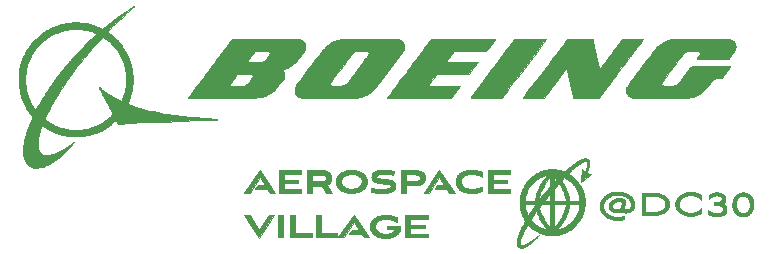
<source format=gto>
%TF.GenerationSoftware,KiCad,Pcbnew,(6.99.0-2452-gdb4f2d9dd8)*%
%TF.CreationDate,2022-07-19T12:50:50+04:00*%
%TF.ProjectId,Boeing,426f6569-6e67-42e6-9b69-6361645f7063,rev?*%
%TF.SameCoordinates,Original*%
%TF.FileFunction,Legend,Top*%
%TF.FilePolarity,Positive*%
%FSLAX46Y46*%
G04 Gerber Fmt 4.6, Leading zero omitted, Abs format (unit mm)*
G04 Created by KiCad (PCBNEW (6.99.0-2452-gdb4f2d9dd8)) date 2022-07-19 12:50:50*
%MOMM*%
%LPD*%
G01*
G04 APERTURE LIST*
%ADD10C,0.030000*%
%ADD11C,0.375000*%
%ADD12R,1.800000X1.800000*%
%ADD13C,1.800000*%
%ADD14R,1.700000X1.700000*%
%ADD15O,1.700000X1.700000*%
G04 APERTURE END LIST*
D10*
G36*
X133601136Y-66244247D02*
G01*
X133671490Y-66246093D01*
X133740574Y-66249029D01*
X133808100Y-66252939D01*
X133937333Y-66263216D01*
X134056897Y-66276001D01*
X134164499Y-66290367D01*
X134257846Y-66305388D01*
X134334645Y-66320140D01*
X134392603Y-66333696D01*
X134373951Y-66675009D01*
X134306199Y-66657123D01*
X134229823Y-66640338D01*
X134144946Y-66625052D01*
X134051688Y-66611658D01*
X133950170Y-66600552D01*
X133840513Y-66592130D01*
X133722838Y-66586787D01*
X133597266Y-66584918D01*
X133535394Y-66585387D01*
X133473932Y-66586897D01*
X133413375Y-66589609D01*
X133354217Y-66593681D01*
X133296952Y-66599271D01*
X133242073Y-66606538D01*
X133190076Y-66615641D01*
X133165312Y-66620931D01*
X133141454Y-66626739D01*
X133118563Y-66633086D01*
X133096702Y-66639990D01*
X133075931Y-66647473D01*
X133056313Y-66655554D01*
X133037910Y-66664252D01*
X133020783Y-66673588D01*
X133004993Y-66683581D01*
X132990604Y-66694251D01*
X132977676Y-66705619D01*
X132966271Y-66717703D01*
X132956452Y-66730524D01*
X132948279Y-66744102D01*
X132941815Y-66758456D01*
X132937121Y-66773606D01*
X132934260Y-66789572D01*
X132933292Y-66806375D01*
X132933295Y-66806375D01*
X132937923Y-66840467D01*
X132951413Y-66869867D01*
X132973174Y-66894982D01*
X133002615Y-66916219D01*
X133039146Y-66933985D01*
X133082175Y-66948688D01*
X133131112Y-66960735D01*
X133185366Y-66970532D01*
X133307461Y-66985009D01*
X133443731Y-66995377D01*
X133739894Y-67016818D01*
X133890332Y-67034406D01*
X134036038Y-67060917D01*
X134105640Y-67078537D01*
X134172286Y-67099609D01*
X134235385Y-67124541D01*
X134294347Y-67153739D01*
X134348581Y-67187612D01*
X134397496Y-67226566D01*
X134440501Y-67271009D01*
X134477005Y-67321348D01*
X134506417Y-67377990D01*
X134528147Y-67441342D01*
X134541603Y-67511811D01*
X134546195Y-67589806D01*
X134544576Y-67637421D01*
X134539790Y-67682529D01*
X134531946Y-67725196D01*
X134521151Y-67765487D01*
X134507513Y-67803466D01*
X134491139Y-67839200D01*
X134472138Y-67872754D01*
X134450616Y-67904193D01*
X134426683Y-67933582D01*
X134400446Y-67960986D01*
X134372012Y-67986470D01*
X134341489Y-68010101D01*
X134308985Y-68031943D01*
X134274608Y-68052061D01*
X134200666Y-68087388D01*
X134120524Y-68116603D01*
X134035044Y-68140230D01*
X133945090Y-68158789D01*
X133851522Y-68172803D01*
X133755203Y-68182794D01*
X133656995Y-68189284D01*
X133557761Y-68192795D01*
X133458362Y-68193850D01*
X133335833Y-68192475D01*
X133211183Y-68188436D01*
X133085827Y-68181857D01*
X132961177Y-68172865D01*
X132838648Y-68161584D01*
X132719654Y-68148141D01*
X132605608Y-68132660D01*
X132497925Y-68115268D01*
X132513006Y-67773956D01*
X132623398Y-67792504D01*
X132732669Y-67808564D01*
X132841485Y-67822141D01*
X132950510Y-67833239D01*
X133060409Y-67841862D01*
X133171848Y-67848016D01*
X133285491Y-67851705D01*
X133402004Y-67852934D01*
X133474635Y-67852376D01*
X133545921Y-67850594D01*
X133615401Y-67847424D01*
X133682614Y-67842702D01*
X133747100Y-67836263D01*
X133808396Y-67827945D01*
X133866043Y-67817582D01*
X133893354Y-67811583D01*
X133919580Y-67805011D01*
X133944662Y-67797847D01*
X133968544Y-67790069D01*
X133991168Y-67781656D01*
X134012475Y-67772590D01*
X134032410Y-67762848D01*
X134050913Y-67752412D01*
X134067928Y-67741259D01*
X134083396Y-67729369D01*
X134097260Y-67716723D01*
X134109463Y-67703299D01*
X134119946Y-67689078D01*
X134128653Y-67674038D01*
X134135525Y-67658159D01*
X134140505Y-67641421D01*
X134143535Y-67623803D01*
X134144558Y-67605284D01*
X134139921Y-67568170D01*
X134126404Y-67536027D01*
X134104600Y-67508438D01*
X134075100Y-67484988D01*
X134038496Y-67465262D01*
X133995381Y-67448843D01*
X133946346Y-67435316D01*
X133891984Y-67424266D01*
X133769643Y-67407932D01*
X133633096Y-67396518D01*
X133336321Y-67375146D01*
X133185566Y-67358539D01*
X133039547Y-67333553D01*
X132969793Y-67316877D01*
X132902999Y-67296860D01*
X132839757Y-67273086D01*
X132780658Y-67245139D01*
X132726296Y-67212602D01*
X132677261Y-67175062D01*
X132634146Y-67132102D01*
X132597542Y-67083306D01*
X132568042Y-67028259D01*
X132546238Y-66966545D01*
X132532722Y-66897750D01*
X132528084Y-66821456D01*
X132529755Y-66774894D01*
X132534677Y-66730858D01*
X132542718Y-66689280D01*
X132553742Y-66650091D01*
X132567616Y-66613222D01*
X132584205Y-66578605D01*
X132603377Y-66546170D01*
X132624996Y-66515850D01*
X132648930Y-66487574D01*
X132675043Y-66461275D01*
X132703201Y-66436884D01*
X132733272Y-66414332D01*
X132765120Y-66393550D01*
X132798613Y-66374469D01*
X132869992Y-66341138D01*
X132946339Y-66313787D01*
X133026581Y-66291868D01*
X133109646Y-66274830D01*
X133194462Y-66262123D01*
X133279958Y-66253196D01*
X133365060Y-66247502D01*
X133448697Y-66244488D01*
X133529797Y-66243606D01*
X133601136Y-66244247D01*
G37*
X133601136Y-66244247D02*
X133671490Y-66246093D01*
X133740574Y-66249029D01*
X133808100Y-66252939D01*
X133937333Y-66263216D01*
X134056897Y-66276001D01*
X134164499Y-66290367D01*
X134257846Y-66305388D01*
X134334645Y-66320140D01*
X134392603Y-66333696D01*
X134373951Y-66675009D01*
X134306199Y-66657123D01*
X134229823Y-66640338D01*
X134144946Y-66625052D01*
X134051688Y-66611658D01*
X133950170Y-66600552D01*
X133840513Y-66592130D01*
X133722838Y-66586787D01*
X133597266Y-66584918D01*
X133535394Y-66585387D01*
X133473932Y-66586897D01*
X133413375Y-66589609D01*
X133354217Y-66593681D01*
X133296952Y-66599271D01*
X133242073Y-66606538D01*
X133190076Y-66615641D01*
X133165312Y-66620931D01*
X133141454Y-66626739D01*
X133118563Y-66633086D01*
X133096702Y-66639990D01*
X133075931Y-66647473D01*
X133056313Y-66655554D01*
X133037910Y-66664252D01*
X133020783Y-66673588D01*
X133004993Y-66683581D01*
X132990604Y-66694251D01*
X132977676Y-66705619D01*
X132966271Y-66717703D01*
X132956452Y-66730524D01*
X132948279Y-66744102D01*
X132941815Y-66758456D01*
X132937121Y-66773606D01*
X132934260Y-66789572D01*
X132933292Y-66806375D01*
X132933295Y-66806375D01*
X132937923Y-66840467D01*
X132951413Y-66869867D01*
X132973174Y-66894982D01*
X133002615Y-66916219D01*
X133039146Y-66933985D01*
X133082175Y-66948688D01*
X133131112Y-66960735D01*
X133185366Y-66970532D01*
X133307461Y-66985009D01*
X133443731Y-66995377D01*
X133739894Y-67016818D01*
X133890332Y-67034406D01*
X134036038Y-67060917D01*
X134105640Y-67078537D01*
X134172286Y-67099609D01*
X134235385Y-67124541D01*
X134294347Y-67153739D01*
X134348581Y-67187612D01*
X134397496Y-67226566D01*
X134440501Y-67271009D01*
X134477005Y-67321348D01*
X134506417Y-67377990D01*
X134528147Y-67441342D01*
X134541603Y-67511811D01*
X134546195Y-67589806D01*
X134544576Y-67637421D01*
X134539790Y-67682529D01*
X134531946Y-67725196D01*
X134521151Y-67765487D01*
X134507513Y-67803466D01*
X134491139Y-67839200D01*
X134472138Y-67872754D01*
X134450616Y-67904193D01*
X134426683Y-67933582D01*
X134400446Y-67960986D01*
X134372012Y-67986470D01*
X134341489Y-68010101D01*
X134308985Y-68031943D01*
X134274608Y-68052061D01*
X134200666Y-68087388D01*
X134120524Y-68116603D01*
X134035044Y-68140230D01*
X133945090Y-68158789D01*
X133851522Y-68172803D01*
X133755203Y-68182794D01*
X133656995Y-68189284D01*
X133557761Y-68192795D01*
X133458362Y-68193850D01*
X133335833Y-68192475D01*
X133211183Y-68188436D01*
X133085827Y-68181857D01*
X132961177Y-68172865D01*
X132838648Y-68161584D01*
X132719654Y-68148141D01*
X132605608Y-68132660D01*
X132497925Y-68115268D01*
X132513006Y-67773956D01*
X132623398Y-67792504D01*
X132732669Y-67808564D01*
X132841485Y-67822141D01*
X132950510Y-67833239D01*
X133060409Y-67841862D01*
X133171848Y-67848016D01*
X133285491Y-67851705D01*
X133402004Y-67852934D01*
X133474635Y-67852376D01*
X133545921Y-67850594D01*
X133615401Y-67847424D01*
X133682614Y-67842702D01*
X133747100Y-67836263D01*
X133808396Y-67827945D01*
X133866043Y-67817582D01*
X133893354Y-67811583D01*
X133919580Y-67805011D01*
X133944662Y-67797847D01*
X133968544Y-67790069D01*
X133991168Y-67781656D01*
X134012475Y-67772590D01*
X134032410Y-67762848D01*
X134050913Y-67752412D01*
X134067928Y-67741259D01*
X134083396Y-67729369D01*
X134097260Y-67716723D01*
X134109463Y-67703299D01*
X134119946Y-67689078D01*
X134128653Y-67674038D01*
X134135525Y-67658159D01*
X134140505Y-67641421D01*
X134143535Y-67623803D01*
X134144558Y-67605284D01*
X134139921Y-67568170D01*
X134126404Y-67536027D01*
X134104600Y-67508438D01*
X134075100Y-67484988D01*
X134038496Y-67465262D01*
X133995381Y-67448843D01*
X133946346Y-67435316D01*
X133891984Y-67424266D01*
X133769643Y-67407932D01*
X133633096Y-67396518D01*
X133336321Y-67375146D01*
X133185566Y-67358539D01*
X133039547Y-67333553D01*
X132969793Y-67316877D01*
X132902999Y-67296860D01*
X132839757Y-67273086D01*
X132780658Y-67245139D01*
X132726296Y-67212602D01*
X132677261Y-67175062D01*
X132634146Y-67132102D01*
X132597542Y-67083306D01*
X132568042Y-67028259D01*
X132546238Y-66966545D01*
X132532722Y-66897750D01*
X132528084Y-66821456D01*
X132529755Y-66774894D01*
X132534677Y-66730858D01*
X132542718Y-66689280D01*
X132553742Y-66650091D01*
X132567616Y-66613222D01*
X132584205Y-66578605D01*
X132603377Y-66546170D01*
X132624996Y-66515850D01*
X132648930Y-66487574D01*
X132675043Y-66461275D01*
X132703201Y-66436884D01*
X132733272Y-66414332D01*
X132765120Y-66393550D01*
X132798613Y-66374469D01*
X132869992Y-66341138D01*
X132946339Y-66313787D01*
X133026581Y-66291868D01*
X133109646Y-66274830D01*
X133194462Y-66262123D01*
X133279958Y-66253196D01*
X133365060Y-66247502D01*
X133448697Y-66244488D01*
X133529797Y-66243606D01*
X133601136Y-66244247D01*
G36*
X146493915Y-69720096D02*
G01*
X146493914Y-69720095D01*
X146493915Y-69720095D01*
X146493915Y-69720096D01*
G37*
X146493915Y-69720096D02*
X146493914Y-69720095D01*
X146493915Y-69720095D01*
X146493915Y-69720096D01*
G36*
X136317049Y-66273768D02*
G01*
X136366704Y-66274768D01*
X136414407Y-66277717D01*
X136460182Y-66282544D01*
X136504054Y-66289176D01*
X136546048Y-66297539D01*
X136586188Y-66307561D01*
X136624498Y-66319168D01*
X136661004Y-66332289D01*
X136695730Y-66346849D01*
X136728701Y-66362777D01*
X136759940Y-66379999D01*
X136789473Y-66398442D01*
X136817324Y-66418034D01*
X136843517Y-66438701D01*
X136868078Y-66460371D01*
X136891031Y-66482971D01*
X136912400Y-66506428D01*
X136932210Y-66530669D01*
X136950486Y-66555621D01*
X136967251Y-66581211D01*
X136982531Y-66607366D01*
X136996351Y-66634015D01*
X137008734Y-66661082D01*
X137019705Y-66688497D01*
X137029289Y-66716185D01*
X137037511Y-66744074D01*
X137044395Y-66772091D01*
X137049965Y-66800163D01*
X137057263Y-66856182D01*
X137059603Y-66911546D01*
X137057198Y-66966951D01*
X137049850Y-67023083D01*
X137037363Y-67079349D01*
X137019537Y-67135155D01*
X136996174Y-67189907D01*
X136982354Y-67216703D01*
X136967075Y-67243012D01*
X136950314Y-67268762D01*
X136932044Y-67293877D01*
X136912241Y-67318284D01*
X136890881Y-67341908D01*
X136867938Y-67364675D01*
X136843388Y-67386511D01*
X136817206Y-67407341D01*
X136789367Y-67427092D01*
X136759846Y-67445690D01*
X136728619Y-67463059D01*
X136695661Y-67479127D01*
X136660947Y-67493818D01*
X136624453Y-67507059D01*
X136586153Y-67518774D01*
X136546022Y-67528891D01*
X136504037Y-67537335D01*
X136460172Y-67544032D01*
X136414402Y-67548907D01*
X136366703Y-67551887D01*
X136317049Y-67552896D01*
X135431621Y-67552896D01*
X135431621Y-68156940D01*
X135022840Y-68156940D01*
X135022840Y-67196503D01*
X135432018Y-67196503D01*
X136230926Y-67196503D01*
X136261421Y-67196047D01*
X136290351Y-67194702D01*
X136317754Y-67192503D01*
X136343671Y-67189484D01*
X136368140Y-67185679D01*
X136391200Y-67181123D01*
X136412890Y-67175849D01*
X136433251Y-67169893D01*
X136452320Y-67163289D01*
X136470137Y-67156072D01*
X136486741Y-67148274D01*
X136502171Y-67139932D01*
X136516467Y-67131079D01*
X136529668Y-67121749D01*
X136541812Y-67111978D01*
X136552939Y-67101798D01*
X136563089Y-67091246D01*
X136572300Y-67080355D01*
X136580611Y-67069159D01*
X136588062Y-67057693D01*
X136594692Y-67045992D01*
X136600540Y-67034089D01*
X136605645Y-67022019D01*
X136610046Y-67009816D01*
X136613783Y-66997516D01*
X136616895Y-66985151D01*
X136621398Y-66960368D01*
X136623871Y-66935741D01*
X136624625Y-66911546D01*
X136623871Y-66887981D01*
X136621398Y-66863904D01*
X136616895Y-66839598D01*
X136610046Y-66815342D01*
X136600540Y-66791415D01*
X136588062Y-66768099D01*
X136580611Y-66756758D01*
X136572300Y-66745674D01*
X136563089Y-66734883D01*
X136552939Y-66724420D01*
X136541812Y-66714319D01*
X136529668Y-66704617D01*
X136516467Y-66695347D01*
X136502171Y-66686545D01*
X136486741Y-66678246D01*
X136470137Y-66670484D01*
X136452320Y-66663296D01*
X136433251Y-66656716D01*
X136412890Y-66650778D01*
X136391200Y-66645519D01*
X136368140Y-66640972D01*
X136343671Y-66637174D01*
X136317754Y-66634159D01*
X136290351Y-66631962D01*
X136261421Y-66630618D01*
X136230926Y-66630162D01*
X135432018Y-66630162D01*
X135432018Y-67196503D01*
X135022840Y-67196503D01*
X135022840Y-66273768D01*
X136317049Y-66273768D01*
G37*
X136317049Y-66273768D02*
X136366704Y-66274768D01*
X136414407Y-66277717D01*
X136460182Y-66282544D01*
X136504054Y-66289176D01*
X136546048Y-66297539D01*
X136586188Y-66307561D01*
X136624498Y-66319168D01*
X136661004Y-66332289D01*
X136695730Y-66346849D01*
X136728701Y-66362777D01*
X136759940Y-66379999D01*
X136789473Y-66398442D01*
X136817324Y-66418034D01*
X136843517Y-66438701D01*
X136868078Y-66460371D01*
X136891031Y-66482971D01*
X136912400Y-66506428D01*
X136932210Y-66530669D01*
X136950486Y-66555621D01*
X136967251Y-66581211D01*
X136982531Y-66607366D01*
X136996351Y-66634015D01*
X137008734Y-66661082D01*
X137019705Y-66688497D01*
X137029289Y-66716185D01*
X137037511Y-66744074D01*
X137044395Y-66772091D01*
X137049965Y-66800163D01*
X137057263Y-66856182D01*
X137059603Y-66911546D01*
X137057198Y-66966951D01*
X137049850Y-67023083D01*
X137037363Y-67079349D01*
X137019537Y-67135155D01*
X136996174Y-67189907D01*
X136982354Y-67216703D01*
X136967075Y-67243012D01*
X136950314Y-67268762D01*
X136932044Y-67293877D01*
X136912241Y-67318284D01*
X136890881Y-67341908D01*
X136867938Y-67364675D01*
X136843388Y-67386511D01*
X136817206Y-67407341D01*
X136789367Y-67427092D01*
X136759846Y-67445690D01*
X136728619Y-67463059D01*
X136695661Y-67479127D01*
X136660947Y-67493818D01*
X136624453Y-67507059D01*
X136586153Y-67518774D01*
X136546022Y-67528891D01*
X136504037Y-67537335D01*
X136460172Y-67544032D01*
X136414402Y-67548907D01*
X136366703Y-67551887D01*
X136317049Y-67552896D01*
X135431621Y-67552896D01*
X135431621Y-68156940D01*
X135022840Y-68156940D01*
X135022840Y-67196503D01*
X135432018Y-67196503D01*
X136230926Y-67196503D01*
X136261421Y-67196047D01*
X136290351Y-67194702D01*
X136317754Y-67192503D01*
X136343671Y-67189484D01*
X136368140Y-67185679D01*
X136391200Y-67181123D01*
X136412890Y-67175849D01*
X136433251Y-67169893D01*
X136452320Y-67163289D01*
X136470137Y-67156072D01*
X136486741Y-67148274D01*
X136502171Y-67139932D01*
X136516467Y-67131079D01*
X136529668Y-67121749D01*
X136541812Y-67111978D01*
X136552939Y-67101798D01*
X136563089Y-67091246D01*
X136572300Y-67080355D01*
X136580611Y-67069159D01*
X136588062Y-67057693D01*
X136594692Y-67045992D01*
X136600540Y-67034089D01*
X136605645Y-67022019D01*
X136610046Y-67009816D01*
X136613783Y-66997516D01*
X136616895Y-66985151D01*
X136621398Y-66960368D01*
X136623871Y-66935741D01*
X136624625Y-66911546D01*
X136623871Y-66887981D01*
X136621398Y-66863904D01*
X136616895Y-66839598D01*
X136610046Y-66815342D01*
X136600540Y-66791415D01*
X136588062Y-66768099D01*
X136580611Y-66756758D01*
X136572300Y-66745674D01*
X136563089Y-66734883D01*
X136552939Y-66724420D01*
X136541812Y-66714319D01*
X136529668Y-66704617D01*
X136516467Y-66695347D01*
X136502171Y-66686545D01*
X136486741Y-66678246D01*
X136470137Y-66670484D01*
X136452320Y-66663296D01*
X136433251Y-66656716D01*
X136412890Y-66650778D01*
X136391200Y-66645519D01*
X136368140Y-66640972D01*
X136343671Y-66637174D01*
X136317754Y-66634159D01*
X136290351Y-66631962D01*
X136261421Y-66630618D01*
X136230926Y-66630162D01*
X135432018Y-66630162D01*
X135432018Y-67196503D01*
X135022840Y-67196503D01*
X135022840Y-66273768D01*
X136317049Y-66273768D01*
G36*
X132336791Y-71966147D02*
G01*
X131879193Y-71966147D01*
X131668849Y-71647456D01*
X130640546Y-71647456D01*
X130860018Y-71313684D01*
X131451362Y-71313684D01*
X131031468Y-70671937D01*
X130183743Y-71966147D01*
X129725750Y-71966147D01*
X131031468Y-70053209D01*
X132336791Y-71966147D01*
G37*
X132336791Y-71966147D02*
X131879193Y-71966147D01*
X131668849Y-71647456D01*
X130640546Y-71647456D01*
X130860018Y-71313684D01*
X131451362Y-71313684D01*
X131031468Y-70671937D01*
X130183743Y-71966147D01*
X129725750Y-71966147D01*
X131031468Y-70053209D01*
X132336791Y-71966147D01*
G36*
X148313181Y-67269532D02*
G01*
X148313416Y-67269858D01*
X148313886Y-67270526D01*
X148328217Y-67291123D01*
X148329186Y-67292531D01*
X148344634Y-67315471D01*
X148359995Y-67338490D01*
X148375505Y-67361402D01*
X148247045Y-67505042D01*
X148119474Y-67649369D01*
X148081280Y-67693131D01*
X148043382Y-67737168D01*
X147967855Y-67825483D01*
X147967855Y-67265362D01*
X148062837Y-67162731D01*
X148110610Y-67111667D01*
X148158692Y-67060883D01*
X148313181Y-67269532D01*
G37*
X148313181Y-67269532D02*
X148313416Y-67269858D01*
X148313886Y-67270526D01*
X148328217Y-67291123D01*
X148329186Y-67292531D01*
X148344634Y-67315471D01*
X148359995Y-67338490D01*
X148375505Y-67361402D01*
X148247045Y-67505042D01*
X148119474Y-67649369D01*
X148081280Y-67693131D01*
X148043382Y-67737168D01*
X147967855Y-67825483D01*
X147967855Y-67265362D01*
X148062837Y-67162731D01*
X148110610Y-67111667D01*
X148158692Y-67060883D01*
X148313181Y-67269532D01*
G36*
X103798341Y-61796740D02*
G01*
X103801925Y-61786718D01*
X103804747Y-61777334D01*
X103806779Y-61768464D01*
X103807490Y-61764182D01*
X103807991Y-61759982D01*
X103808281Y-61755847D01*
X103808355Y-61751763D01*
X103808209Y-61747714D01*
X103807841Y-61743684D01*
X103807245Y-61739658D01*
X103806419Y-61735620D01*
X103805360Y-61731554D01*
X103804062Y-61727445D01*
X103802524Y-61723278D01*
X103800741Y-61719036D01*
X103796425Y-61710266D01*
X103791086Y-61701013D01*
X103784696Y-61691150D01*
X103777224Y-61680554D01*
X103768643Y-61669100D01*
X103758922Y-61656662D01*
X103701828Y-61584304D01*
X103652755Y-61521121D01*
X103611537Y-61466883D01*
X103578010Y-61421360D01*
X103564078Y-61401796D01*
X103552007Y-61384324D01*
X103541775Y-61368916D01*
X103533363Y-61355543D01*
X103526750Y-61344177D01*
X103521914Y-61334788D01*
X103518835Y-61327349D01*
X103517949Y-61324352D01*
X103517493Y-61321831D01*
X103517300Y-61320438D01*
X103517009Y-61318990D01*
X103516147Y-61315942D01*
X103514928Y-61312716D01*
X103513374Y-61309340D01*
X103511506Y-61305841D01*
X103509344Y-61302247D01*
X103506911Y-61298587D01*
X103504226Y-61294888D01*
X103501312Y-61291179D01*
X103498189Y-61287487D01*
X103494879Y-61283840D01*
X103491403Y-61280266D01*
X103487781Y-61276794D01*
X103484036Y-61273452D01*
X103480188Y-61270266D01*
X103476258Y-61267265D01*
X103458798Y-61250299D01*
X103436381Y-61221817D01*
X103409662Y-61183057D01*
X103379296Y-61135257D01*
X103310237Y-61017486D01*
X103234440Y-60878406D01*
X103157140Y-60727920D01*
X103083572Y-60575929D01*
X103018972Y-60432335D01*
X102968575Y-60307040D01*
X102873421Y-60024462D01*
X102795364Y-59740462D01*
X102734343Y-59455557D01*
X102690303Y-59170264D01*
X102663183Y-58885099D01*
X102652927Y-58600579D01*
X102653693Y-58567413D01*
X103214591Y-58567413D01*
X103216876Y-58701060D01*
X103222186Y-58834508D01*
X103230459Y-58966545D01*
X103241633Y-59095955D01*
X103255645Y-59221527D01*
X103272434Y-59342045D01*
X103291938Y-59456297D01*
X103314094Y-59563068D01*
X103338841Y-59661146D01*
X103366115Y-59749317D01*
X103376309Y-59779677D01*
X103385824Y-59809497D01*
X103394453Y-59838016D01*
X103401986Y-59864476D01*
X103408217Y-59888117D01*
X103412935Y-59908178D01*
X103414661Y-59916630D01*
X103415932Y-59923901D01*
X103416720Y-59929898D01*
X103417000Y-59934525D01*
X103417221Y-59938781D01*
X103417836Y-59943685D01*
X103418826Y-59949181D01*
X103420170Y-59955210D01*
X103421848Y-59961714D01*
X103423840Y-59968635D01*
X103428683Y-59983494D01*
X103434538Y-59999321D01*
X103441241Y-60015653D01*
X103448632Y-60032023D01*
X103456547Y-60047966D01*
X103460482Y-60055781D01*
X103464158Y-60063619D01*
X103467562Y-60071427D01*
X103470681Y-60079157D01*
X103473502Y-60086756D01*
X103476014Y-60094173D01*
X103478202Y-60101359D01*
X103480056Y-60108261D01*
X103481561Y-60114829D01*
X103482705Y-60121013D01*
X103483475Y-60126761D01*
X103483859Y-60132022D01*
X103483845Y-60136746D01*
X103483684Y-60138891D01*
X103483418Y-60140882D01*
X103483047Y-60142713D01*
X103482567Y-60144378D01*
X103481979Y-60145871D01*
X103481280Y-60147184D01*
X103480565Y-60148399D01*
X103479932Y-60149599D01*
X103479380Y-60150782D01*
X103478907Y-60151946D01*
X103478514Y-60153091D01*
X103478199Y-60154214D01*
X103477961Y-60155314D01*
X103477800Y-60156389D01*
X103477714Y-60157438D01*
X103477703Y-60158460D01*
X103477766Y-60159453D01*
X103477902Y-60160415D01*
X103478111Y-60161345D01*
X103478390Y-60162241D01*
X103478740Y-60163102D01*
X103479160Y-60163927D01*
X103479649Y-60164713D01*
X103480205Y-60165459D01*
X103480829Y-60166164D01*
X103481518Y-60166827D01*
X103482273Y-60167445D01*
X103483093Y-60168018D01*
X103483976Y-60168543D01*
X103484922Y-60169019D01*
X103485930Y-60169445D01*
X103486999Y-60169819D01*
X103488128Y-60170140D01*
X103489316Y-60170406D01*
X103490563Y-60170615D01*
X103491868Y-60170766D01*
X103493229Y-60170858D01*
X103494646Y-60170889D01*
X103496082Y-60170926D01*
X103497499Y-60171035D01*
X103498897Y-60171215D01*
X103500273Y-60171463D01*
X103501625Y-60171779D01*
X103502952Y-60172159D01*
X103504252Y-60172603D01*
X103505523Y-60173108D01*
X103506763Y-60173674D01*
X103507971Y-60174297D01*
X103509144Y-60174976D01*
X103510281Y-60175709D01*
X103511380Y-60176495D01*
X103512440Y-60177332D01*
X103513458Y-60178218D01*
X103514433Y-60179151D01*
X103515362Y-60180129D01*
X103516245Y-60181150D01*
X103517079Y-60182214D01*
X103517862Y-60183317D01*
X103518593Y-60184458D01*
X103519270Y-60185636D01*
X103519891Y-60186848D01*
X103520454Y-60188093D01*
X103520958Y-60189369D01*
X103521400Y-60190674D01*
X103521780Y-60192006D01*
X103522094Y-60193364D01*
X103522341Y-60194746D01*
X103522521Y-60196149D01*
X103522629Y-60197573D01*
X103522666Y-60199014D01*
X103524348Y-60208891D01*
X103529197Y-60224542D01*
X103547232Y-60270722D01*
X103574433Y-60332668D01*
X103608462Y-60405493D01*
X103646980Y-60484310D01*
X103687650Y-60564230D01*
X103728133Y-60640368D01*
X103766091Y-60707835D01*
X103773637Y-60720956D01*
X103780971Y-60734101D01*
X103794853Y-60760124D01*
X103807433Y-60785228D01*
X103813139Y-60797222D01*
X103818407Y-60808732D01*
X103823196Y-60819673D01*
X103827471Y-60829960D01*
X103831192Y-60839508D01*
X103834321Y-60848232D01*
X103836822Y-60856048D01*
X103838654Y-60862872D01*
X103839782Y-60868617D01*
X103840166Y-60873200D01*
X103840198Y-60875174D01*
X103840291Y-60877124D01*
X103840444Y-60879046D01*
X103840656Y-60880938D01*
X103840925Y-60882798D01*
X103841249Y-60884622D01*
X103841628Y-60886410D01*
X103842059Y-60888157D01*
X103842541Y-60889862D01*
X103843072Y-60891523D01*
X103843651Y-60893136D01*
X103844277Y-60894699D01*
X103844947Y-60896211D01*
X103845661Y-60897667D01*
X103846416Y-60899067D01*
X103847211Y-60900406D01*
X103848045Y-60901684D01*
X103848916Y-60902897D01*
X103849823Y-60904044D01*
X103850764Y-60905120D01*
X103851737Y-60906125D01*
X103852741Y-60907055D01*
X103853774Y-60907909D01*
X103854836Y-60908683D01*
X103855923Y-60909375D01*
X103857036Y-60909983D01*
X103858171Y-60910504D01*
X103859329Y-60910936D01*
X103860506Y-60911277D01*
X103861702Y-60911523D01*
X103862915Y-60911672D01*
X103864144Y-60911723D01*
X103865497Y-60911896D01*
X103867080Y-60912409D01*
X103870901Y-60914423D01*
X103875546Y-60917696D01*
X103880954Y-60922161D01*
X103887064Y-60927750D01*
X103893815Y-60934395D01*
X103908997Y-60950583D01*
X103926011Y-60970181D01*
X103944368Y-60992647D01*
X103963582Y-61017439D01*
X103983163Y-61044014D01*
X103983167Y-61044016D01*
X104002477Y-61070591D01*
X104020913Y-61095382D01*
X104038043Y-61117848D01*
X104053432Y-61137447D01*
X104060339Y-61146001D01*
X104066647Y-61153635D01*
X104072304Y-61160280D01*
X104077255Y-61165869D01*
X104081446Y-61170334D01*
X104084822Y-61173608D01*
X104087330Y-61175621D01*
X104088241Y-61176135D01*
X104088915Y-61176308D01*
X104091206Y-61174146D01*
X104095787Y-61167802D01*
X104111326Y-61143426D01*
X104164433Y-61053896D01*
X104240293Y-60921392D01*
X104330962Y-60759587D01*
X104432508Y-60579427D01*
X104540652Y-60392282D01*
X104649702Y-60207500D01*
X104753964Y-60034425D01*
X104847745Y-59882405D01*
X104925352Y-59760786D01*
X104981090Y-59678913D01*
X104998980Y-59655802D01*
X105009267Y-59646132D01*
X105010370Y-59645630D01*
X105011460Y-59645035D01*
X105013591Y-59643578D01*
X105015650Y-59641786D01*
X105017625Y-59639683D01*
X105019506Y-59637294D01*
X105021281Y-59634642D01*
X105022940Y-59631752D01*
X105024471Y-59628647D01*
X105025863Y-59625352D01*
X105027105Y-59621892D01*
X105028187Y-59618290D01*
X105029097Y-59614570D01*
X105029823Y-59610757D01*
X105030356Y-59606874D01*
X105030684Y-59602947D01*
X105030796Y-59598998D01*
X105030848Y-59597015D01*
X105031002Y-59595017D01*
X105031255Y-59593008D01*
X105031606Y-59590991D01*
X105032051Y-59588971D01*
X105032588Y-59586950D01*
X105033214Y-59584932D01*
X105033928Y-59582920D01*
X105034725Y-59580918D01*
X105035605Y-59578929D01*
X105037598Y-59575005D01*
X105039889Y-59571174D01*
X105042455Y-59567464D01*
X105045277Y-59563904D01*
X105048335Y-59560520D01*
X105051607Y-59557339D01*
X105055075Y-59554390D01*
X105058716Y-59551700D01*
X105060596Y-59550460D01*
X105062512Y-59549296D01*
X105064461Y-59548209D01*
X105066441Y-59547205D01*
X105068450Y-59546286D01*
X105070484Y-59545456D01*
X105072518Y-59544612D01*
X105074526Y-59543652D01*
X105078456Y-59541405D01*
X105082251Y-59538746D01*
X105085893Y-59535709D01*
X105089360Y-59532326D01*
X105092633Y-59528629D01*
X105095691Y-59524652D01*
X105098513Y-59520428D01*
X105101079Y-59515989D01*
X105103369Y-59511367D01*
X105105363Y-59506596D01*
X105107040Y-59501708D01*
X105108380Y-59496736D01*
X105109362Y-59491712D01*
X105109966Y-59486670D01*
X105110172Y-59481641D01*
X105110235Y-59479106D01*
X105110421Y-59476513D01*
X105111153Y-59471176D01*
X105112341Y-59465674D01*
X105113963Y-59460049D01*
X105115993Y-59454343D01*
X105118406Y-59448600D01*
X105121178Y-59442862D01*
X105124285Y-59437172D01*
X105127701Y-59431572D01*
X105131402Y-59426105D01*
X105135364Y-59420813D01*
X105139561Y-59415740D01*
X105143969Y-59410928D01*
X105148564Y-59406419D01*
X105153321Y-59402256D01*
X105158214Y-59398482D01*
X105163203Y-59394709D01*
X105168235Y-59390549D01*
X105173278Y-59386046D01*
X105178297Y-59381241D01*
X105183258Y-59376176D01*
X105188127Y-59370896D01*
X105192871Y-59365441D01*
X105197456Y-59359855D01*
X105201847Y-59354180D01*
X105206012Y-59348458D01*
X105209914Y-59342733D01*
X105213522Y-59337046D01*
X105216801Y-59331441D01*
X105219717Y-59325959D01*
X105222236Y-59320644D01*
X105224325Y-59315537D01*
X105234758Y-59293011D01*
X105251934Y-59262389D01*
X105274869Y-59225014D01*
X105302579Y-59182228D01*
X105368392Y-59085791D01*
X105441505Y-58983814D01*
X105514049Y-58887034D01*
X105578156Y-58806187D01*
X105604587Y-58775095D01*
X105625958Y-58752011D01*
X105641286Y-58738280D01*
X105646376Y-58735340D01*
X105649587Y-58735242D01*
X105651985Y-58736639D01*
X105653097Y-58737221D01*
X105654149Y-58737727D01*
X105655142Y-58738156D01*
X105656075Y-58738511D01*
X105656947Y-58738791D01*
X105657758Y-58738997D01*
X105658507Y-58739131D01*
X105659195Y-58739192D01*
X105659819Y-58739182D01*
X105660381Y-58739101D01*
X105660878Y-58738949D01*
X105661312Y-58738729D01*
X105661681Y-58738440D01*
X105661984Y-58738083D01*
X105662222Y-58737660D01*
X105662394Y-58737169D01*
X105662499Y-58736614D01*
X105662536Y-58735993D01*
X105662506Y-58735308D01*
X105662407Y-58734560D01*
X105662240Y-58733749D01*
X105662003Y-58732876D01*
X105661697Y-58731942D01*
X105661320Y-58730948D01*
X105660872Y-58729893D01*
X105660353Y-58728780D01*
X105659098Y-58726380D01*
X105657552Y-58723752D01*
X105656330Y-58720459D01*
X105656037Y-58716142D01*
X105656623Y-58710875D01*
X105658035Y-58704731D01*
X105660224Y-58697786D01*
X105663138Y-58690113D01*
X105670939Y-58672879D01*
X105681031Y-58653622D01*
X105693007Y-58632932D01*
X105706461Y-58611403D01*
X105720984Y-58589627D01*
X105736170Y-58568195D01*
X105751611Y-58547699D01*
X105766901Y-58528733D01*
X105781633Y-58511887D01*
X105795399Y-58497754D01*
X105807792Y-58486926D01*
X105813347Y-58482936D01*
X105818406Y-58479995D01*
X105822918Y-58478176D01*
X105826833Y-58477553D01*
X105828064Y-58477527D01*
X105829262Y-58477450D01*
X105830427Y-58477323D01*
X105831558Y-58477148D01*
X105832652Y-58476926D01*
X105833711Y-58476657D01*
X105834731Y-58476344D01*
X105835712Y-58475988D01*
X105836653Y-58475589D01*
X105837553Y-58475150D01*
X105838410Y-58474671D01*
X105839224Y-58474153D01*
X105839993Y-58473599D01*
X105840716Y-58473009D01*
X105841392Y-58472384D01*
X105842021Y-58471726D01*
X105842599Y-58471036D01*
X105843128Y-58470315D01*
X105843604Y-58469565D01*
X105844029Y-58468786D01*
X105844399Y-58467981D01*
X105844714Y-58467150D01*
X105844973Y-58466295D01*
X105845176Y-58465416D01*
X105845319Y-58464516D01*
X105845403Y-58463595D01*
X105845427Y-58462655D01*
X105845388Y-58461697D01*
X105845287Y-58460722D01*
X105845122Y-58459731D01*
X105844891Y-58458726D01*
X105844594Y-58457709D01*
X105843921Y-58454550D01*
X105843777Y-58450972D01*
X105844135Y-58447014D01*
X105844964Y-58442713D01*
X105846234Y-58438107D01*
X105847917Y-58433233D01*
X105849982Y-58428131D01*
X105852400Y-58422836D01*
X105858176Y-58411824D01*
X105865009Y-58400500D01*
X105872662Y-58389165D01*
X105880897Y-58378123D01*
X105889479Y-58367675D01*
X105898171Y-58358126D01*
X105906735Y-58349775D01*
X105910896Y-58346145D01*
X105914936Y-58342928D01*
X105918826Y-58340162D01*
X105922536Y-58337885D01*
X105926037Y-58336134D01*
X105929299Y-58334949D01*
X105932292Y-58334366D01*
X105934987Y-58334423D01*
X105937355Y-58335159D01*
X105939365Y-58336610D01*
X105940261Y-58337455D01*
X105941145Y-58338191D01*
X105942016Y-58338819D01*
X105942874Y-58339340D01*
X105943718Y-58339755D01*
X105944545Y-58340066D01*
X105945356Y-58340274D01*
X105946148Y-58340380D01*
X105946921Y-58340386D01*
X105947674Y-58340293D01*
X105948406Y-58340103D01*
X105949115Y-58339816D01*
X105949800Y-58339434D01*
X105950460Y-58338959D01*
X105951095Y-58338391D01*
X105951702Y-58337732D01*
X105952282Y-58336984D01*
X105952832Y-58336147D01*
X105953352Y-58335223D01*
X105953840Y-58334213D01*
X105954295Y-58333120D01*
X105954717Y-58331943D01*
X105955455Y-58329345D01*
X105956045Y-58326431D01*
X105956477Y-58323212D01*
X105956743Y-58319697D01*
X105956833Y-58315898D01*
X105957588Y-58311061D01*
X105959804Y-58304500D01*
X105963405Y-58296330D01*
X105968316Y-58286662D01*
X105981775Y-58263290D01*
X105999582Y-58235288D01*
X106021140Y-58203562D01*
X106045854Y-58169019D01*
X106073125Y-58132563D01*
X106102356Y-58095101D01*
X106131590Y-58058098D01*
X106158861Y-58022963D01*
X106183575Y-57990508D01*
X106205133Y-57961547D01*
X106222939Y-57936893D01*
X106236397Y-57917358D01*
X106241309Y-57909765D01*
X106244909Y-57903756D01*
X106247125Y-57899434D01*
X106247689Y-57897937D01*
X106247880Y-57896900D01*
X106248497Y-57894668D01*
X106250310Y-57891233D01*
X106253256Y-57886668D01*
X106257275Y-57881043D01*
X106268286Y-57866905D01*
X106282856Y-57849392D01*
X106300494Y-57829078D01*
X106320714Y-57806535D01*
X106343027Y-57782338D01*
X106366944Y-57757060D01*
X106390862Y-57731766D01*
X106413175Y-57707521D01*
X106433395Y-57684902D01*
X106451034Y-57664486D01*
X106458733Y-57655285D01*
X106465603Y-57646851D01*
X106471583Y-57639257D01*
X106476614Y-57632575D01*
X106480632Y-57626876D01*
X106483578Y-57622233D01*
X106485391Y-57618718D01*
X106485852Y-57617406D01*
X106486008Y-57616403D01*
X106486929Y-57612591D01*
X106489617Y-57606892D01*
X106499856Y-57590347D01*
X106515841Y-57567799D01*
X106536690Y-57540279D01*
X106589450Y-57474443D01*
X106651073Y-57401084D01*
X106714499Y-57328445D01*
X106772666Y-57264772D01*
X106797571Y-57238873D01*
X106818513Y-57218308D01*
X106834609Y-57204106D01*
X106840564Y-57199713D01*
X106844977Y-57197298D01*
X106846920Y-57196502D01*
X106848838Y-57195617D01*
X106852591Y-57193594D01*
X106856216Y-57191255D01*
X106859694Y-57188627D01*
X106863006Y-57185738D01*
X106866131Y-57182614D01*
X106869051Y-57179282D01*
X106871746Y-57175771D01*
X106874197Y-57172106D01*
X106876384Y-57168315D01*
X106878288Y-57164425D01*
X106879889Y-57160463D01*
X106881169Y-57156457D01*
X106882107Y-57152433D01*
X106882441Y-57150422D01*
X106882683Y-57148418D01*
X106882831Y-57146423D01*
X106882880Y-57144440D01*
X106882983Y-57140491D01*
X106883285Y-57136563D01*
X106883775Y-57132680D01*
X106884445Y-57128866D01*
X106885283Y-57125146D01*
X106886279Y-57121543D01*
X106887424Y-57118083D01*
X106888706Y-57114788D01*
X106890117Y-57111683D01*
X106891646Y-57108792D01*
X106892451Y-57107435D01*
X106893282Y-57106141D01*
X106894137Y-57104912D01*
X106895016Y-57103752D01*
X106895916Y-57102663D01*
X106896837Y-57101649D01*
X106897777Y-57100713D01*
X106898736Y-57099858D01*
X106899711Y-57099087D01*
X106900701Y-57098402D01*
X106901706Y-57097808D01*
X106902724Y-57097306D01*
X106905140Y-57095927D01*
X106908261Y-57093644D01*
X106912040Y-57090509D01*
X106916425Y-57086574D01*
X106926824Y-57076512D01*
X106939063Y-57063874D01*
X106952750Y-57049076D01*
X106967492Y-57032534D01*
X106982895Y-57014664D01*
X106998566Y-56995882D01*
X107054642Y-56929223D01*
X107124702Y-56848582D01*
X107292361Y-56661217D01*
X107472716Y-56465516D01*
X107558646Y-56374455D01*
X107636940Y-56293208D01*
X107814854Y-56109648D01*
X107982520Y-55934584D01*
X108071870Y-55842653D01*
X108188945Y-55725524D01*
X108475758Y-55445167D01*
X108781929Y-55152488D01*
X109046427Y-54906465D01*
X109077035Y-54878478D01*
X109104639Y-54852885D01*
X109129336Y-54829563D01*
X109151226Y-54808389D01*
X109170407Y-54789240D01*
X109186979Y-54771993D01*
X109194317Y-54764044D01*
X109201039Y-54756525D01*
X109207159Y-54749420D01*
X109212688Y-54742714D01*
X109217638Y-54736392D01*
X109222023Y-54730437D01*
X109225854Y-54724835D01*
X109229143Y-54719570D01*
X109231904Y-54714627D01*
X109234148Y-54709990D01*
X109235888Y-54705645D01*
X109237137Y-54701576D01*
X109237906Y-54697767D01*
X109238207Y-54694203D01*
X109238054Y-54690869D01*
X109237459Y-54687750D01*
X109236434Y-54684829D01*
X109234991Y-54682092D01*
X109233142Y-54679523D01*
X109230901Y-54677107D01*
X109213233Y-54664668D01*
X109183801Y-54649494D01*
X109094846Y-54612557D01*
X108974444Y-54569536D01*
X108833001Y-54523668D01*
X108680924Y-54478194D01*
X108528620Y-54436350D01*
X108386497Y-54401377D01*
X108264960Y-54376512D01*
X108153949Y-54358367D01*
X108044705Y-54342860D01*
X107936962Y-54329995D01*
X107830455Y-54319777D01*
X107724919Y-54312211D01*
X107620087Y-54307301D01*
X107515695Y-54305051D01*
X107411477Y-54305466D01*
X107307167Y-54308551D01*
X107202501Y-54314309D01*
X107097213Y-54322746D01*
X106991037Y-54333865D01*
X106883709Y-54347672D01*
X106774961Y-54364170D01*
X106664531Y-54383365D01*
X106552150Y-54405260D01*
X106479371Y-54421443D01*
X106402441Y-54440924D01*
X106322098Y-54463410D01*
X106239083Y-54488611D01*
X106067991Y-54545992D01*
X105895083Y-54610738D01*
X105726272Y-54680522D01*
X105567476Y-54753012D01*
X105493681Y-54789546D01*
X105424608Y-54825882D01*
X105360997Y-54861731D01*
X105303586Y-54896802D01*
X105275352Y-54914529D01*
X105248005Y-54931067D01*
X105222216Y-54946054D01*
X105198656Y-54959128D01*
X105177994Y-54969927D01*
X105168960Y-54974360D01*
X105160902Y-54978088D01*
X105153903Y-54981067D01*
X105148048Y-54983251D01*
X105143421Y-54984594D01*
X105141594Y-54984936D01*
X105140105Y-54985052D01*
X105138785Y-54985078D01*
X105137459Y-54985156D01*
X105136129Y-54985285D01*
X105134797Y-54985462D01*
X105133466Y-54985688D01*
X105132137Y-54985960D01*
X105130813Y-54986277D01*
X105129497Y-54986639D01*
X105128189Y-54987043D01*
X105126894Y-54987488D01*
X105125611Y-54987974D01*
X105124345Y-54988498D01*
X105123097Y-54989061D01*
X105121869Y-54989659D01*
X105120664Y-54990292D01*
X105119483Y-54990960D01*
X105118330Y-54991659D01*
X105117206Y-54992390D01*
X105116112Y-54993150D01*
X105115053Y-54993940D01*
X105114029Y-54994756D01*
X105113043Y-54995599D01*
X105112098Y-54996466D01*
X105111195Y-54997356D01*
X105110336Y-54998269D01*
X105109524Y-54999203D01*
X105108761Y-55000156D01*
X105108050Y-55001127D01*
X105107391Y-55002116D01*
X105106789Y-55003120D01*
X105106244Y-55004139D01*
X105105759Y-55005171D01*
X105103627Y-55008178D01*
X105099132Y-55012983D01*
X105083559Y-55027563D01*
X105060055Y-55048070D01*
X105029631Y-55073662D01*
X104952071Y-55136743D01*
X104858979Y-55210082D01*
X104803616Y-55254001D01*
X104747539Y-55300288D01*
X104691007Y-55348680D01*
X104634277Y-55398913D01*
X104521263Y-55503853D01*
X104410566Y-55613006D01*
X104304259Y-55724267D01*
X104204411Y-55835533D01*
X104157556Y-55890511D01*
X104113093Y-55944701D01*
X104071280Y-55997841D01*
X104032377Y-56049668D01*
X104001772Y-56090926D01*
X103972393Y-56129416D01*
X103944941Y-56164295D01*
X103932157Y-56180117D01*
X103920118Y-56194722D01*
X103908912Y-56208002D01*
X103898627Y-56219853D01*
X103889350Y-56230170D01*
X103881170Y-56238847D01*
X103874173Y-56245779D01*
X103868448Y-56250861D01*
X103866090Y-56252675D01*
X103864082Y-56253987D01*
X103862437Y-56254784D01*
X103861164Y-56255053D01*
X103860088Y-56255115D01*
X103859026Y-56255300D01*
X103857978Y-56255604D01*
X103856947Y-56256025D01*
X103855934Y-56256559D01*
X103854940Y-56257204D01*
X103853013Y-56258811D01*
X103851179Y-56260823D01*
X103849448Y-56263216D01*
X103847831Y-56265964D01*
X103846338Y-56269043D01*
X103844981Y-56272430D01*
X103843769Y-56276099D01*
X103842715Y-56280026D01*
X103841828Y-56284187D01*
X103841119Y-56288557D01*
X103840599Y-56293112D01*
X103840280Y-56297827D01*
X103840171Y-56302679D01*
X103840047Y-56307661D01*
X103839683Y-56312759D01*
X103839092Y-56317936D01*
X103838286Y-56323154D01*
X103837276Y-56328377D01*
X103836076Y-56333566D01*
X103834697Y-56338685D01*
X103833152Y-56343697D01*
X103831453Y-56348564D01*
X103829613Y-56353248D01*
X103827643Y-56357713D01*
X103825556Y-56361921D01*
X103823364Y-56365835D01*
X103821079Y-56369418D01*
X103818714Y-56372632D01*
X103816280Y-56375440D01*
X103806765Y-56387812D01*
X103793525Y-56408485D01*
X103758040Y-56470410D01*
X103714164Y-56552567D01*
X103666238Y-56646309D01*
X103618601Y-56742988D01*
X103575595Y-56833954D01*
X103541558Y-56910560D01*
X103529259Y-56940776D01*
X103520830Y-56964159D01*
X103514112Y-56984360D01*
X103507095Y-57004250D01*
X103499987Y-57023318D01*
X103492995Y-57041056D01*
X103486326Y-57056952D01*
X103480188Y-57070497D01*
X103477382Y-57076228D01*
X103474787Y-57081180D01*
X103472427Y-57085289D01*
X103470330Y-57088492D01*
X103462155Y-57102928D01*
X103452353Y-57125385D01*
X103428748Y-57191128D01*
X103401283Y-57279254D01*
X103371723Y-57383297D01*
X103341837Y-57496792D01*
X103313390Y-57613272D01*
X103288150Y-57726272D01*
X103267884Y-57829325D01*
X103250715Y-57938677D01*
X103236943Y-58055112D01*
X103226507Y-58177417D01*
X103219344Y-58304378D01*
X103215393Y-58434781D01*
X103214591Y-58567413D01*
X102653693Y-58567413D01*
X102659475Y-58317220D01*
X102682769Y-58035539D01*
X102722752Y-57756053D01*
X102779365Y-57479277D01*
X102852549Y-57205730D01*
X102942247Y-56935927D01*
X103048399Y-56670384D01*
X103170949Y-56409619D01*
X103309837Y-56154149D01*
X103465006Y-55904488D01*
X103499701Y-55852668D01*
X103532800Y-55804325D01*
X103563526Y-55760515D01*
X103591103Y-55722299D01*
X103614755Y-55690733D01*
X103624865Y-55677775D01*
X103633703Y-55666876D01*
X103641170Y-55658169D01*
X103647171Y-55651786D01*
X103651608Y-55647859D01*
X103653209Y-55646858D01*
X103654383Y-55646520D01*
X103655371Y-55646439D01*
X103656420Y-55646197D01*
X103658690Y-55645247D01*
X103661167Y-55643703D01*
X103663829Y-55641598D01*
X103666651Y-55638962D01*
X103669608Y-55635828D01*
X103672678Y-55632228D01*
X103675835Y-55628194D01*
X103679056Y-55623758D01*
X103682316Y-55618951D01*
X103685591Y-55613807D01*
X103688859Y-55608356D01*
X103692093Y-55602631D01*
X103695270Y-55596664D01*
X103698367Y-55590487D01*
X103701359Y-55584132D01*
X103713354Y-55563319D01*
X103733328Y-55535383D01*
X103760466Y-55501168D01*
X103793949Y-55461519D01*
X103876683Y-55369297D01*
X103974993Y-55265471D01*
X104082341Y-55156797D01*
X104192188Y-55050030D01*
X104297998Y-54951926D01*
X104393232Y-54869240D01*
X104477327Y-54801710D01*
X104571404Y-54729754D01*
X104670199Y-54657044D01*
X104768448Y-54587251D01*
X104860889Y-54524045D01*
X104942258Y-54471098D01*
X104977145Y-54449619D01*
X105007291Y-54432081D01*
X105032038Y-54418943D01*
X105050727Y-54410664D01*
X105055504Y-54408841D01*
X105060281Y-54406901D01*
X105065029Y-54404861D01*
X105069717Y-54402737D01*
X105074314Y-54400548D01*
X105078790Y-54398310D01*
X105083114Y-54396041D01*
X105087256Y-54393757D01*
X105091186Y-54391477D01*
X105094872Y-54389217D01*
X105098285Y-54386994D01*
X105101393Y-54384826D01*
X105104167Y-54382729D01*
X105106576Y-54380722D01*
X105108590Y-54378821D01*
X105110177Y-54377043D01*
X105117902Y-54370955D01*
X105133900Y-54361204D01*
X105186989Y-54332505D01*
X105262003Y-54294525D01*
X105351500Y-54250844D01*
X105544178Y-54160695D01*
X105632475Y-54121387D01*
X105705489Y-54090696D01*
X105790769Y-54057823D01*
X105879365Y-54026142D01*
X106064877Y-53966706D01*
X106258771Y-53913096D01*
X106457793Y-53866019D01*
X106658689Y-53826182D01*
X106858203Y-53794292D01*
X107053083Y-53771058D01*
X107147767Y-53762907D01*
X107240073Y-53757185D01*
X107373203Y-53753876D01*
X107523498Y-53755662D01*
X107684382Y-53762050D01*
X107849279Y-53772544D01*
X108011612Y-53786651D01*
X108164806Y-53803876D01*
X108302283Y-53823725D01*
X108417468Y-53845703D01*
X108569938Y-53880342D01*
X108636036Y-53895698D01*
X108695704Y-53909838D01*
X108749187Y-53922830D01*
X108796732Y-53934744D01*
X108838583Y-53945650D01*
X108874986Y-53955616D01*
X108906186Y-53964712D01*
X108932430Y-53973006D01*
X108953963Y-53980569D01*
X108971029Y-53987470D01*
X108977965Y-53990693D01*
X108983876Y-53993777D01*
X108988794Y-53996729D01*
X108992748Y-53999559D01*
X108995771Y-54002276D01*
X108997892Y-54004887D01*
X108999142Y-54007402D01*
X108999552Y-54009830D01*
X108999584Y-54011135D01*
X108999679Y-54012385D01*
X108999837Y-54013577D01*
X109000055Y-54014713D01*
X109000331Y-54015790D01*
X109000665Y-54016809D01*
X109001054Y-54017768D01*
X109001497Y-54018667D01*
X109001992Y-54019506D01*
X109002538Y-54020283D01*
X109003133Y-54020998D01*
X109003776Y-54021650D01*
X109004465Y-54022238D01*
X109005198Y-54022763D01*
X109005975Y-54023222D01*
X109006792Y-54023616D01*
X109007650Y-54023944D01*
X109008545Y-54024205D01*
X109009477Y-54024398D01*
X109010444Y-54024524D01*
X109011444Y-54024580D01*
X109012477Y-54024566D01*
X109013539Y-54024482D01*
X109014630Y-54024327D01*
X109015749Y-54024101D01*
X109016892Y-54023802D01*
X109018060Y-54023430D01*
X109019250Y-54022984D01*
X109020461Y-54022464D01*
X109021691Y-54021869D01*
X109022939Y-54021197D01*
X109024202Y-54020450D01*
X109028828Y-54019150D01*
X109036177Y-54019163D01*
X109058327Y-54022833D01*
X109089220Y-54030880D01*
X109127424Y-54042720D01*
X109220030Y-54075449D01*
X109324686Y-54116359D01*
X109429927Y-54160792D01*
X109524294Y-54204086D01*
X109563817Y-54223849D01*
X109596323Y-54241580D01*
X109620379Y-54256696D01*
X109634552Y-54268615D01*
X109639050Y-54273407D01*
X109643825Y-54277704D01*
X109648871Y-54281506D01*
X109654184Y-54284816D01*
X109659760Y-54287634D01*
X109665593Y-54289963D01*
X109671678Y-54291804D01*
X109678012Y-54293158D01*
X109684589Y-54294027D01*
X109691404Y-54294413D01*
X109698452Y-54294318D01*
X109705730Y-54293742D01*
X109713231Y-54292688D01*
X109720952Y-54291157D01*
X109737032Y-54286670D01*
X109753932Y-54280294D01*
X109771614Y-54272041D01*
X109790039Y-54261924D01*
X109809168Y-54249957D01*
X109828965Y-54236150D01*
X109849391Y-54220517D01*
X109870407Y-54203071D01*
X109891976Y-54183824D01*
X109956505Y-54127046D01*
X110040807Y-54056749D01*
X110136530Y-53979430D01*
X110235324Y-53901593D01*
X110328837Y-53829737D01*
X110408718Y-53770362D01*
X110466615Y-53729971D01*
X110484710Y-53718925D01*
X110494177Y-53715062D01*
X110495075Y-53714982D01*
X110496112Y-53714745D01*
X110498585Y-53713814D01*
X110501560Y-53712300D01*
X110504997Y-53710236D01*
X110508859Y-53707651D01*
X110513107Y-53704579D01*
X110517704Y-53701049D01*
X110522611Y-53697094D01*
X110533205Y-53688033D01*
X110544583Y-53677645D01*
X110556440Y-53666183D01*
X110568473Y-53653896D01*
X110585642Y-53637252D01*
X110609967Y-53615640D01*
X110675518Y-53560984D01*
X110756007Y-53496868D01*
X110842312Y-53430233D01*
X110925315Y-53368019D01*
X110995894Y-53317167D01*
X111023675Y-53298171D01*
X111044929Y-53284618D01*
X111058518Y-53277375D01*
X111062082Y-53276392D01*
X111063301Y-53277312D01*
X111063372Y-53277980D01*
X111063581Y-53278501D01*
X111063925Y-53278876D01*
X111064401Y-53279108D01*
X111065005Y-53279200D01*
X111065734Y-53279153D01*
X111067553Y-53278658D01*
X111069830Y-53277641D01*
X111072536Y-53276123D01*
X111075645Y-53274124D01*
X111079130Y-53271666D01*
X111082961Y-53268767D01*
X111087112Y-53265448D01*
X111091555Y-53261729D01*
X111096263Y-53257631D01*
X111101207Y-53253173D01*
X111106361Y-53248377D01*
X111117185Y-53237848D01*
X111122840Y-53232454D01*
X111128664Y-53227398D01*
X111134612Y-53222701D01*
X111140640Y-53218378D01*
X111146704Y-53214449D01*
X111152760Y-53210932D01*
X111158763Y-53207845D01*
X111164671Y-53205206D01*
X111170438Y-53203033D01*
X111176021Y-53201345D01*
X111181375Y-53200159D01*
X111183952Y-53199760D01*
X111186456Y-53199494D01*
X111188881Y-53199362D01*
X111191221Y-53199367D01*
X111193471Y-53199511D01*
X111195626Y-53199797D01*
X111197679Y-53200227D01*
X111199625Y-53200803D01*
X111201459Y-53201527D01*
X111203176Y-53202401D01*
X111206343Y-53204166D01*
X111209221Y-53205659D01*
X111210548Y-53206304D01*
X111211801Y-53206882D01*
X111212979Y-53207393D01*
X111214080Y-53207837D01*
X111215103Y-53208214D01*
X111216049Y-53208525D01*
X111216915Y-53208770D01*
X111217702Y-53208948D01*
X111218409Y-53209062D01*
X111219034Y-53209109D01*
X111219577Y-53209091D01*
X111220037Y-53209009D01*
X111220414Y-53208861D01*
X111220706Y-53208649D01*
X111220913Y-53208372D01*
X111221034Y-53208031D01*
X111221069Y-53207626D01*
X111221015Y-53207157D01*
X111220873Y-53206625D01*
X111220643Y-53206029D01*
X111220322Y-53205371D01*
X111219910Y-53204649D01*
X111219407Y-53203865D01*
X111218811Y-53203018D01*
X111218122Y-53202109D01*
X111217340Y-53201138D01*
X111216462Y-53200106D01*
X111215489Y-53199011D01*
X111214558Y-53197837D01*
X111213803Y-53196570D01*
X111213221Y-53195213D01*
X111212809Y-53193770D01*
X111212566Y-53192246D01*
X111212487Y-53190644D01*
X111212571Y-53188969D01*
X111212814Y-53187225D01*
X111213213Y-53185416D01*
X111213767Y-53183546D01*
X111214471Y-53181619D01*
X111215323Y-53179639D01*
X111217462Y-53175537D01*
X111220159Y-53171273D01*
X111223393Y-53166879D01*
X111227142Y-53162388D01*
X111231382Y-53157833D01*
X111236092Y-53153246D01*
X111241249Y-53148661D01*
X111246831Y-53144109D01*
X111252815Y-53139624D01*
X111259178Y-53135238D01*
X111681708Y-52848557D01*
X111754154Y-52799394D01*
X111822362Y-52753530D01*
X111884793Y-52711967D01*
X111939911Y-52675710D01*
X111986179Y-52645763D01*
X112022058Y-52623129D01*
X112046011Y-52608813D01*
X112053035Y-52605088D01*
X112056501Y-52603818D01*
X112058543Y-52603493D01*
X112061385Y-52602539D01*
X112064976Y-52600989D01*
X112069264Y-52598875D01*
X112079728Y-52593081D01*
X112092367Y-52585415D01*
X112106771Y-52576135D01*
X112122531Y-52565496D01*
X112139236Y-52553757D01*
X112156477Y-52541173D01*
X112184522Y-52520486D01*
X112210714Y-52501526D01*
X112235059Y-52484289D01*
X112257563Y-52468773D01*
X112278233Y-52454974D01*
X112297074Y-52442889D01*
X112314093Y-52432514D01*
X112329294Y-52423847D01*
X112336216Y-52420152D01*
X112342685Y-52416883D01*
X112348703Y-52414039D01*
X112354271Y-52411619D01*
X112359389Y-52409624D01*
X112364058Y-52408053D01*
X112368279Y-52406906D01*
X112372052Y-52406181D01*
X112375379Y-52405879D01*
X112378259Y-52405999D01*
X112380695Y-52406542D01*
X112382686Y-52407505D01*
X112383515Y-52408145D01*
X112384233Y-52408890D01*
X112385337Y-52410695D01*
X112385999Y-52412920D01*
X112386219Y-52415565D01*
X112386167Y-52417077D01*
X112386013Y-52418570D01*
X112385760Y-52420042D01*
X112385409Y-52421491D01*
X112384964Y-52422915D01*
X112384427Y-52424312D01*
X112383801Y-52425681D01*
X112383087Y-52427019D01*
X112382290Y-52428325D01*
X112381411Y-52429597D01*
X112380452Y-52430832D01*
X112379417Y-52432029D01*
X112378307Y-52433187D01*
X112377127Y-52434302D01*
X112374560Y-52436400D01*
X112371738Y-52438307D01*
X112368680Y-52440009D01*
X112365408Y-52441491D01*
X112361940Y-52442738D01*
X112358299Y-52443733D01*
X112354503Y-52444463D01*
X112350574Y-52444912D01*
X112346531Y-52445065D01*
X112344494Y-52445109D01*
X112342477Y-52445237D01*
X112340483Y-52445448D01*
X112338515Y-52445740D01*
X112336575Y-52446111D01*
X112334666Y-52446559D01*
X112332790Y-52447081D01*
X112330951Y-52447675D01*
X112329151Y-52448339D01*
X112327393Y-52449072D01*
X112325680Y-52449871D01*
X112324014Y-52450733D01*
X112322398Y-52451658D01*
X112320835Y-52452642D01*
X112319327Y-52453683D01*
X112317877Y-52454780D01*
X112316488Y-52455931D01*
X112315163Y-52457132D01*
X112313904Y-52458382D01*
X112312714Y-52459680D01*
X112311596Y-52461022D01*
X112310552Y-52462407D01*
X112309585Y-52463833D01*
X112308699Y-52465297D01*
X112307895Y-52466797D01*
X112307176Y-52468331D01*
X112306545Y-52469898D01*
X112306005Y-52471495D01*
X112305558Y-52473119D01*
X112305208Y-52474770D01*
X112304956Y-52476443D01*
X112304806Y-52478139D01*
X112303065Y-52482851D01*
X112298363Y-52490065D01*
X112290853Y-52499633D01*
X112280688Y-52511403D01*
X112253003Y-52540957D01*
X112216528Y-52577528D01*
X112172484Y-52619920D01*
X112122093Y-52666935D01*
X112066574Y-52717376D01*
X112007150Y-52770046D01*
X111758532Y-52992284D01*
X111470187Y-53257176D01*
X111164578Y-53543196D01*
X110864166Y-53828816D01*
X110591412Y-54092510D01*
X110368779Y-54312751D01*
X110218727Y-54468012D01*
X110177938Y-54514548D01*
X110163718Y-54536766D01*
X110164576Y-54539495D01*
X110167093Y-54543410D01*
X110171185Y-54548436D01*
X110176766Y-54554500D01*
X110192059Y-54569442D01*
X110212293Y-54587645D01*
X110236791Y-54608517D01*
X110264874Y-54631463D01*
X110295863Y-54655893D01*
X110329080Y-54681213D01*
X110383987Y-54723043D01*
X110440065Y-54767019D01*
X110496665Y-54812550D01*
X110553134Y-54859044D01*
X110608824Y-54905909D01*
X110663084Y-54952555D01*
X110715263Y-54998389D01*
X110764711Y-55042820D01*
X110810778Y-55085257D01*
X110852812Y-55125107D01*
X110890164Y-55161780D01*
X110922184Y-55194684D01*
X110948220Y-55223227D01*
X110967623Y-55246817D01*
X110974633Y-55256571D01*
X110979741Y-55264864D01*
X110982865Y-55271624D01*
X110983925Y-55276775D01*
X110983960Y-55278236D01*
X110984062Y-55279635D01*
X110984231Y-55280973D01*
X110984465Y-55282249D01*
X110984762Y-55283461D01*
X110985120Y-55284609D01*
X110985538Y-55285692D01*
X110986013Y-55286710D01*
X110986545Y-55287661D01*
X110987132Y-55288545D01*
X110987771Y-55289360D01*
X110988461Y-55290107D01*
X110989201Y-55290784D01*
X110989988Y-55291391D01*
X110990821Y-55291926D01*
X110991699Y-55292389D01*
X110992619Y-55292779D01*
X110993581Y-55293096D01*
X110994581Y-55293338D01*
X110995619Y-55293504D01*
X110996693Y-55293595D01*
X110997801Y-55293608D01*
X110998941Y-55293543D01*
X111000112Y-55293400D01*
X111001312Y-55293178D01*
X111002540Y-55292875D01*
X111003793Y-55292492D01*
X111005070Y-55292026D01*
X111006369Y-55291478D01*
X111007689Y-55290846D01*
X111009028Y-55290131D01*
X111010384Y-55289330D01*
X111011740Y-55288538D01*
X111013078Y-55287848D01*
X111014398Y-55287258D01*
X111015698Y-55286768D01*
X111016975Y-55286375D01*
X111018228Y-55286080D01*
X111019455Y-55285880D01*
X111020655Y-55285775D01*
X111021826Y-55285762D01*
X111022967Y-55285842D01*
X111024075Y-55286012D01*
X111025149Y-55286272D01*
X111026187Y-55286620D01*
X111027187Y-55287056D01*
X111028148Y-55287577D01*
X111029069Y-55288182D01*
X111029946Y-55288871D01*
X111030780Y-55289643D01*
X111031567Y-55290495D01*
X111032307Y-55291427D01*
X111032997Y-55292437D01*
X111033636Y-55293525D01*
X111034222Y-55294689D01*
X111034754Y-55295928D01*
X111035230Y-55297240D01*
X111035647Y-55298625D01*
X111036006Y-55300081D01*
X111036302Y-55301607D01*
X111036536Y-55303202D01*
X111036705Y-55304864D01*
X111036808Y-55306593D01*
X111036843Y-55308386D01*
X111036914Y-55310252D01*
X111037125Y-55312195D01*
X111037473Y-55314211D01*
X111037954Y-55316294D01*
X111039302Y-55320643D01*
X111041140Y-55325206D01*
X111043441Y-55329943D01*
X111046177Y-55334818D01*
X111049320Y-55339791D01*
X111052841Y-55344825D01*
X111056714Y-55349881D01*
X111060910Y-55354922D01*
X111065401Y-55359910D01*
X111070159Y-55364805D01*
X111075157Y-55369571D01*
X111080366Y-55374169D01*
X111085759Y-55378561D01*
X111091307Y-55382709D01*
X111106100Y-55394966D01*
X111124932Y-55413312D01*
X111172869Y-55465893D01*
X111231420Y-55535702D01*
X111296884Y-55617988D01*
X111365564Y-55707999D01*
X111433760Y-55800985D01*
X111497773Y-55892195D01*
X111553905Y-55976877D01*
X111609549Y-56067341D01*
X111666358Y-56165504D01*
X111721685Y-56266163D01*
X111772886Y-56364118D01*
X111817315Y-56454166D01*
X111852325Y-56531107D01*
X111865471Y-56563037D01*
X111875271Y-56589739D01*
X111881394Y-56610563D01*
X111883508Y-56624860D01*
X111883617Y-56629909D01*
X111883937Y-56634908D01*
X111884456Y-56639824D01*
X111885165Y-56644630D01*
X111886053Y-56649294D01*
X111887108Y-56653788D01*
X111888320Y-56658081D01*
X111889678Y-56662145D01*
X111891171Y-56665948D01*
X111892790Y-56669462D01*
X111893642Y-56671102D01*
X111894521Y-56672657D01*
X111895427Y-56674126D01*
X111896356Y-56675503D01*
X111897309Y-56676786D01*
X111898283Y-56677970D01*
X111899278Y-56679052D01*
X111900292Y-56680028D01*
X111901323Y-56680895D01*
X111902371Y-56681649D01*
X111903434Y-56682285D01*
X111904510Y-56682801D01*
X111911547Y-56688062D01*
X111919866Y-56698338D01*
X111929373Y-56713389D01*
X111939976Y-56732973D01*
X111964094Y-56784780D01*
X111991472Y-56851834D01*
X112021361Y-56932210D01*
X112053014Y-57023983D01*
X112085683Y-57125227D01*
X112118620Y-57234017D01*
X112157640Y-57376004D01*
X112192164Y-57520339D01*
X112222181Y-57666738D01*
X112247682Y-57814916D01*
X112268658Y-57964590D01*
X112285099Y-58115476D01*
X112296996Y-58267290D01*
X112304339Y-58419747D01*
X112307120Y-58572564D01*
X112305328Y-58725457D01*
X112298954Y-58878141D01*
X112287989Y-59030333D01*
X112272424Y-59181748D01*
X112252248Y-59332103D01*
X112227452Y-59481114D01*
X112198028Y-59628497D01*
X112175980Y-59721302D01*
X112147533Y-59827577D01*
X112114546Y-59941473D01*
X112078875Y-60057142D01*
X112042377Y-60168736D01*
X112006910Y-60270406D01*
X111974331Y-60356305D01*
X111959704Y-60391512D01*
X111946496Y-60420583D01*
X111911525Y-60494450D01*
X111899097Y-60524764D01*
X111890870Y-60551486D01*
X111888527Y-60563691D01*
X111887468Y-60575229D01*
X111887770Y-60586177D01*
X111889513Y-60596611D01*
X111892772Y-60606608D01*
X111897627Y-60616245D01*
X111904155Y-60625599D01*
X111912434Y-60634747D01*
X111922542Y-60643766D01*
X111934556Y-60652733D01*
X111964615Y-60670817D01*
X112003234Y-60689615D01*
X112051037Y-60709742D01*
X112108644Y-60731813D01*
X112176680Y-60756444D01*
X112346527Y-60815844D01*
X112605300Y-60902699D01*
X112872746Y-60986124D01*
X113149120Y-61066186D01*
X113434678Y-61142950D01*
X113729675Y-61216482D01*
X114034367Y-61286849D01*
X114349009Y-61354118D01*
X114673857Y-61418353D01*
X114959822Y-61469662D01*
X115279980Y-61521837D01*
X115621756Y-61573194D01*
X115972578Y-61622048D01*
X116319872Y-61666716D01*
X116651067Y-61705512D01*
X116953587Y-61736752D01*
X117214862Y-61758753D01*
X117769483Y-61798657D01*
X118219027Y-61832185D01*
X118575544Y-61860470D01*
X118851082Y-61884646D01*
X119057692Y-61905849D01*
X119138914Y-61915689D01*
X119207423Y-61925211D01*
X119264724Y-61934556D01*
X119312324Y-61943867D01*
X119351728Y-61953284D01*
X119384444Y-61962951D01*
X119399573Y-61968884D01*
X119408185Y-61974547D01*
X119410075Y-61977274D01*
X119410367Y-61979929D01*
X119409073Y-61982512D01*
X119406205Y-61985022D01*
X119395786Y-61989814D01*
X119379197Y-61994296D01*
X119356525Y-61998458D01*
X119327856Y-62002289D01*
X119252877Y-62008921D01*
X119154952Y-62014110D01*
X119034776Y-62017778D01*
X118893044Y-62019844D01*
X118690250Y-62023063D01*
X118423112Y-62029515D01*
X117834710Y-62048380D01*
X116288820Y-62101594D01*
X114790651Y-62154967D01*
X113297020Y-62217496D01*
X112037842Y-62278833D01*
X111243028Y-62328635D01*
X111065567Y-62343455D01*
X110983779Y-62181435D01*
X110975333Y-62164974D01*
X110966900Y-62149060D01*
X110958533Y-62133772D01*
X110950286Y-62119188D01*
X110942211Y-62105388D01*
X110934363Y-62092449D01*
X110926793Y-62080452D01*
X110919555Y-62069474D01*
X110912704Y-62059594D01*
X110906290Y-62050892D01*
X110900369Y-62043445D01*
X110894993Y-62037334D01*
X110892526Y-62034803D01*
X110890215Y-62032636D01*
X110888067Y-62030841D01*
X110886089Y-62029430D01*
X110884286Y-62028411D01*
X110882667Y-62027795D01*
X110881237Y-62027591D01*
X110880004Y-62027810D01*
X110876795Y-62029531D01*
X110871777Y-62032903D01*
X110856738Y-62044241D01*
X110835742Y-62061105D01*
X110809645Y-62082775D01*
X110745570Y-62137660D01*
X110671359Y-62203140D01*
X110588665Y-62276052D01*
X110510682Y-62342772D01*
X110438814Y-62402212D01*
X110405613Y-62428863D01*
X110374469Y-62453285D01*
X110345556Y-62475344D01*
X110319051Y-62494902D01*
X110295129Y-62511825D01*
X110273967Y-62525976D01*
X110255739Y-62537219D01*
X110240622Y-62545418D01*
X110228790Y-62550437D01*
X110224162Y-62551712D01*
X110220421Y-62552141D01*
X110219085Y-62552168D01*
X110217743Y-62552248D01*
X110216397Y-62552380D01*
X110215049Y-62552564D01*
X110213703Y-62552796D01*
X110212359Y-62553076D01*
X110211021Y-62553403D01*
X110209690Y-62553776D01*
X110208369Y-62554192D01*
X110207059Y-62554651D01*
X110205764Y-62555152D01*
X110204485Y-62555692D01*
X110203224Y-62556271D01*
X110201984Y-62556887D01*
X110200768Y-62557540D01*
X110199576Y-62558227D01*
X110198412Y-62558948D01*
X110197278Y-62559700D01*
X110196175Y-62560483D01*
X110195107Y-62561296D01*
X110194075Y-62562136D01*
X110193082Y-62563004D01*
X110192129Y-62563896D01*
X110191220Y-62564813D01*
X110190355Y-62565752D01*
X110189538Y-62566713D01*
X110188771Y-62567694D01*
X110188056Y-62568693D01*
X110187395Y-62569710D01*
X110186790Y-62570743D01*
X110186244Y-62571791D01*
X110185759Y-62572852D01*
X110171817Y-62590993D01*
X110143733Y-62614923D01*
X110102958Y-62643896D01*
X110050945Y-62677168D01*
X109919017Y-62753627D01*
X109759566Y-62838341D01*
X109584211Y-62925350D01*
X109404573Y-63008694D01*
X109232269Y-63082415D01*
X109078919Y-63140552D01*
X108848713Y-63213942D01*
X108616868Y-63275731D01*
X108383722Y-63325938D01*
X108149613Y-63364581D01*
X107914878Y-63391681D01*
X107679854Y-63407255D01*
X107444879Y-63411322D01*
X107210290Y-63403903D01*
X106976425Y-63385015D01*
X106743621Y-63354677D01*
X106512216Y-63312909D01*
X106282547Y-63259729D01*
X106054951Y-63195157D01*
X105829766Y-63119211D01*
X105607330Y-63031911D01*
X105387980Y-62933275D01*
X105319003Y-62899962D01*
X105259701Y-62870511D01*
X105205758Y-62842489D01*
X105152860Y-62813462D01*
X105096693Y-62780998D01*
X105032941Y-62742666D01*
X104865429Y-62638662D01*
X104847235Y-62627134D01*
X104829551Y-62615678D01*
X104812470Y-62604365D01*
X104796082Y-62593263D01*
X104780478Y-62582445D01*
X104765751Y-62571978D01*
X104751993Y-62561934D01*
X104739294Y-62552383D01*
X104727746Y-62543394D01*
X104717440Y-62535037D01*
X104708469Y-62527383D01*
X104700924Y-62520501D01*
X104694896Y-62514461D01*
X104690477Y-62509334D01*
X104688900Y-62507135D01*
X104687759Y-62505190D01*
X104687066Y-62503508D01*
X104686832Y-62502098D01*
X104686772Y-62500843D01*
X104686595Y-62499621D01*
X104686304Y-62498434D01*
X104685900Y-62497283D01*
X104685388Y-62496168D01*
X104684771Y-62495090D01*
X104684050Y-62494052D01*
X104683230Y-62493054D01*
X104682312Y-62492097D01*
X104681301Y-62491183D01*
X104679008Y-62489487D01*
X104676373Y-62487974D01*
X104673421Y-62486654D01*
X104670175Y-62485536D01*
X104666658Y-62484629D01*
X104662894Y-62483944D01*
X104658905Y-62483487D01*
X104654716Y-62483270D01*
X104650350Y-62483301D01*
X104645830Y-62483590D01*
X104641179Y-62484145D01*
X104635443Y-62486509D01*
X104628999Y-62491938D01*
X104614160Y-62511486D01*
X104597002Y-62541777D01*
X104577865Y-62581796D01*
X104535010Y-62686962D01*
X104488309Y-62818874D01*
X104440477Y-62969417D01*
X104394230Y-63130481D01*
X104352282Y-63293953D01*
X104317348Y-63451722D01*
X104304975Y-63518213D01*
X104294060Y-63586680D01*
X104284613Y-63656603D01*
X104276642Y-63727462D01*
X104270158Y-63798739D01*
X104265168Y-63869912D01*
X104261683Y-63940463D01*
X104259711Y-64009872D01*
X104259261Y-64077619D01*
X104260344Y-64143184D01*
X104262967Y-64206048D01*
X104267141Y-64265692D01*
X104272873Y-64321595D01*
X104280174Y-64373237D01*
X104289053Y-64420100D01*
X104299518Y-64461664D01*
X104318855Y-64521321D01*
X104341150Y-64577532D01*
X104366362Y-64630292D01*
X104394447Y-64679596D01*
X104425364Y-64725442D01*
X104459071Y-64767825D01*
X104495525Y-64806741D01*
X104534684Y-64842185D01*
X104576506Y-64874155D01*
X104620948Y-64902645D01*
X104667969Y-64927652D01*
X104717527Y-64949172D01*
X104769578Y-64967201D01*
X104824081Y-64981734D01*
X104880994Y-64992768D01*
X104940274Y-65000299D01*
X105001879Y-65004322D01*
X105065768Y-65004834D01*
X105200224Y-64995307D01*
X105343305Y-64971686D01*
X105494673Y-64933938D01*
X105653991Y-64882032D01*
X105820920Y-64815935D01*
X105995123Y-64735615D01*
X106176262Y-64641039D01*
X106288188Y-64579907D01*
X106381827Y-64529846D01*
X106418726Y-64510581D01*
X106447375Y-64496021D01*
X106466551Y-64486811D01*
X106472203Y-64484414D01*
X106475026Y-64483598D01*
X106476645Y-64483341D01*
X106478757Y-64482589D01*
X106481331Y-64481367D01*
X106484330Y-64479699D01*
X106487723Y-64477611D01*
X106491474Y-64475129D01*
X106499917Y-64469083D01*
X106509388Y-64461764D01*
X106519614Y-64453373D01*
X106530324Y-64444113D01*
X106541247Y-64434188D01*
X106547157Y-64428896D01*
X106553900Y-64423246D01*
X106569571Y-64411073D01*
X106587640Y-64398075D01*
X106607488Y-64384661D01*
X106628495Y-64371236D01*
X106650042Y-64358207D01*
X106671509Y-64345983D01*
X106692276Y-64334969D01*
X106712502Y-64324371D01*
X106732414Y-64313339D01*
X106751503Y-64302196D01*
X106769259Y-64291267D01*
X106785169Y-64280873D01*
X106792273Y-64275978D01*
X106798725Y-64271338D01*
X106804460Y-64266994D01*
X106809415Y-64262986D01*
X106813526Y-64259355D01*
X106816729Y-64256141D01*
X106832810Y-64240238D01*
X106856200Y-64219510D01*
X106920304Y-64166960D01*
X106999826Y-64105260D01*
X107085551Y-64041182D01*
X107168266Y-63981495D01*
X107238757Y-63932970D01*
X107266538Y-63915009D01*
X107287808Y-63902377D01*
X107301414Y-63895921D01*
X107304984Y-63895274D01*
X107306206Y-63896487D01*
X107306154Y-63897831D01*
X107306000Y-63899197D01*
X107305746Y-63900583D01*
X107305396Y-63901986D01*
X107304951Y-63903403D01*
X107304414Y-63904833D01*
X107303074Y-63907717D01*
X107301397Y-63910617D01*
X107299403Y-63913511D01*
X107297113Y-63916380D01*
X107294547Y-63919201D01*
X107291725Y-63921954D01*
X107288667Y-63924618D01*
X107285394Y-63927171D01*
X107281927Y-63929592D01*
X107278285Y-63931861D01*
X107274490Y-63933956D01*
X107270560Y-63935856D01*
X107266518Y-63937541D01*
X107262475Y-63939254D01*
X107258545Y-63941238D01*
X107254749Y-63943469D01*
X107251107Y-63945922D01*
X107247639Y-63948574D01*
X107244367Y-63951402D01*
X107241309Y-63954380D01*
X107238487Y-63957486D01*
X107235921Y-63960695D01*
X107233631Y-63963984D01*
X107231638Y-63967329D01*
X107229961Y-63970705D01*
X107229248Y-63972398D01*
X107228622Y-63974090D01*
X107228085Y-63975778D01*
X107227640Y-63977459D01*
X107227289Y-63979130D01*
X107227036Y-63980788D01*
X107226882Y-63982430D01*
X107226830Y-63984054D01*
X107225697Y-63990690D01*
X107222357Y-63999546D01*
X107209409Y-64023509D01*
X107188693Y-64055123D01*
X107160915Y-64093567D01*
X107087004Y-64187658D01*
X106993330Y-64299215D01*
X106885547Y-64421669D01*
X106769310Y-64548451D01*
X106650273Y-64672995D01*
X106534092Y-64788730D01*
X106406427Y-64908896D01*
X106276823Y-65024473D01*
X106145714Y-65135201D01*
X106013533Y-65240819D01*
X105880713Y-65341064D01*
X105747690Y-65435675D01*
X105614895Y-65524390D01*
X105482764Y-65606949D01*
X105351729Y-65683089D01*
X105222224Y-65752549D01*
X105094684Y-65815068D01*
X104969541Y-65870383D01*
X104847230Y-65918234D01*
X104728183Y-65958359D01*
X104612836Y-65990496D01*
X104501621Y-66014383D01*
X104501639Y-66014387D01*
X104445662Y-66023891D01*
X104390161Y-66032148D01*
X104335477Y-66039158D01*
X104281953Y-66044919D01*
X104229931Y-66049430D01*
X104179754Y-66052691D01*
X104131764Y-66054701D01*
X104086302Y-66055458D01*
X104043713Y-66054961D01*
X104004336Y-66053209D01*
X103968516Y-66050202D01*
X103936594Y-66045939D01*
X103908912Y-66040418D01*
X103885813Y-66033638D01*
X103876089Y-66029775D01*
X103867639Y-66025598D01*
X103860506Y-66021106D01*
X103854732Y-66016298D01*
X103851853Y-66013795D01*
X103848430Y-66011362D01*
X103844508Y-66009012D01*
X103840129Y-66006758D01*
X103835340Y-66004611D01*
X103830184Y-66002585D01*
X103824706Y-66000692D01*
X103818950Y-65998945D01*
X103812960Y-65997356D01*
X103806781Y-65995938D01*
X103800456Y-65994704D01*
X103794032Y-65993665D01*
X103787551Y-65992836D01*
X103781058Y-65992228D01*
X103774598Y-65991854D01*
X103768215Y-65991726D01*
X103761382Y-65991371D01*
X103753600Y-65990330D01*
X103744961Y-65988636D01*
X103735551Y-65986327D01*
X103725460Y-65983435D01*
X103714776Y-65979998D01*
X103703590Y-65976049D01*
X103691988Y-65971624D01*
X103680061Y-65966758D01*
X103667897Y-65961486D01*
X103643214Y-65949865D01*
X103630873Y-65943586D01*
X103618650Y-65937041D01*
X103606634Y-65930265D01*
X103594915Y-65923294D01*
X103550300Y-65893821D01*
X103506466Y-65860542D01*
X103463592Y-65823723D01*
X103421857Y-65783634D01*
X103381439Y-65740543D01*
X103342519Y-65694718D01*
X103305275Y-65646426D01*
X103269886Y-65595936D01*
X103236532Y-65543517D01*
X103205390Y-65489435D01*
X103176642Y-65433960D01*
X103150465Y-65377359D01*
X103127039Y-65319900D01*
X103106542Y-65261852D01*
X103089155Y-65203483D01*
X103075056Y-65145060D01*
X103057753Y-65052829D01*
X103044251Y-64956974D01*
X103034546Y-64857531D01*
X103028636Y-64754532D01*
X103026517Y-64648010D01*
X103028185Y-64537999D01*
X103033639Y-64424531D01*
X103042874Y-64307641D01*
X103055887Y-64187361D01*
X103072677Y-64063725D01*
X103093238Y-63936766D01*
X103117569Y-63806517D01*
X103145666Y-63673012D01*
X103177525Y-63536283D01*
X103213145Y-63396365D01*
X103252521Y-63253289D01*
X103292709Y-63117135D01*
X103335995Y-62980956D01*
X103384758Y-62838396D01*
X103441378Y-62683103D01*
X103508235Y-62508723D01*
X103587708Y-62308903D01*
X103749415Y-61915930D01*
X104845635Y-61915930D01*
X104845810Y-61918144D01*
X104846326Y-61920564D01*
X104848344Y-61925985D01*
X104851621Y-61932127D01*
X104856089Y-61938921D01*
X104861680Y-61946302D01*
X104868326Y-61954202D01*
X104875960Y-61962553D01*
X104884515Y-61971289D01*
X104893921Y-61980342D01*
X104904111Y-61989646D01*
X104915018Y-61999132D01*
X104926573Y-62008734D01*
X104938709Y-62018385D01*
X104951358Y-62028017D01*
X104964453Y-62037563D01*
X104977924Y-62046957D01*
X104991396Y-62056220D01*
X105004492Y-62065383D01*
X105017145Y-62074392D01*
X105029286Y-62083192D01*
X105040849Y-62091729D01*
X105051764Y-62099950D01*
X105061964Y-62107799D01*
X105071381Y-62115223D01*
X105079946Y-62122167D01*
X105087593Y-62128577D01*
X105094253Y-62134400D01*
X105099858Y-62139579D01*
X105104339Y-62144063D01*
X105107631Y-62147795D01*
X105108808Y-62149362D01*
X105109663Y-62150722D01*
X105110186Y-62151867D01*
X105110369Y-62152790D01*
X105110457Y-62153633D01*
X105110698Y-62154541D01*
X105111621Y-62156541D01*
X105113109Y-62158767D01*
X105115130Y-62161195D01*
X105117655Y-62163802D01*
X105120652Y-62166566D01*
X105124091Y-62169463D01*
X105127942Y-62172471D01*
X105132174Y-62175566D01*
X105136756Y-62178725D01*
X105141658Y-62181925D01*
X105146850Y-62185143D01*
X105152300Y-62188357D01*
X105157979Y-62191542D01*
X105163857Y-62194677D01*
X105169901Y-62197738D01*
X105285635Y-62257030D01*
X105480581Y-62358517D01*
X105664712Y-62451025D01*
X105753727Y-62492641D01*
X105841376Y-62531376D01*
X105928160Y-62567388D01*
X106014581Y-62600837D01*
X106101139Y-62631880D01*
X106188337Y-62660677D01*
X106276675Y-62687385D01*
X106366654Y-62712163D01*
X106458776Y-62735170D01*
X106553541Y-62756564D01*
X106753007Y-62795147D01*
X106969063Y-62829179D01*
X106969058Y-62829191D01*
X107086966Y-62842373D01*
X107221334Y-62851127D01*
X107367519Y-62855514D01*
X107520878Y-62855595D01*
X107676767Y-62851432D01*
X107830543Y-62843085D01*
X107977561Y-62830615D01*
X108113179Y-62814085D01*
X108263410Y-62792542D01*
X108364533Y-62778310D01*
X108415926Y-62768221D01*
X108488170Y-62749466D01*
X108578617Y-62722905D01*
X108684618Y-62689401D01*
X108803525Y-62649812D01*
X108932690Y-62605001D01*
X109069464Y-62555827D01*
X109211199Y-62503152D01*
X109238991Y-62491837D01*
X109272409Y-62476871D01*
X109310184Y-62458898D01*
X109351051Y-62438560D01*
X109393741Y-62416499D01*
X109436989Y-62393360D01*
X109479527Y-62369785D01*
X109520088Y-62346416D01*
X109558801Y-62323965D01*
X109596038Y-62303019D01*
X109630907Y-62284039D01*
X109662510Y-62267482D01*
X109689953Y-62253806D01*
X109701835Y-62248191D01*
X109712341Y-62243470D01*
X109721359Y-62239697D01*
X109728778Y-62236932D01*
X109734485Y-62235230D01*
X109738368Y-62234651D01*
X109739827Y-62234616D01*
X109741266Y-62234513D01*
X109742686Y-62234344D01*
X109744083Y-62234110D01*
X109745457Y-62233814D01*
X109746804Y-62233456D01*
X109748125Y-62233038D01*
X109749415Y-62232562D01*
X109750675Y-62232031D01*
X109751901Y-62231444D01*
X109753093Y-62230805D01*
X109754247Y-62230115D01*
X109755364Y-62229376D01*
X109756440Y-62228588D01*
X109757473Y-62227755D01*
X109758463Y-62226877D01*
X109759407Y-62225957D01*
X109760303Y-62224996D01*
X109761150Y-62223995D01*
X109761945Y-62222958D01*
X109762688Y-62221884D01*
X109763375Y-62220776D01*
X109764005Y-62219635D01*
X109764577Y-62218464D01*
X109765089Y-62217264D01*
X109765538Y-62216037D01*
X109765923Y-62214783D01*
X109766242Y-62213506D01*
X109766493Y-62212207D01*
X109766675Y-62210887D01*
X109766786Y-62209548D01*
X109766823Y-62208192D01*
X109766861Y-62206836D01*
X109766975Y-62205497D01*
X109767162Y-62204177D01*
X109767420Y-62202878D01*
X109767748Y-62201601D01*
X109768144Y-62200347D01*
X109768605Y-62199120D01*
X109769131Y-62197920D01*
X109769718Y-62196749D01*
X109770366Y-62195608D01*
X109771073Y-62194500D01*
X109771836Y-62193427D01*
X109772653Y-62192389D01*
X109773523Y-62191388D01*
X109774445Y-62190427D01*
X109775415Y-62189507D01*
X109776432Y-62188629D01*
X109777494Y-62187796D01*
X109778600Y-62187008D01*
X109779748Y-62186269D01*
X109780935Y-62185578D01*
X109782160Y-62184939D01*
X109783421Y-62184353D01*
X109784715Y-62183821D01*
X109786042Y-62183346D01*
X109787400Y-62182928D01*
X109788785Y-62182570D01*
X109790198Y-62182273D01*
X109791634Y-62182039D01*
X109793094Y-62181870D01*
X109794575Y-62181768D01*
X109796074Y-62181733D01*
X109799443Y-62181424D01*
X109803480Y-62180518D01*
X109808132Y-62179045D01*
X109813345Y-62177036D01*
X109819067Y-62174520D01*
X109825242Y-62171530D01*
X109831820Y-62168095D01*
X109838745Y-62164246D01*
X109845964Y-62160013D01*
X109853424Y-62155426D01*
X109868854Y-62145317D01*
X109884607Y-62134160D01*
X109892472Y-62128266D01*
X109900257Y-62122202D01*
X109939398Y-62091817D01*
X109990580Y-62053092D01*
X110047164Y-62011006D01*
X110102515Y-61970533D01*
X110140414Y-61942154D01*
X110180503Y-61910395D01*
X110222140Y-61875889D01*
X110264687Y-61839268D01*
X110307505Y-61801165D01*
X110349953Y-61762213D01*
X110391394Y-61723043D01*
X110431186Y-61684289D01*
X110468692Y-61646582D01*
X110503271Y-61610555D01*
X110534285Y-61576840D01*
X110561093Y-61546071D01*
X110583057Y-61518878D01*
X110599538Y-61495896D01*
X110605521Y-61486181D01*
X110609895Y-61477756D01*
X110612577Y-61470699D01*
X110613489Y-61465090D01*
X110613372Y-61460334D01*
X110613030Y-61455622D01*
X110612473Y-61450981D01*
X110611714Y-61446440D01*
X110610764Y-61442027D01*
X110609635Y-61437771D01*
X110608337Y-61433699D01*
X110606883Y-61429841D01*
X110605285Y-61426223D01*
X110604435Y-61424514D01*
X110603553Y-61422876D01*
X110602640Y-61421312D01*
X110601699Y-61419826D01*
X110600730Y-61418421D01*
X110599735Y-61417101D01*
X110598715Y-61415871D01*
X110597672Y-61414732D01*
X110596608Y-61413688D01*
X110595523Y-61412744D01*
X110594419Y-61411903D01*
X110593297Y-61411168D01*
X110592160Y-61410543D01*
X110591008Y-61410030D01*
X110587342Y-61407465D01*
X110582414Y-61402238D01*
X110569130Y-61384487D01*
X110551882Y-61358140D01*
X110531391Y-61324561D01*
X110483579Y-61241162D01*
X110431480Y-61145200D01*
X110380884Y-61047585D01*
X110337579Y-60959227D01*
X110307351Y-60891035D01*
X110298950Y-60867912D01*
X110295989Y-60853921D01*
X110295714Y-60849615D01*
X110294909Y-60844943D01*
X110293599Y-60839949D01*
X110291813Y-60834679D01*
X110289577Y-60829176D01*
X110286919Y-60823487D01*
X110283866Y-60817656D01*
X110280444Y-60811727D01*
X110276681Y-60805747D01*
X110272605Y-60799760D01*
X110268241Y-60793811D01*
X110263618Y-60787945D01*
X110258762Y-60782206D01*
X110253701Y-60776641D01*
X110248462Y-60771293D01*
X110243071Y-60766209D01*
X110237681Y-60761085D01*
X110232441Y-60755624D01*
X110227380Y-60749875D01*
X110222524Y-60743885D01*
X110217901Y-60737705D01*
X110213538Y-60731382D01*
X110209461Y-60724966D01*
X110205698Y-60718505D01*
X110202277Y-60712049D01*
X110199223Y-60705645D01*
X110196565Y-60699343D01*
X110194329Y-60693191D01*
X110192543Y-60687239D01*
X110191234Y-60681535D01*
X110190428Y-60676127D01*
X110190154Y-60671065D01*
X110190020Y-60666169D01*
X110189628Y-60661248D01*
X110188991Y-60656335D01*
X110188121Y-60651462D01*
X110187033Y-60646662D01*
X110185740Y-60641966D01*
X110184254Y-60637408D01*
X110182589Y-60633019D01*
X110180758Y-60628832D01*
X110178774Y-60624879D01*
X110176650Y-60621193D01*
X110174401Y-60617806D01*
X110172038Y-60614751D01*
X110170819Y-60613357D01*
X110169576Y-60612059D01*
X110168311Y-60610860D01*
X110167027Y-60609763D01*
X110165724Y-60608774D01*
X110164404Y-60607896D01*
X110161541Y-60605766D01*
X110158285Y-60602697D01*
X110154674Y-60598748D01*
X110150744Y-60593976D01*
X110146532Y-60588442D01*
X110142077Y-60582202D01*
X110132580Y-60567841D01*
X110122549Y-60551362D01*
X110112282Y-60533231D01*
X110102073Y-60513917D01*
X110092220Y-60493887D01*
X110081125Y-60471244D01*
X110067360Y-60444439D01*
X110033998Y-60382318D01*
X109996497Y-60315467D01*
X109977558Y-60282750D01*
X109959221Y-60251829D01*
X109950403Y-60236932D01*
X109941833Y-60221999D01*
X109933554Y-60207126D01*
X109925611Y-60192410D01*
X109910911Y-60163835D01*
X109904242Y-60150170D01*
X109898087Y-60137048D01*
X109892489Y-60124567D01*
X109887494Y-60112822D01*
X109883146Y-60101911D01*
X109879489Y-60091931D01*
X109876567Y-60082977D01*
X109874425Y-60075148D01*
X109873107Y-60068538D01*
X109872658Y-60063246D01*
X109872435Y-60058516D01*
X109871780Y-60053554D01*
X109870715Y-60048403D01*
X109869262Y-60043103D01*
X109867444Y-60037696D01*
X109865282Y-60032222D01*
X109862798Y-60026724D01*
X109860015Y-60021241D01*
X109856955Y-60015816D01*
X109853639Y-60010490D01*
X109850090Y-60005303D01*
X109846330Y-60000297D01*
X109842381Y-59995513D01*
X109838265Y-59990993D01*
X109834003Y-59986777D01*
X109829619Y-59982906D01*
X109824720Y-59978235D01*
X109818950Y-59971668D01*
X109805089Y-59953332D01*
X109788618Y-59928859D01*
X109770120Y-59899213D01*
X109750177Y-59865357D01*
X109729373Y-59828253D01*
X109708290Y-59788866D01*
X109687511Y-59748156D01*
X109642377Y-59658658D01*
X109592723Y-59562107D01*
X109544573Y-59470114D01*
X109503948Y-59394289D01*
X109495411Y-59378445D01*
X109487253Y-59362906D01*
X109479510Y-59347759D01*
X109472217Y-59333090D01*
X109465412Y-59318986D01*
X109459131Y-59305532D01*
X109453410Y-59292815D01*
X109448285Y-59280921D01*
X109443792Y-59269938D01*
X109439969Y-59259951D01*
X109436851Y-59251046D01*
X109434475Y-59243311D01*
X109432877Y-59236831D01*
X109432093Y-59231693D01*
X109432018Y-59229654D01*
X109432160Y-59227983D01*
X109432523Y-59226691D01*
X109433113Y-59225788D01*
X109433997Y-59225241D01*
X109435233Y-59225003D01*
X109438720Y-59225427D01*
X109443495Y-59227010D01*
X109449480Y-59229697D01*
X109456596Y-59233436D01*
X109464765Y-59238175D01*
X109483942Y-59250437D01*
X109506380Y-59266062D01*
X109531450Y-59284626D01*
X109558520Y-59305707D01*
X109586959Y-59328881D01*
X109653913Y-59383431D01*
X109732591Y-59445650D01*
X109813186Y-59507873D01*
X109885887Y-59562437D01*
X109949614Y-59609539D01*
X110005776Y-59651445D01*
X110048296Y-59683592D01*
X110062540Y-59694580D01*
X110071094Y-59701418D01*
X110082006Y-59709963D01*
X110097338Y-59721099D01*
X110138531Y-59749416D01*
X110189210Y-59782897D01*
X110243912Y-59818073D01*
X110297174Y-59851472D01*
X110343531Y-59879626D01*
X110377521Y-59899063D01*
X110388171Y-59904429D01*
X110393680Y-59906313D01*
X110395686Y-59906725D01*
X110398832Y-59907933D01*
X110408279Y-59912577D01*
X110421482Y-59919917D01*
X110437903Y-59929630D01*
X110457002Y-59941389D01*
X110478242Y-59954869D01*
X110501084Y-59969745D01*
X110524989Y-59985690D01*
X110549102Y-60001635D01*
X110572536Y-60016510D01*
X110594713Y-60029989D01*
X110615051Y-60041748D01*
X110624350Y-60046880D01*
X110632971Y-60051460D01*
X110640843Y-60055447D01*
X110647893Y-60058801D01*
X110654048Y-60061480D01*
X110659236Y-60063444D01*
X110663384Y-60064652D01*
X110665046Y-60064960D01*
X110666420Y-60065064D01*
X110667676Y-60065124D01*
X110668986Y-60065304D01*
X110670346Y-60065600D01*
X110671754Y-60066009D01*
X110674699Y-60067154D01*
X110677794Y-60068717D01*
X110681014Y-60070674D01*
X110684332Y-60073000D01*
X110687723Y-60075671D01*
X110691160Y-60078665D01*
X110694618Y-60081958D01*
X110698069Y-60085525D01*
X110701490Y-60089343D01*
X110704852Y-60093388D01*
X110708131Y-60097637D01*
X110711300Y-60102065D01*
X110714333Y-60106650D01*
X110717205Y-60111366D01*
X110718587Y-60113710D01*
X110719955Y-60115971D01*
X110721305Y-60118149D01*
X110722636Y-60120242D01*
X110723947Y-60122248D01*
X110725235Y-60124165D01*
X110726498Y-60125993D01*
X110727736Y-60127728D01*
X110728946Y-60129370D01*
X110730126Y-60130916D01*
X110731274Y-60132365D01*
X110732389Y-60133716D01*
X110733470Y-60134966D01*
X110734513Y-60136114D01*
X110735518Y-60137159D01*
X110736483Y-60138097D01*
X110737405Y-60138929D01*
X110738284Y-60139652D01*
X110739117Y-60140264D01*
X110739902Y-60140764D01*
X110740638Y-60141150D01*
X110741323Y-60141421D01*
X110741956Y-60141574D01*
X110742251Y-60141606D01*
X110742533Y-60141607D01*
X110742801Y-60141579D01*
X110743055Y-60141521D01*
X110743294Y-60141432D01*
X110743518Y-60141312D01*
X110743727Y-60141160D01*
X110743921Y-60140978D01*
X110744100Y-60140764D01*
X110744263Y-60140519D01*
X110744410Y-60140242D01*
X110744541Y-60139932D01*
X110744754Y-60139216D01*
X110744900Y-60138370D01*
X110744977Y-60137390D01*
X110745401Y-60136547D01*
X110746578Y-60136101D01*
X110751113Y-60136370D01*
X110758433Y-60138133D01*
X110768386Y-60141321D01*
X110795591Y-60151711D01*
X110831526Y-60167012D01*
X110874986Y-60186691D01*
X110924768Y-60210219D01*
X110979667Y-60237066D01*
X111038481Y-60266702D01*
X111069898Y-60282585D01*
X111100315Y-60297624D01*
X111129615Y-60311771D01*
X111157678Y-60324977D01*
X111184384Y-60337196D01*
X111209615Y-60348379D01*
X111233251Y-60358480D01*
X111255173Y-60367451D01*
X111275261Y-60375243D01*
X111293397Y-60381811D01*
X111309462Y-60387105D01*
X111323334Y-60391078D01*
X111334897Y-60393683D01*
X111344030Y-60394872D01*
X111347648Y-60394921D01*
X111350614Y-60394598D01*
X111352913Y-60393898D01*
X111354531Y-60392813D01*
X111363935Y-60379899D01*
X111376075Y-60357736D01*
X111407132Y-60289596D01*
X111444843Y-60196252D01*
X111486349Y-60085566D01*
X111528792Y-59965397D01*
X111569314Y-59843607D01*
X111605055Y-59728056D01*
X111633158Y-59626604D01*
X111665817Y-59486899D01*
X111692772Y-59346494D01*
X111714168Y-59203761D01*
X111730150Y-59057072D01*
X111740864Y-58904798D01*
X111746454Y-58745312D01*
X111747067Y-58576985D01*
X111742847Y-58398190D01*
X111734606Y-58224562D01*
X111722455Y-58064771D01*
X111714730Y-57989011D01*
X111705806Y-57915447D01*
X111695610Y-57843657D01*
X111684068Y-57773220D01*
X111671106Y-57703714D01*
X111656650Y-57634718D01*
X111640627Y-57565810D01*
X111622962Y-57496571D01*
X111582415Y-57355408D01*
X111534418Y-57207858D01*
X111504127Y-57122817D01*
X111471078Y-57036711D01*
X111435447Y-56949859D01*
X111397407Y-56862580D01*
X111357135Y-56775191D01*
X111314803Y-56688013D01*
X111270587Y-56601363D01*
X111224662Y-56515560D01*
X111177202Y-56430923D01*
X111128381Y-56347771D01*
X111078374Y-56266421D01*
X111027357Y-56187194D01*
X110975503Y-56110407D01*
X110922987Y-56036379D01*
X110869983Y-55965429D01*
X110816667Y-55897876D01*
X110756866Y-55827545D01*
X110676994Y-55738096D01*
X110585351Y-55638288D01*
X110490236Y-55536879D01*
X110399948Y-55442627D01*
X110322788Y-55364292D01*
X110267055Y-55310632D01*
X110249817Y-55295792D01*
X110244309Y-55291849D01*
X110241048Y-55290405D01*
X110236664Y-55288892D01*
X110229029Y-55284833D01*
X110204885Y-55269711D01*
X110170379Y-55246302D01*
X110127272Y-55215866D01*
X110022305Y-55138963D01*
X109904079Y-55049098D01*
X109857047Y-55013866D01*
X109836634Y-55001207D01*
X109826849Y-54996332D01*
X109817211Y-54992510D01*
X109807617Y-54989803D01*
X109797967Y-54988271D01*
X109788160Y-54987977D01*
X109778094Y-54988983D01*
X109767668Y-54991350D01*
X109756781Y-54995140D01*
X109745331Y-55000415D01*
X109733219Y-55007236D01*
X109706598Y-55025767D01*
X109676108Y-55051224D01*
X109640941Y-55084104D01*
X109600286Y-55124900D01*
X109553333Y-55174105D01*
X109499274Y-55232215D01*
X109366596Y-55377124D01*
X109081947Y-55689592D01*
X108929550Y-55858188D01*
X108809595Y-55995997D01*
X108652686Y-56177881D01*
X108512479Y-56341454D01*
X108442632Y-56424329D01*
X108426774Y-56444006D01*
X108400245Y-56476019D01*
X108366742Y-56515938D01*
X108329962Y-56559333D01*
X108195524Y-56720035D01*
X108045384Y-56904394D01*
X107890734Y-57098514D01*
X107742761Y-57288498D01*
X107664567Y-57389699D01*
X107588568Y-57487152D01*
X107523455Y-57569769D01*
X107477918Y-57626458D01*
X107460052Y-57648652D01*
X107439773Y-57674576D01*
X107394780Y-57733854D01*
X107348558Y-57796767D01*
X107326741Y-57827235D01*
X107306723Y-57855791D01*
X107269534Y-57909246D01*
X107235960Y-57956995D01*
X107209685Y-57993830D01*
X107200436Y-58006527D01*
X107194393Y-58014541D01*
X107136370Y-58089414D01*
X107077665Y-58166895D01*
X107020872Y-58243378D01*
X106968586Y-58315253D01*
X106923402Y-58378913D01*
X106887915Y-58430748D01*
X106864720Y-58467152D01*
X106858543Y-58478439D01*
X106856412Y-58484515D01*
X106856378Y-58485653D01*
X106856275Y-58486734D01*
X106856106Y-58487758D01*
X106855872Y-58488724D01*
X106855575Y-58489633D01*
X106855217Y-58490483D01*
X106854799Y-58491274D01*
X106854324Y-58492007D01*
X106853792Y-58492679D01*
X106853206Y-58493292D01*
X106852567Y-58493845D01*
X106851876Y-58494337D01*
X106851137Y-58494767D01*
X106850349Y-58495136D01*
X106849516Y-58495443D01*
X106848638Y-58495688D01*
X106847718Y-58495870D01*
X106846757Y-58495989D01*
X106845756Y-58496044D01*
X106844718Y-58496035D01*
X106843644Y-58495961D01*
X106842536Y-58495823D01*
X106841396Y-58495620D01*
X106840225Y-58495350D01*
X106839025Y-58495015D01*
X106837797Y-58494614D01*
X106836544Y-58494145D01*
X106835267Y-58493609D01*
X106832648Y-58492334D01*
X106829953Y-58490785D01*
X106828598Y-58490004D01*
X106827259Y-58489347D01*
X106825939Y-58488813D01*
X106824640Y-58488399D01*
X106823363Y-58488103D01*
X106822110Y-58487925D01*
X106820882Y-58487861D01*
X106819682Y-58487911D01*
X106818511Y-58488072D01*
X106817371Y-58488343D01*
X106816263Y-58488722D01*
X106815189Y-58489207D01*
X106814151Y-58489797D01*
X106813150Y-58490489D01*
X106812189Y-58491282D01*
X106811269Y-58492174D01*
X106810391Y-58493164D01*
X106809558Y-58494249D01*
X106808770Y-58495427D01*
X106808031Y-58496698D01*
X106807340Y-58498059D01*
X106806701Y-58499508D01*
X106806115Y-58501045D01*
X106805583Y-58502666D01*
X106805108Y-58504370D01*
X106804690Y-58506155D01*
X106804332Y-58508020D01*
X106804035Y-58509963D01*
X106803632Y-58514075D01*
X106803495Y-58518477D01*
X106803150Y-58524020D01*
X106802142Y-58530028D01*
X106800509Y-58536452D01*
X106798290Y-58543247D01*
X106795525Y-58550366D01*
X106792253Y-58557762D01*
X106788511Y-58565389D01*
X106784340Y-58573199D01*
X106774865Y-58589185D01*
X106764139Y-58605345D01*
X106752473Y-58621306D01*
X106740181Y-58636695D01*
X106727573Y-58651138D01*
X106714961Y-58664262D01*
X106702657Y-58675692D01*
X106696719Y-58680655D01*
X106690974Y-58685055D01*
X106685462Y-58688845D01*
X106680222Y-58691979D01*
X106675293Y-58694408D01*
X106670714Y-58696088D01*
X106666524Y-58696970D01*
X106662761Y-58697010D01*
X106659466Y-58696158D01*
X106656676Y-58694370D01*
X106654695Y-58692667D01*
X106652959Y-58691342D01*
X106651470Y-58690389D01*
X106650818Y-58690050D01*
X106650228Y-58689801D01*
X106649700Y-58689642D01*
X106649235Y-58689570D01*
X106648831Y-58689587D01*
X106648491Y-58689690D01*
X106648212Y-58689878D01*
X106647997Y-58690151D01*
X106647844Y-58690508D01*
X106647754Y-58690949D01*
X106647727Y-58691471D01*
X106647763Y-58692074D01*
X106648025Y-58693520D01*
X106648542Y-58695281D01*
X106649313Y-58697347D01*
X106650339Y-58699713D01*
X106651623Y-58702370D01*
X106653164Y-58705312D01*
X106654964Y-58708531D01*
X106655941Y-58713600D01*
X106654786Y-58721540D01*
X106651569Y-58732228D01*
X106646359Y-58745541D01*
X106630233Y-58779560D01*
X106606961Y-58822618D01*
X106577092Y-58873739D01*
X106541178Y-58931948D01*
X106499771Y-58996267D01*
X106453420Y-59065720D01*
X106305601Y-59285170D01*
X106166055Y-59495144D01*
X106049447Y-59673414D01*
X105970443Y-59797752D01*
X105874330Y-59955519D01*
X105788549Y-60099270D01*
X105715435Y-60225044D01*
X105657323Y-60328882D01*
X105641013Y-60358536D01*
X105625187Y-60386722D01*
X105610233Y-60412787D01*
X105596542Y-60436076D01*
X105584504Y-60455935D01*
X105574511Y-60471710D01*
X105570402Y-60477861D01*
X105566950Y-60482745D01*
X105564205Y-60486281D01*
X105562214Y-60488387D01*
X105560224Y-60490524D01*
X105557482Y-60494148D01*
X105549937Y-60505521D01*
X105539966Y-60521829D01*
X105527959Y-60542393D01*
X105499393Y-60593581D01*
X105467351Y-60653661D01*
X105459163Y-60669149D01*
X105451002Y-60684205D01*
X105442919Y-60698749D01*
X105434966Y-60712703D01*
X105427194Y-60725991D01*
X105419652Y-60738532D01*
X105412392Y-60750251D01*
X105405466Y-60761068D01*
X105398922Y-60770905D01*
X105392814Y-60779686D01*
X105387190Y-60787331D01*
X105382103Y-60793762D01*
X105377602Y-60798903D01*
X105373740Y-60802674D01*
X105372063Y-60804022D01*
X105370566Y-60804998D01*
X105369253Y-60805592D01*
X105368131Y-60805796D01*
X105367121Y-60805827D01*
X105366137Y-60805908D01*
X105365179Y-60806040D01*
X105364250Y-60806219D01*
X105363349Y-60806446D01*
X105362478Y-60806719D01*
X105361637Y-60807036D01*
X105360828Y-60807397D01*
X105360052Y-60807799D01*
X105359309Y-60808243D01*
X105358600Y-60808726D01*
X105357927Y-60809247D01*
X105357290Y-60809805D01*
X105356690Y-60810398D01*
X105356129Y-60811027D01*
X105355607Y-60811688D01*
X105355124Y-60812381D01*
X105354683Y-60813105D01*
X105354284Y-60813858D01*
X105353928Y-60814638D01*
X105353616Y-60815446D01*
X105353349Y-60816279D01*
X105353128Y-60817137D01*
X105352953Y-60818017D01*
X105352826Y-60818919D01*
X105352748Y-60819841D01*
X105352719Y-60820783D01*
X105352741Y-60821742D01*
X105352815Y-60822718D01*
X105352941Y-60823709D01*
X105353121Y-60824714D01*
X105353354Y-60825732D01*
X105352540Y-60830423D01*
X105349137Y-60840223D01*
X105335087Y-60874052D01*
X105281607Y-60990948D01*
X105201162Y-61158880D01*
X105102001Y-61360306D01*
X105050494Y-61464539D01*
X105002444Y-61563393D01*
X104958903Y-61654588D01*
X104920922Y-61735847D01*
X104889554Y-61804889D01*
X104865849Y-61859436D01*
X104850858Y-61897210D01*
X104846960Y-61909094D01*
X104845635Y-61915930D01*
X103749415Y-61915930D01*
X103794024Y-61807525D01*
X103798341Y-61796740D01*
G37*
X103798341Y-61796740D02*
X103801925Y-61786718D01*
X103804747Y-61777334D01*
X103806779Y-61768464D01*
X103807490Y-61764182D01*
X103807991Y-61759982D01*
X103808281Y-61755847D01*
X103808355Y-61751763D01*
X103808209Y-61747714D01*
X103807841Y-61743684D01*
X103807245Y-61739658D01*
X103806419Y-61735620D01*
X103805360Y-61731554D01*
X103804062Y-61727445D01*
X103802524Y-61723278D01*
X103800741Y-61719036D01*
X103796425Y-61710266D01*
X103791086Y-61701013D01*
X103784696Y-61691150D01*
X103777224Y-61680554D01*
X103768643Y-61669100D01*
X103758922Y-61656662D01*
X103701828Y-61584304D01*
X103652755Y-61521121D01*
X103611537Y-61466883D01*
X103578010Y-61421360D01*
X103564078Y-61401796D01*
X103552007Y-61384324D01*
X103541775Y-61368916D01*
X103533363Y-61355543D01*
X103526750Y-61344177D01*
X103521914Y-61334788D01*
X103518835Y-61327349D01*
X103517949Y-61324352D01*
X103517493Y-61321831D01*
X103517300Y-61320438D01*
X103517009Y-61318990D01*
X103516147Y-61315942D01*
X103514928Y-61312716D01*
X103513374Y-61309340D01*
X103511506Y-61305841D01*
X103509344Y-61302247D01*
X103506911Y-61298587D01*
X103504226Y-61294888D01*
X103501312Y-61291179D01*
X103498189Y-61287487D01*
X103494879Y-61283840D01*
X103491403Y-61280266D01*
X103487781Y-61276794D01*
X103484036Y-61273452D01*
X103480188Y-61270266D01*
X103476258Y-61267265D01*
X103458798Y-61250299D01*
X103436381Y-61221817D01*
X103409662Y-61183057D01*
X103379296Y-61135257D01*
X103310237Y-61017486D01*
X103234440Y-60878406D01*
X103157140Y-60727920D01*
X103083572Y-60575929D01*
X103018972Y-60432335D01*
X102968575Y-60307040D01*
X102873421Y-60024462D01*
X102795364Y-59740462D01*
X102734343Y-59455557D01*
X102690303Y-59170264D01*
X102663183Y-58885099D01*
X102652927Y-58600579D01*
X102653693Y-58567413D01*
X103214591Y-58567413D01*
X103216876Y-58701060D01*
X103222186Y-58834508D01*
X103230459Y-58966545D01*
X103241633Y-59095955D01*
X103255645Y-59221527D01*
X103272434Y-59342045D01*
X103291938Y-59456297D01*
X103314094Y-59563068D01*
X103338841Y-59661146D01*
X103366115Y-59749317D01*
X103376309Y-59779677D01*
X103385824Y-59809497D01*
X103394453Y-59838016D01*
X103401986Y-59864476D01*
X103408217Y-59888117D01*
X103412935Y-59908178D01*
X103414661Y-59916630D01*
X103415932Y-59923901D01*
X103416720Y-59929898D01*
X103417000Y-59934525D01*
X103417221Y-59938781D01*
X103417836Y-59943685D01*
X103418826Y-59949181D01*
X103420170Y-59955210D01*
X103421848Y-59961714D01*
X103423840Y-59968635D01*
X103428683Y-59983494D01*
X103434538Y-59999321D01*
X103441241Y-60015653D01*
X103448632Y-60032023D01*
X103456547Y-60047966D01*
X103460482Y-60055781D01*
X103464158Y-60063619D01*
X103467562Y-60071427D01*
X103470681Y-60079157D01*
X103473502Y-60086756D01*
X103476014Y-60094173D01*
X103478202Y-60101359D01*
X103480056Y-60108261D01*
X103481561Y-60114829D01*
X103482705Y-60121013D01*
X103483475Y-60126761D01*
X103483859Y-60132022D01*
X103483845Y-60136746D01*
X103483684Y-60138891D01*
X103483418Y-60140882D01*
X103483047Y-60142713D01*
X103482567Y-60144378D01*
X103481979Y-60145871D01*
X103481280Y-60147184D01*
X103480565Y-60148399D01*
X103479932Y-60149599D01*
X103479380Y-60150782D01*
X103478907Y-60151946D01*
X103478514Y-60153091D01*
X103478199Y-60154214D01*
X103477961Y-60155314D01*
X103477800Y-60156389D01*
X103477714Y-60157438D01*
X103477703Y-60158460D01*
X103477766Y-60159453D01*
X103477902Y-60160415D01*
X103478111Y-60161345D01*
X103478390Y-60162241D01*
X103478740Y-60163102D01*
X103479160Y-60163927D01*
X103479649Y-60164713D01*
X103480205Y-60165459D01*
X103480829Y-60166164D01*
X103481518Y-60166827D01*
X103482273Y-60167445D01*
X103483093Y-60168018D01*
X103483976Y-60168543D01*
X103484922Y-60169019D01*
X103485930Y-60169445D01*
X103486999Y-60169819D01*
X103488128Y-60170140D01*
X103489316Y-60170406D01*
X103490563Y-60170615D01*
X103491868Y-60170766D01*
X103493229Y-60170858D01*
X103494646Y-60170889D01*
X103496082Y-60170926D01*
X103497499Y-60171035D01*
X103498897Y-60171215D01*
X103500273Y-60171463D01*
X103501625Y-60171779D01*
X103502952Y-60172159D01*
X103504252Y-60172603D01*
X103505523Y-60173108D01*
X103506763Y-60173674D01*
X103507971Y-60174297D01*
X103509144Y-60174976D01*
X103510281Y-60175709D01*
X103511380Y-60176495D01*
X103512440Y-60177332D01*
X103513458Y-60178218D01*
X103514433Y-60179151D01*
X103515362Y-60180129D01*
X103516245Y-60181150D01*
X103517079Y-60182214D01*
X103517862Y-60183317D01*
X103518593Y-60184458D01*
X103519270Y-60185636D01*
X103519891Y-60186848D01*
X103520454Y-60188093D01*
X103520958Y-60189369D01*
X103521400Y-60190674D01*
X103521780Y-60192006D01*
X103522094Y-60193364D01*
X103522341Y-60194746D01*
X103522521Y-60196149D01*
X103522629Y-60197573D01*
X103522666Y-60199014D01*
X103524348Y-60208891D01*
X103529197Y-60224542D01*
X103547232Y-60270722D01*
X103574433Y-60332668D01*
X103608462Y-60405493D01*
X103646980Y-60484310D01*
X103687650Y-60564230D01*
X103728133Y-60640368D01*
X103766091Y-60707835D01*
X103773637Y-60720956D01*
X103780971Y-60734101D01*
X103794853Y-60760124D01*
X103807433Y-60785228D01*
X103813139Y-60797222D01*
X103818407Y-60808732D01*
X103823196Y-60819673D01*
X103827471Y-60829960D01*
X103831192Y-60839508D01*
X103834321Y-60848232D01*
X103836822Y-60856048D01*
X103838654Y-60862872D01*
X103839782Y-60868617D01*
X103840166Y-60873200D01*
X103840198Y-60875174D01*
X103840291Y-60877124D01*
X103840444Y-60879046D01*
X103840656Y-60880938D01*
X103840925Y-60882798D01*
X103841249Y-60884622D01*
X103841628Y-60886410D01*
X103842059Y-60888157D01*
X103842541Y-60889862D01*
X103843072Y-60891523D01*
X103843651Y-60893136D01*
X103844277Y-60894699D01*
X103844947Y-60896211D01*
X103845661Y-60897667D01*
X103846416Y-60899067D01*
X103847211Y-60900406D01*
X103848045Y-60901684D01*
X103848916Y-60902897D01*
X103849823Y-60904044D01*
X103850764Y-60905120D01*
X103851737Y-60906125D01*
X103852741Y-60907055D01*
X103853774Y-60907909D01*
X103854836Y-60908683D01*
X103855923Y-60909375D01*
X103857036Y-60909983D01*
X103858171Y-60910504D01*
X103859329Y-60910936D01*
X103860506Y-60911277D01*
X103861702Y-60911523D01*
X103862915Y-60911672D01*
X103864144Y-60911723D01*
X103865497Y-60911896D01*
X103867080Y-60912409D01*
X103870901Y-60914423D01*
X103875546Y-60917696D01*
X103880954Y-60922161D01*
X103887064Y-60927750D01*
X103893815Y-60934395D01*
X103908997Y-60950583D01*
X103926011Y-60970181D01*
X103944368Y-60992647D01*
X103963582Y-61017439D01*
X103983163Y-61044014D01*
X103983167Y-61044016D01*
X104002477Y-61070591D01*
X104020913Y-61095382D01*
X104038043Y-61117848D01*
X104053432Y-61137447D01*
X104060339Y-61146001D01*
X104066647Y-61153635D01*
X104072304Y-61160280D01*
X104077255Y-61165869D01*
X104081446Y-61170334D01*
X104084822Y-61173608D01*
X104087330Y-61175621D01*
X104088241Y-61176135D01*
X104088915Y-61176308D01*
X104091206Y-61174146D01*
X104095787Y-61167802D01*
X104111326Y-61143426D01*
X104164433Y-61053896D01*
X104240293Y-60921392D01*
X104330962Y-60759587D01*
X104432508Y-60579427D01*
X104540652Y-60392282D01*
X104649702Y-60207500D01*
X104753964Y-60034425D01*
X104847745Y-59882405D01*
X104925352Y-59760786D01*
X104981090Y-59678913D01*
X104998980Y-59655802D01*
X105009267Y-59646132D01*
X105010370Y-59645630D01*
X105011460Y-59645035D01*
X105013591Y-59643578D01*
X105015650Y-59641786D01*
X105017625Y-59639683D01*
X105019506Y-59637294D01*
X105021281Y-59634642D01*
X105022940Y-59631752D01*
X105024471Y-59628647D01*
X105025863Y-59625352D01*
X105027105Y-59621892D01*
X105028187Y-59618290D01*
X105029097Y-59614570D01*
X105029823Y-59610757D01*
X105030356Y-59606874D01*
X105030684Y-59602947D01*
X105030796Y-59598998D01*
X105030848Y-59597015D01*
X105031002Y-59595017D01*
X105031255Y-59593008D01*
X105031606Y-59590991D01*
X105032051Y-59588971D01*
X105032588Y-59586950D01*
X105033214Y-59584932D01*
X105033928Y-59582920D01*
X105034725Y-59580918D01*
X105035605Y-59578929D01*
X105037598Y-59575005D01*
X105039889Y-59571174D01*
X105042455Y-59567464D01*
X105045277Y-59563904D01*
X105048335Y-59560520D01*
X105051607Y-59557339D01*
X105055075Y-59554390D01*
X105058716Y-59551700D01*
X105060596Y-59550460D01*
X105062512Y-59549296D01*
X105064461Y-59548209D01*
X105066441Y-59547205D01*
X105068450Y-59546286D01*
X105070484Y-59545456D01*
X105072518Y-59544612D01*
X105074526Y-59543652D01*
X105078456Y-59541405D01*
X105082251Y-59538746D01*
X105085893Y-59535709D01*
X105089360Y-59532326D01*
X105092633Y-59528629D01*
X105095691Y-59524652D01*
X105098513Y-59520428D01*
X105101079Y-59515989D01*
X105103369Y-59511367D01*
X105105363Y-59506596D01*
X105107040Y-59501708D01*
X105108380Y-59496736D01*
X105109362Y-59491712D01*
X105109966Y-59486670D01*
X105110172Y-59481641D01*
X105110235Y-59479106D01*
X105110421Y-59476513D01*
X105111153Y-59471176D01*
X105112341Y-59465674D01*
X105113963Y-59460049D01*
X105115993Y-59454343D01*
X105118406Y-59448600D01*
X105121178Y-59442862D01*
X105124285Y-59437172D01*
X105127701Y-59431572D01*
X105131402Y-59426105D01*
X105135364Y-59420813D01*
X105139561Y-59415740D01*
X105143969Y-59410928D01*
X105148564Y-59406419D01*
X105153321Y-59402256D01*
X105158214Y-59398482D01*
X105163203Y-59394709D01*
X105168235Y-59390549D01*
X105173278Y-59386046D01*
X105178297Y-59381241D01*
X105183258Y-59376176D01*
X105188127Y-59370896D01*
X105192871Y-59365441D01*
X105197456Y-59359855D01*
X105201847Y-59354180D01*
X105206012Y-59348458D01*
X105209914Y-59342733D01*
X105213522Y-59337046D01*
X105216801Y-59331441D01*
X105219717Y-59325959D01*
X105222236Y-59320644D01*
X105224325Y-59315537D01*
X105234758Y-59293011D01*
X105251934Y-59262389D01*
X105274869Y-59225014D01*
X105302579Y-59182228D01*
X105368392Y-59085791D01*
X105441505Y-58983814D01*
X105514049Y-58887034D01*
X105578156Y-58806187D01*
X105604587Y-58775095D01*
X105625958Y-58752011D01*
X105641286Y-58738280D01*
X105646376Y-58735340D01*
X105649587Y-58735242D01*
X105651985Y-58736639D01*
X105653097Y-58737221D01*
X105654149Y-58737727D01*
X105655142Y-58738156D01*
X105656075Y-58738511D01*
X105656947Y-58738791D01*
X105657758Y-58738997D01*
X105658507Y-58739131D01*
X105659195Y-58739192D01*
X105659819Y-58739182D01*
X105660381Y-58739101D01*
X105660878Y-58738949D01*
X105661312Y-58738729D01*
X105661681Y-58738440D01*
X105661984Y-58738083D01*
X105662222Y-58737660D01*
X105662394Y-58737169D01*
X105662499Y-58736614D01*
X105662536Y-58735993D01*
X105662506Y-58735308D01*
X105662407Y-58734560D01*
X105662240Y-58733749D01*
X105662003Y-58732876D01*
X105661697Y-58731942D01*
X105661320Y-58730948D01*
X105660872Y-58729893D01*
X105660353Y-58728780D01*
X105659098Y-58726380D01*
X105657552Y-58723752D01*
X105656330Y-58720459D01*
X105656037Y-58716142D01*
X105656623Y-58710875D01*
X105658035Y-58704731D01*
X105660224Y-58697786D01*
X105663138Y-58690113D01*
X105670939Y-58672879D01*
X105681031Y-58653622D01*
X105693007Y-58632932D01*
X105706461Y-58611403D01*
X105720984Y-58589627D01*
X105736170Y-58568195D01*
X105751611Y-58547699D01*
X105766901Y-58528733D01*
X105781633Y-58511887D01*
X105795399Y-58497754D01*
X105807792Y-58486926D01*
X105813347Y-58482936D01*
X105818406Y-58479995D01*
X105822918Y-58478176D01*
X105826833Y-58477553D01*
X105828064Y-58477527D01*
X105829262Y-58477450D01*
X105830427Y-58477323D01*
X105831558Y-58477148D01*
X105832652Y-58476926D01*
X105833711Y-58476657D01*
X105834731Y-58476344D01*
X105835712Y-58475988D01*
X105836653Y-58475589D01*
X105837553Y-58475150D01*
X105838410Y-58474671D01*
X105839224Y-58474153D01*
X105839993Y-58473599D01*
X105840716Y-58473009D01*
X105841392Y-58472384D01*
X105842021Y-58471726D01*
X105842599Y-58471036D01*
X105843128Y-58470315D01*
X105843604Y-58469565D01*
X105844029Y-58468786D01*
X105844399Y-58467981D01*
X105844714Y-58467150D01*
X105844973Y-58466295D01*
X105845176Y-58465416D01*
X105845319Y-58464516D01*
X105845403Y-58463595D01*
X105845427Y-58462655D01*
X105845388Y-58461697D01*
X105845287Y-58460722D01*
X105845122Y-58459731D01*
X105844891Y-58458726D01*
X105844594Y-58457709D01*
X105843921Y-58454550D01*
X105843777Y-58450972D01*
X105844135Y-58447014D01*
X105844964Y-58442713D01*
X105846234Y-58438107D01*
X105847917Y-58433233D01*
X105849982Y-58428131D01*
X105852400Y-58422836D01*
X105858176Y-58411824D01*
X105865009Y-58400500D01*
X105872662Y-58389165D01*
X105880897Y-58378123D01*
X105889479Y-58367675D01*
X105898171Y-58358126D01*
X105906735Y-58349775D01*
X105910896Y-58346145D01*
X105914936Y-58342928D01*
X105918826Y-58340162D01*
X105922536Y-58337885D01*
X105926037Y-58336134D01*
X105929299Y-58334949D01*
X105932292Y-58334366D01*
X105934987Y-58334423D01*
X105937355Y-58335159D01*
X105939365Y-58336610D01*
X105940261Y-58337455D01*
X105941145Y-58338191D01*
X105942016Y-58338819D01*
X105942874Y-58339340D01*
X105943718Y-58339755D01*
X105944545Y-58340066D01*
X105945356Y-58340274D01*
X105946148Y-58340380D01*
X105946921Y-58340386D01*
X105947674Y-58340293D01*
X105948406Y-58340103D01*
X105949115Y-58339816D01*
X105949800Y-58339434D01*
X105950460Y-58338959D01*
X105951095Y-58338391D01*
X105951702Y-58337732D01*
X105952282Y-58336984D01*
X105952832Y-58336147D01*
X105953352Y-58335223D01*
X105953840Y-58334213D01*
X105954295Y-58333120D01*
X105954717Y-58331943D01*
X105955455Y-58329345D01*
X105956045Y-58326431D01*
X105956477Y-58323212D01*
X105956743Y-58319697D01*
X105956833Y-58315898D01*
X105957588Y-58311061D01*
X105959804Y-58304500D01*
X105963405Y-58296330D01*
X105968316Y-58286662D01*
X105981775Y-58263290D01*
X105999582Y-58235288D01*
X106021140Y-58203562D01*
X106045854Y-58169019D01*
X106073125Y-58132563D01*
X106102356Y-58095101D01*
X106131590Y-58058098D01*
X106158861Y-58022963D01*
X106183575Y-57990508D01*
X106205133Y-57961547D01*
X106222939Y-57936893D01*
X106236397Y-57917358D01*
X106241309Y-57909765D01*
X106244909Y-57903756D01*
X106247125Y-57899434D01*
X106247689Y-57897937D01*
X106247880Y-57896900D01*
X106248497Y-57894668D01*
X106250310Y-57891233D01*
X106253256Y-57886668D01*
X106257275Y-57881043D01*
X106268286Y-57866905D01*
X106282856Y-57849392D01*
X106300494Y-57829078D01*
X106320714Y-57806535D01*
X106343027Y-57782338D01*
X106366944Y-57757060D01*
X106390862Y-57731766D01*
X106413175Y-57707521D01*
X106433395Y-57684902D01*
X106451034Y-57664486D01*
X106458733Y-57655285D01*
X106465603Y-57646851D01*
X106471583Y-57639257D01*
X106476614Y-57632575D01*
X106480632Y-57626876D01*
X106483578Y-57622233D01*
X106485391Y-57618718D01*
X106485852Y-57617406D01*
X106486008Y-57616403D01*
X106486929Y-57612591D01*
X106489617Y-57606892D01*
X106499856Y-57590347D01*
X106515841Y-57567799D01*
X106536690Y-57540279D01*
X106589450Y-57474443D01*
X106651073Y-57401084D01*
X106714499Y-57328445D01*
X106772666Y-57264772D01*
X106797571Y-57238873D01*
X106818513Y-57218308D01*
X106834609Y-57204106D01*
X106840564Y-57199713D01*
X106844977Y-57197298D01*
X106846920Y-57196502D01*
X106848838Y-57195617D01*
X106852591Y-57193594D01*
X106856216Y-57191255D01*
X106859694Y-57188627D01*
X106863006Y-57185738D01*
X106866131Y-57182614D01*
X106869051Y-57179282D01*
X106871746Y-57175771D01*
X106874197Y-57172106D01*
X106876384Y-57168315D01*
X106878288Y-57164425D01*
X106879889Y-57160463D01*
X106881169Y-57156457D01*
X106882107Y-57152433D01*
X106882441Y-57150422D01*
X106882683Y-57148418D01*
X106882831Y-57146423D01*
X106882880Y-57144440D01*
X106882983Y-57140491D01*
X106883285Y-57136563D01*
X106883775Y-57132680D01*
X106884445Y-57128866D01*
X106885283Y-57125146D01*
X106886279Y-57121543D01*
X106887424Y-57118083D01*
X106888706Y-57114788D01*
X106890117Y-57111683D01*
X106891646Y-57108792D01*
X106892451Y-57107435D01*
X106893282Y-57106141D01*
X106894137Y-57104912D01*
X106895016Y-57103752D01*
X106895916Y-57102663D01*
X106896837Y-57101649D01*
X106897777Y-57100713D01*
X106898736Y-57099858D01*
X106899711Y-57099087D01*
X106900701Y-57098402D01*
X106901706Y-57097808D01*
X106902724Y-57097306D01*
X106905140Y-57095927D01*
X106908261Y-57093644D01*
X106912040Y-57090509D01*
X106916425Y-57086574D01*
X106926824Y-57076512D01*
X106939063Y-57063874D01*
X106952750Y-57049076D01*
X106967492Y-57032534D01*
X106982895Y-57014664D01*
X106998566Y-56995882D01*
X107054642Y-56929223D01*
X107124702Y-56848582D01*
X107292361Y-56661217D01*
X107472716Y-56465516D01*
X107558646Y-56374455D01*
X107636940Y-56293208D01*
X107814854Y-56109648D01*
X107982520Y-55934584D01*
X108071870Y-55842653D01*
X108188945Y-55725524D01*
X108475758Y-55445167D01*
X108781929Y-55152488D01*
X109046427Y-54906465D01*
X109077035Y-54878478D01*
X109104639Y-54852885D01*
X109129336Y-54829563D01*
X109151226Y-54808389D01*
X109170407Y-54789240D01*
X109186979Y-54771993D01*
X109194317Y-54764044D01*
X109201039Y-54756525D01*
X109207159Y-54749420D01*
X109212688Y-54742714D01*
X109217638Y-54736392D01*
X109222023Y-54730437D01*
X109225854Y-54724835D01*
X109229143Y-54719570D01*
X109231904Y-54714627D01*
X109234148Y-54709990D01*
X109235888Y-54705645D01*
X109237137Y-54701576D01*
X109237906Y-54697767D01*
X109238207Y-54694203D01*
X109238054Y-54690869D01*
X109237459Y-54687750D01*
X109236434Y-54684829D01*
X109234991Y-54682092D01*
X109233142Y-54679523D01*
X109230901Y-54677107D01*
X109213233Y-54664668D01*
X109183801Y-54649494D01*
X109094846Y-54612557D01*
X108974444Y-54569536D01*
X108833001Y-54523668D01*
X108680924Y-54478194D01*
X108528620Y-54436350D01*
X108386497Y-54401377D01*
X108264960Y-54376512D01*
X108153949Y-54358367D01*
X108044705Y-54342860D01*
X107936962Y-54329995D01*
X107830455Y-54319777D01*
X107724919Y-54312211D01*
X107620087Y-54307301D01*
X107515695Y-54305051D01*
X107411477Y-54305466D01*
X107307167Y-54308551D01*
X107202501Y-54314309D01*
X107097213Y-54322746D01*
X106991037Y-54333865D01*
X106883709Y-54347672D01*
X106774961Y-54364170D01*
X106664531Y-54383365D01*
X106552150Y-54405260D01*
X106479371Y-54421443D01*
X106402441Y-54440924D01*
X106322098Y-54463410D01*
X106239083Y-54488611D01*
X106067991Y-54545992D01*
X105895083Y-54610738D01*
X105726272Y-54680522D01*
X105567476Y-54753012D01*
X105493681Y-54789546D01*
X105424608Y-54825882D01*
X105360997Y-54861731D01*
X105303586Y-54896802D01*
X105275352Y-54914529D01*
X105248005Y-54931067D01*
X105222216Y-54946054D01*
X105198656Y-54959128D01*
X105177994Y-54969927D01*
X105168960Y-54974360D01*
X105160902Y-54978088D01*
X105153903Y-54981067D01*
X105148048Y-54983251D01*
X105143421Y-54984594D01*
X105141594Y-54984936D01*
X105140105Y-54985052D01*
X105138785Y-54985078D01*
X105137459Y-54985156D01*
X105136129Y-54985285D01*
X105134797Y-54985462D01*
X105133466Y-54985688D01*
X105132137Y-54985960D01*
X105130813Y-54986277D01*
X105129497Y-54986639D01*
X105128189Y-54987043D01*
X105126894Y-54987488D01*
X105125611Y-54987974D01*
X105124345Y-54988498D01*
X105123097Y-54989061D01*
X105121869Y-54989659D01*
X105120664Y-54990292D01*
X105119483Y-54990960D01*
X105118330Y-54991659D01*
X105117206Y-54992390D01*
X105116112Y-54993150D01*
X105115053Y-54993940D01*
X105114029Y-54994756D01*
X105113043Y-54995599D01*
X105112098Y-54996466D01*
X105111195Y-54997356D01*
X105110336Y-54998269D01*
X105109524Y-54999203D01*
X105108761Y-55000156D01*
X105108050Y-55001127D01*
X105107391Y-55002116D01*
X105106789Y-55003120D01*
X105106244Y-55004139D01*
X105105759Y-55005171D01*
X105103627Y-55008178D01*
X105099132Y-55012983D01*
X105083559Y-55027563D01*
X105060055Y-55048070D01*
X105029631Y-55073662D01*
X104952071Y-55136743D01*
X104858979Y-55210082D01*
X104803616Y-55254001D01*
X104747539Y-55300288D01*
X104691007Y-55348680D01*
X104634277Y-55398913D01*
X104521263Y-55503853D01*
X104410566Y-55613006D01*
X104304259Y-55724267D01*
X104204411Y-55835533D01*
X104157556Y-55890511D01*
X104113093Y-55944701D01*
X104071280Y-55997841D01*
X104032377Y-56049668D01*
X104001772Y-56090926D01*
X103972393Y-56129416D01*
X103944941Y-56164295D01*
X103932157Y-56180117D01*
X103920118Y-56194722D01*
X103908912Y-56208002D01*
X103898627Y-56219853D01*
X103889350Y-56230170D01*
X103881170Y-56238847D01*
X103874173Y-56245779D01*
X103868448Y-56250861D01*
X103866090Y-56252675D01*
X103864082Y-56253987D01*
X103862437Y-56254784D01*
X103861164Y-56255053D01*
X103860088Y-56255115D01*
X103859026Y-56255300D01*
X103857978Y-56255604D01*
X103856947Y-56256025D01*
X103855934Y-56256559D01*
X103854940Y-56257204D01*
X103853013Y-56258811D01*
X103851179Y-56260823D01*
X103849448Y-56263216D01*
X103847831Y-56265964D01*
X103846338Y-56269043D01*
X103844981Y-56272430D01*
X103843769Y-56276099D01*
X103842715Y-56280026D01*
X103841828Y-56284187D01*
X103841119Y-56288557D01*
X103840599Y-56293112D01*
X103840280Y-56297827D01*
X103840171Y-56302679D01*
X103840047Y-56307661D01*
X103839683Y-56312759D01*
X103839092Y-56317936D01*
X103838286Y-56323154D01*
X103837276Y-56328377D01*
X103836076Y-56333566D01*
X103834697Y-56338685D01*
X103833152Y-56343697D01*
X103831453Y-56348564D01*
X103829613Y-56353248D01*
X103827643Y-56357713D01*
X103825556Y-56361921D01*
X103823364Y-56365835D01*
X103821079Y-56369418D01*
X103818714Y-56372632D01*
X103816280Y-56375440D01*
X103806765Y-56387812D01*
X103793525Y-56408485D01*
X103758040Y-56470410D01*
X103714164Y-56552567D01*
X103666238Y-56646309D01*
X103618601Y-56742988D01*
X103575595Y-56833954D01*
X103541558Y-56910560D01*
X103529259Y-56940776D01*
X103520830Y-56964159D01*
X103514112Y-56984360D01*
X103507095Y-57004250D01*
X103499987Y-57023318D01*
X103492995Y-57041056D01*
X103486326Y-57056952D01*
X103480188Y-57070497D01*
X103477382Y-57076228D01*
X103474787Y-57081180D01*
X103472427Y-57085289D01*
X103470330Y-57088492D01*
X103462155Y-57102928D01*
X103452353Y-57125385D01*
X103428748Y-57191128D01*
X103401283Y-57279254D01*
X103371723Y-57383297D01*
X103341837Y-57496792D01*
X103313390Y-57613272D01*
X103288150Y-57726272D01*
X103267884Y-57829325D01*
X103250715Y-57938677D01*
X103236943Y-58055112D01*
X103226507Y-58177417D01*
X103219344Y-58304378D01*
X103215393Y-58434781D01*
X103214591Y-58567413D01*
X102653693Y-58567413D01*
X102659475Y-58317220D01*
X102682769Y-58035539D01*
X102722752Y-57756053D01*
X102779365Y-57479277D01*
X102852549Y-57205730D01*
X102942247Y-56935927D01*
X103048399Y-56670384D01*
X103170949Y-56409619D01*
X103309837Y-56154149D01*
X103465006Y-55904488D01*
X103499701Y-55852668D01*
X103532800Y-55804325D01*
X103563526Y-55760515D01*
X103591103Y-55722299D01*
X103614755Y-55690733D01*
X103624865Y-55677775D01*
X103633703Y-55666876D01*
X103641170Y-55658169D01*
X103647171Y-55651786D01*
X103651608Y-55647859D01*
X103653209Y-55646858D01*
X103654383Y-55646520D01*
X103655371Y-55646439D01*
X103656420Y-55646197D01*
X103658690Y-55645247D01*
X103661167Y-55643703D01*
X103663829Y-55641598D01*
X103666651Y-55638962D01*
X103669608Y-55635828D01*
X103672678Y-55632228D01*
X103675835Y-55628194D01*
X103679056Y-55623758D01*
X103682316Y-55618951D01*
X103685591Y-55613807D01*
X103688859Y-55608356D01*
X103692093Y-55602631D01*
X103695270Y-55596664D01*
X103698367Y-55590487D01*
X103701359Y-55584132D01*
X103713354Y-55563319D01*
X103733328Y-55535383D01*
X103760466Y-55501168D01*
X103793949Y-55461519D01*
X103876683Y-55369297D01*
X103974993Y-55265471D01*
X104082341Y-55156797D01*
X104192188Y-55050030D01*
X104297998Y-54951926D01*
X104393232Y-54869240D01*
X104477327Y-54801710D01*
X104571404Y-54729754D01*
X104670199Y-54657044D01*
X104768448Y-54587251D01*
X104860889Y-54524045D01*
X104942258Y-54471098D01*
X104977145Y-54449619D01*
X105007291Y-54432081D01*
X105032038Y-54418943D01*
X105050727Y-54410664D01*
X105055504Y-54408841D01*
X105060281Y-54406901D01*
X105065029Y-54404861D01*
X105069717Y-54402737D01*
X105074314Y-54400548D01*
X105078790Y-54398310D01*
X105083114Y-54396041D01*
X105087256Y-54393757D01*
X105091186Y-54391477D01*
X105094872Y-54389217D01*
X105098285Y-54386994D01*
X105101393Y-54384826D01*
X105104167Y-54382729D01*
X105106576Y-54380722D01*
X105108590Y-54378821D01*
X105110177Y-54377043D01*
X105117902Y-54370955D01*
X105133900Y-54361204D01*
X105186989Y-54332505D01*
X105262003Y-54294525D01*
X105351500Y-54250844D01*
X105544178Y-54160695D01*
X105632475Y-54121387D01*
X105705489Y-54090696D01*
X105790769Y-54057823D01*
X105879365Y-54026142D01*
X106064877Y-53966706D01*
X106258771Y-53913096D01*
X106457793Y-53866019D01*
X106658689Y-53826182D01*
X106858203Y-53794292D01*
X107053083Y-53771058D01*
X107147767Y-53762907D01*
X107240073Y-53757185D01*
X107373203Y-53753876D01*
X107523498Y-53755662D01*
X107684382Y-53762050D01*
X107849279Y-53772544D01*
X108011612Y-53786651D01*
X108164806Y-53803876D01*
X108302283Y-53823725D01*
X108417468Y-53845703D01*
X108569938Y-53880342D01*
X108636036Y-53895698D01*
X108695704Y-53909838D01*
X108749187Y-53922830D01*
X108796732Y-53934744D01*
X108838583Y-53945650D01*
X108874986Y-53955616D01*
X108906186Y-53964712D01*
X108932430Y-53973006D01*
X108953963Y-53980569D01*
X108971029Y-53987470D01*
X108977965Y-53990693D01*
X108983876Y-53993777D01*
X108988794Y-53996729D01*
X108992748Y-53999559D01*
X108995771Y-54002276D01*
X108997892Y-54004887D01*
X108999142Y-54007402D01*
X108999552Y-54009830D01*
X108999584Y-54011135D01*
X108999679Y-54012385D01*
X108999837Y-54013577D01*
X109000055Y-54014713D01*
X109000331Y-54015790D01*
X109000665Y-54016809D01*
X109001054Y-54017768D01*
X109001497Y-54018667D01*
X109001992Y-54019506D01*
X109002538Y-54020283D01*
X109003133Y-54020998D01*
X109003776Y-54021650D01*
X109004465Y-54022238D01*
X109005198Y-54022763D01*
X109005975Y-54023222D01*
X109006792Y-54023616D01*
X109007650Y-54023944D01*
X109008545Y-54024205D01*
X109009477Y-54024398D01*
X109010444Y-54024524D01*
X109011444Y-54024580D01*
X109012477Y-54024566D01*
X109013539Y-54024482D01*
X109014630Y-54024327D01*
X109015749Y-54024101D01*
X109016892Y-54023802D01*
X109018060Y-54023430D01*
X109019250Y-54022984D01*
X109020461Y-54022464D01*
X109021691Y-54021869D01*
X109022939Y-54021197D01*
X109024202Y-54020450D01*
X109028828Y-54019150D01*
X109036177Y-54019163D01*
X109058327Y-54022833D01*
X109089220Y-54030880D01*
X109127424Y-54042720D01*
X109220030Y-54075449D01*
X109324686Y-54116359D01*
X109429927Y-54160792D01*
X109524294Y-54204086D01*
X109563817Y-54223849D01*
X109596323Y-54241580D01*
X109620379Y-54256696D01*
X109634552Y-54268615D01*
X109639050Y-54273407D01*
X109643825Y-54277704D01*
X109648871Y-54281506D01*
X109654184Y-54284816D01*
X109659760Y-54287634D01*
X109665593Y-54289963D01*
X109671678Y-54291804D01*
X109678012Y-54293158D01*
X109684589Y-54294027D01*
X109691404Y-54294413D01*
X109698452Y-54294318D01*
X109705730Y-54293742D01*
X109713231Y-54292688D01*
X109720952Y-54291157D01*
X109737032Y-54286670D01*
X109753932Y-54280294D01*
X109771614Y-54272041D01*
X109790039Y-54261924D01*
X109809168Y-54249957D01*
X109828965Y-54236150D01*
X109849391Y-54220517D01*
X109870407Y-54203071D01*
X109891976Y-54183824D01*
X109956505Y-54127046D01*
X110040807Y-54056749D01*
X110136530Y-53979430D01*
X110235324Y-53901593D01*
X110328837Y-53829737D01*
X110408718Y-53770362D01*
X110466615Y-53729971D01*
X110484710Y-53718925D01*
X110494177Y-53715062D01*
X110495075Y-53714982D01*
X110496112Y-53714745D01*
X110498585Y-53713814D01*
X110501560Y-53712300D01*
X110504997Y-53710236D01*
X110508859Y-53707651D01*
X110513107Y-53704579D01*
X110517704Y-53701049D01*
X110522611Y-53697094D01*
X110533205Y-53688033D01*
X110544583Y-53677645D01*
X110556440Y-53666183D01*
X110568473Y-53653896D01*
X110585642Y-53637252D01*
X110609967Y-53615640D01*
X110675518Y-53560984D01*
X110756007Y-53496868D01*
X110842312Y-53430233D01*
X110925315Y-53368019D01*
X110995894Y-53317167D01*
X111023675Y-53298171D01*
X111044929Y-53284618D01*
X111058518Y-53277375D01*
X111062082Y-53276392D01*
X111063301Y-53277312D01*
X111063372Y-53277980D01*
X111063581Y-53278501D01*
X111063925Y-53278876D01*
X111064401Y-53279108D01*
X111065005Y-53279200D01*
X111065734Y-53279153D01*
X111067553Y-53278658D01*
X111069830Y-53277641D01*
X111072536Y-53276123D01*
X111075645Y-53274124D01*
X111079130Y-53271666D01*
X111082961Y-53268767D01*
X111087112Y-53265448D01*
X111091555Y-53261729D01*
X111096263Y-53257631D01*
X111101207Y-53253173D01*
X111106361Y-53248377D01*
X111117185Y-53237848D01*
X111122840Y-53232454D01*
X111128664Y-53227398D01*
X111134612Y-53222701D01*
X111140640Y-53218378D01*
X111146704Y-53214449D01*
X111152760Y-53210932D01*
X111158763Y-53207845D01*
X111164671Y-53205206D01*
X111170438Y-53203033D01*
X111176021Y-53201345D01*
X111181375Y-53200159D01*
X111183952Y-53199760D01*
X111186456Y-53199494D01*
X111188881Y-53199362D01*
X111191221Y-53199367D01*
X111193471Y-53199511D01*
X111195626Y-53199797D01*
X111197679Y-53200227D01*
X111199625Y-53200803D01*
X111201459Y-53201527D01*
X111203176Y-53202401D01*
X111206343Y-53204166D01*
X111209221Y-53205659D01*
X111210548Y-53206304D01*
X111211801Y-53206882D01*
X111212979Y-53207393D01*
X111214080Y-53207837D01*
X111215103Y-53208214D01*
X111216049Y-53208525D01*
X111216915Y-53208770D01*
X111217702Y-53208948D01*
X111218409Y-53209062D01*
X111219034Y-53209109D01*
X111219577Y-53209091D01*
X111220037Y-53209009D01*
X111220414Y-53208861D01*
X111220706Y-53208649D01*
X111220913Y-53208372D01*
X111221034Y-53208031D01*
X111221069Y-53207626D01*
X111221015Y-53207157D01*
X111220873Y-53206625D01*
X111220643Y-53206029D01*
X111220322Y-53205371D01*
X111219910Y-53204649D01*
X111219407Y-53203865D01*
X111218811Y-53203018D01*
X111218122Y-53202109D01*
X111217340Y-53201138D01*
X111216462Y-53200106D01*
X111215489Y-53199011D01*
X111214558Y-53197837D01*
X111213803Y-53196570D01*
X111213221Y-53195213D01*
X111212809Y-53193770D01*
X111212566Y-53192246D01*
X111212487Y-53190644D01*
X111212571Y-53188969D01*
X111212814Y-53187225D01*
X111213213Y-53185416D01*
X111213767Y-53183546D01*
X111214471Y-53181619D01*
X111215323Y-53179639D01*
X111217462Y-53175537D01*
X111220159Y-53171273D01*
X111223393Y-53166879D01*
X111227142Y-53162388D01*
X111231382Y-53157833D01*
X111236092Y-53153246D01*
X111241249Y-53148661D01*
X111246831Y-53144109D01*
X111252815Y-53139624D01*
X111259178Y-53135238D01*
X111681708Y-52848557D01*
X111754154Y-52799394D01*
X111822362Y-52753530D01*
X111884793Y-52711967D01*
X111939911Y-52675710D01*
X111986179Y-52645763D01*
X112022058Y-52623129D01*
X112046011Y-52608813D01*
X112053035Y-52605088D01*
X112056501Y-52603818D01*
X112058543Y-52603493D01*
X112061385Y-52602539D01*
X112064976Y-52600989D01*
X112069264Y-52598875D01*
X112079728Y-52593081D01*
X112092367Y-52585415D01*
X112106771Y-52576135D01*
X112122531Y-52565496D01*
X112139236Y-52553757D01*
X112156477Y-52541173D01*
X112184522Y-52520486D01*
X112210714Y-52501526D01*
X112235059Y-52484289D01*
X112257563Y-52468773D01*
X112278233Y-52454974D01*
X112297074Y-52442889D01*
X112314093Y-52432514D01*
X112329294Y-52423847D01*
X112336216Y-52420152D01*
X112342685Y-52416883D01*
X112348703Y-52414039D01*
X112354271Y-52411619D01*
X112359389Y-52409624D01*
X112364058Y-52408053D01*
X112368279Y-52406906D01*
X112372052Y-52406181D01*
X112375379Y-52405879D01*
X112378259Y-52405999D01*
X112380695Y-52406542D01*
X112382686Y-52407505D01*
X112383515Y-52408145D01*
X112384233Y-52408890D01*
X112385337Y-52410695D01*
X112385999Y-52412920D01*
X112386219Y-52415565D01*
X112386167Y-52417077D01*
X112386013Y-52418570D01*
X112385760Y-52420042D01*
X112385409Y-52421491D01*
X112384964Y-52422915D01*
X112384427Y-52424312D01*
X112383801Y-52425681D01*
X112383087Y-52427019D01*
X112382290Y-52428325D01*
X112381411Y-52429597D01*
X112380452Y-52430832D01*
X112379417Y-52432029D01*
X112378307Y-52433187D01*
X112377127Y-52434302D01*
X112374560Y-52436400D01*
X112371738Y-52438307D01*
X112368680Y-52440009D01*
X112365408Y-52441491D01*
X112361940Y-52442738D01*
X112358299Y-52443733D01*
X112354503Y-52444463D01*
X112350574Y-52444912D01*
X112346531Y-52445065D01*
X112344494Y-52445109D01*
X112342477Y-52445237D01*
X112340483Y-52445448D01*
X112338515Y-52445740D01*
X112336575Y-52446111D01*
X112334666Y-52446559D01*
X112332790Y-52447081D01*
X112330951Y-52447675D01*
X112329151Y-52448339D01*
X112327393Y-52449072D01*
X112325680Y-52449871D01*
X112324014Y-52450733D01*
X112322398Y-52451658D01*
X112320835Y-52452642D01*
X112319327Y-52453683D01*
X112317877Y-52454780D01*
X112316488Y-52455931D01*
X112315163Y-52457132D01*
X112313904Y-52458382D01*
X112312714Y-52459680D01*
X112311596Y-52461022D01*
X112310552Y-52462407D01*
X112309585Y-52463833D01*
X112308699Y-52465297D01*
X112307895Y-52466797D01*
X112307176Y-52468331D01*
X112306545Y-52469898D01*
X112306005Y-52471495D01*
X112305558Y-52473119D01*
X112305208Y-52474770D01*
X112304956Y-52476443D01*
X112304806Y-52478139D01*
X112303065Y-52482851D01*
X112298363Y-52490065D01*
X112290853Y-52499633D01*
X112280688Y-52511403D01*
X112253003Y-52540957D01*
X112216528Y-52577528D01*
X112172484Y-52619920D01*
X112122093Y-52666935D01*
X112066574Y-52717376D01*
X112007150Y-52770046D01*
X111758532Y-52992284D01*
X111470187Y-53257176D01*
X111164578Y-53543196D01*
X110864166Y-53828816D01*
X110591412Y-54092510D01*
X110368779Y-54312751D01*
X110218727Y-54468012D01*
X110177938Y-54514548D01*
X110163718Y-54536766D01*
X110164576Y-54539495D01*
X110167093Y-54543410D01*
X110171185Y-54548436D01*
X110176766Y-54554500D01*
X110192059Y-54569442D01*
X110212293Y-54587645D01*
X110236791Y-54608517D01*
X110264874Y-54631463D01*
X110295863Y-54655893D01*
X110329080Y-54681213D01*
X110383987Y-54723043D01*
X110440065Y-54767019D01*
X110496665Y-54812550D01*
X110553134Y-54859044D01*
X110608824Y-54905909D01*
X110663084Y-54952555D01*
X110715263Y-54998389D01*
X110764711Y-55042820D01*
X110810778Y-55085257D01*
X110852812Y-55125107D01*
X110890164Y-55161780D01*
X110922184Y-55194684D01*
X110948220Y-55223227D01*
X110967623Y-55246817D01*
X110974633Y-55256571D01*
X110979741Y-55264864D01*
X110982865Y-55271624D01*
X110983925Y-55276775D01*
X110983960Y-55278236D01*
X110984062Y-55279635D01*
X110984231Y-55280973D01*
X110984465Y-55282249D01*
X110984762Y-55283461D01*
X110985120Y-55284609D01*
X110985538Y-55285692D01*
X110986013Y-55286710D01*
X110986545Y-55287661D01*
X110987132Y-55288545D01*
X110987771Y-55289360D01*
X110988461Y-55290107D01*
X110989201Y-55290784D01*
X110989988Y-55291391D01*
X110990821Y-55291926D01*
X110991699Y-55292389D01*
X110992619Y-55292779D01*
X110993581Y-55293096D01*
X110994581Y-55293338D01*
X110995619Y-55293504D01*
X110996693Y-55293595D01*
X110997801Y-55293608D01*
X110998941Y-55293543D01*
X111000112Y-55293400D01*
X111001312Y-55293178D01*
X111002540Y-55292875D01*
X111003793Y-55292492D01*
X111005070Y-55292026D01*
X111006369Y-55291478D01*
X111007689Y-55290846D01*
X111009028Y-55290131D01*
X111010384Y-55289330D01*
X111011740Y-55288538D01*
X111013078Y-55287848D01*
X111014398Y-55287258D01*
X111015698Y-55286768D01*
X111016975Y-55286375D01*
X111018228Y-55286080D01*
X111019455Y-55285880D01*
X111020655Y-55285775D01*
X111021826Y-55285762D01*
X111022967Y-55285842D01*
X111024075Y-55286012D01*
X111025149Y-55286272D01*
X111026187Y-55286620D01*
X111027187Y-55287056D01*
X111028148Y-55287577D01*
X111029069Y-55288182D01*
X111029946Y-55288871D01*
X111030780Y-55289643D01*
X111031567Y-55290495D01*
X111032307Y-55291427D01*
X111032997Y-55292437D01*
X111033636Y-55293525D01*
X111034222Y-55294689D01*
X111034754Y-55295928D01*
X111035230Y-55297240D01*
X111035647Y-55298625D01*
X111036006Y-55300081D01*
X111036302Y-55301607D01*
X111036536Y-55303202D01*
X111036705Y-55304864D01*
X111036808Y-55306593D01*
X111036843Y-55308386D01*
X111036914Y-55310252D01*
X111037125Y-55312195D01*
X111037473Y-55314211D01*
X111037954Y-55316294D01*
X111039302Y-55320643D01*
X111041140Y-55325206D01*
X111043441Y-55329943D01*
X111046177Y-55334818D01*
X111049320Y-55339791D01*
X111052841Y-55344825D01*
X111056714Y-55349881D01*
X111060910Y-55354922D01*
X111065401Y-55359910D01*
X111070159Y-55364805D01*
X111075157Y-55369571D01*
X111080366Y-55374169D01*
X111085759Y-55378561D01*
X111091307Y-55382709D01*
X111106100Y-55394966D01*
X111124932Y-55413312D01*
X111172869Y-55465893D01*
X111231420Y-55535702D01*
X111296884Y-55617988D01*
X111365564Y-55707999D01*
X111433760Y-55800985D01*
X111497773Y-55892195D01*
X111553905Y-55976877D01*
X111609549Y-56067341D01*
X111666358Y-56165504D01*
X111721685Y-56266163D01*
X111772886Y-56364118D01*
X111817315Y-56454166D01*
X111852325Y-56531107D01*
X111865471Y-56563037D01*
X111875271Y-56589739D01*
X111881394Y-56610563D01*
X111883508Y-56624860D01*
X111883617Y-56629909D01*
X111883937Y-56634908D01*
X111884456Y-56639824D01*
X111885165Y-56644630D01*
X111886053Y-56649294D01*
X111887108Y-56653788D01*
X111888320Y-56658081D01*
X111889678Y-56662145D01*
X111891171Y-56665948D01*
X111892790Y-56669462D01*
X111893642Y-56671102D01*
X111894521Y-56672657D01*
X111895427Y-56674126D01*
X111896356Y-56675503D01*
X111897309Y-56676786D01*
X111898283Y-56677970D01*
X111899278Y-56679052D01*
X111900292Y-56680028D01*
X111901323Y-56680895D01*
X111902371Y-56681649D01*
X111903434Y-56682285D01*
X111904510Y-56682801D01*
X111911547Y-56688062D01*
X111919866Y-56698338D01*
X111929373Y-56713389D01*
X111939976Y-56732973D01*
X111964094Y-56784780D01*
X111991472Y-56851834D01*
X112021361Y-56932210D01*
X112053014Y-57023983D01*
X112085683Y-57125227D01*
X112118620Y-57234017D01*
X112157640Y-57376004D01*
X112192164Y-57520339D01*
X112222181Y-57666738D01*
X112247682Y-57814916D01*
X112268658Y-57964590D01*
X112285099Y-58115476D01*
X112296996Y-58267290D01*
X112304339Y-58419747D01*
X112307120Y-58572564D01*
X112305328Y-58725457D01*
X112298954Y-58878141D01*
X112287989Y-59030333D01*
X112272424Y-59181748D01*
X112252248Y-59332103D01*
X112227452Y-59481114D01*
X112198028Y-59628497D01*
X112175980Y-59721302D01*
X112147533Y-59827577D01*
X112114546Y-59941473D01*
X112078875Y-60057142D01*
X112042377Y-60168736D01*
X112006910Y-60270406D01*
X111974331Y-60356305D01*
X111959704Y-60391512D01*
X111946496Y-60420583D01*
X111911525Y-60494450D01*
X111899097Y-60524764D01*
X111890870Y-60551486D01*
X111888527Y-60563691D01*
X111887468Y-60575229D01*
X111887770Y-60586177D01*
X111889513Y-60596611D01*
X111892772Y-60606608D01*
X111897627Y-60616245D01*
X111904155Y-60625599D01*
X111912434Y-60634747D01*
X111922542Y-60643766D01*
X111934556Y-60652733D01*
X111964615Y-60670817D01*
X112003234Y-60689615D01*
X112051037Y-60709742D01*
X112108644Y-60731813D01*
X112176680Y-60756444D01*
X112346527Y-60815844D01*
X112605300Y-60902699D01*
X112872746Y-60986124D01*
X113149120Y-61066186D01*
X113434678Y-61142950D01*
X113729675Y-61216482D01*
X114034367Y-61286849D01*
X114349009Y-61354118D01*
X114673857Y-61418353D01*
X114959822Y-61469662D01*
X115279980Y-61521837D01*
X115621756Y-61573194D01*
X115972578Y-61622048D01*
X116319872Y-61666716D01*
X116651067Y-61705512D01*
X116953587Y-61736752D01*
X117214862Y-61758753D01*
X117769483Y-61798657D01*
X118219027Y-61832185D01*
X118575544Y-61860470D01*
X118851082Y-61884646D01*
X119057692Y-61905849D01*
X119138914Y-61915689D01*
X119207423Y-61925211D01*
X119264724Y-61934556D01*
X119312324Y-61943867D01*
X119351728Y-61953284D01*
X119384444Y-61962951D01*
X119399573Y-61968884D01*
X119408185Y-61974547D01*
X119410075Y-61977274D01*
X119410367Y-61979929D01*
X119409073Y-61982512D01*
X119406205Y-61985022D01*
X119395786Y-61989814D01*
X119379197Y-61994296D01*
X119356525Y-61998458D01*
X119327856Y-62002289D01*
X119252877Y-62008921D01*
X119154952Y-62014110D01*
X119034776Y-62017778D01*
X118893044Y-62019844D01*
X118690250Y-62023063D01*
X118423112Y-62029515D01*
X117834710Y-62048380D01*
X116288820Y-62101594D01*
X114790651Y-62154967D01*
X113297020Y-62217496D01*
X112037842Y-62278833D01*
X111243028Y-62328635D01*
X111065567Y-62343455D01*
X110983779Y-62181435D01*
X110975333Y-62164974D01*
X110966900Y-62149060D01*
X110958533Y-62133772D01*
X110950286Y-62119188D01*
X110942211Y-62105388D01*
X110934363Y-62092449D01*
X110926793Y-62080452D01*
X110919555Y-62069474D01*
X110912704Y-62059594D01*
X110906290Y-62050892D01*
X110900369Y-62043445D01*
X110894993Y-62037334D01*
X110892526Y-62034803D01*
X110890215Y-62032636D01*
X110888067Y-62030841D01*
X110886089Y-62029430D01*
X110884286Y-62028411D01*
X110882667Y-62027795D01*
X110881237Y-62027591D01*
X110880004Y-62027810D01*
X110876795Y-62029531D01*
X110871777Y-62032903D01*
X110856738Y-62044241D01*
X110835742Y-62061105D01*
X110809645Y-62082775D01*
X110745570Y-62137660D01*
X110671359Y-62203140D01*
X110588665Y-62276052D01*
X110510682Y-62342772D01*
X110438814Y-62402212D01*
X110405613Y-62428863D01*
X110374469Y-62453285D01*
X110345556Y-62475344D01*
X110319051Y-62494902D01*
X110295129Y-62511825D01*
X110273967Y-62525976D01*
X110255739Y-62537219D01*
X110240622Y-62545418D01*
X110228790Y-62550437D01*
X110224162Y-62551712D01*
X110220421Y-62552141D01*
X110219085Y-62552168D01*
X110217743Y-62552248D01*
X110216397Y-62552380D01*
X110215049Y-62552564D01*
X110213703Y-62552796D01*
X110212359Y-62553076D01*
X110211021Y-62553403D01*
X110209690Y-62553776D01*
X110208369Y-62554192D01*
X110207059Y-62554651D01*
X110205764Y-62555152D01*
X110204485Y-62555692D01*
X110203224Y-62556271D01*
X110201984Y-62556887D01*
X110200768Y-62557540D01*
X110199576Y-62558227D01*
X110198412Y-62558948D01*
X110197278Y-62559700D01*
X110196175Y-62560483D01*
X110195107Y-62561296D01*
X110194075Y-62562136D01*
X110193082Y-62563004D01*
X110192129Y-62563896D01*
X110191220Y-62564813D01*
X110190355Y-62565752D01*
X110189538Y-62566713D01*
X110188771Y-62567694D01*
X110188056Y-62568693D01*
X110187395Y-62569710D01*
X110186790Y-62570743D01*
X110186244Y-62571791D01*
X110185759Y-62572852D01*
X110171817Y-62590993D01*
X110143733Y-62614923D01*
X110102958Y-62643896D01*
X110050945Y-62677168D01*
X109919017Y-62753627D01*
X109759566Y-62838341D01*
X109584211Y-62925350D01*
X109404573Y-63008694D01*
X109232269Y-63082415D01*
X109078919Y-63140552D01*
X108848713Y-63213942D01*
X108616868Y-63275731D01*
X108383722Y-63325938D01*
X108149613Y-63364581D01*
X107914878Y-63391681D01*
X107679854Y-63407255D01*
X107444879Y-63411322D01*
X107210290Y-63403903D01*
X106976425Y-63385015D01*
X106743621Y-63354677D01*
X106512216Y-63312909D01*
X106282547Y-63259729D01*
X106054951Y-63195157D01*
X105829766Y-63119211D01*
X105607330Y-63031911D01*
X105387980Y-62933275D01*
X105319003Y-62899962D01*
X105259701Y-62870511D01*
X105205758Y-62842489D01*
X105152860Y-62813462D01*
X105096693Y-62780998D01*
X105032941Y-62742666D01*
X104865429Y-62638662D01*
X104847235Y-62627134D01*
X104829551Y-62615678D01*
X104812470Y-62604365D01*
X104796082Y-62593263D01*
X104780478Y-62582445D01*
X104765751Y-62571978D01*
X104751993Y-62561934D01*
X104739294Y-62552383D01*
X104727746Y-62543394D01*
X104717440Y-62535037D01*
X104708469Y-62527383D01*
X104700924Y-62520501D01*
X104694896Y-62514461D01*
X104690477Y-62509334D01*
X104688900Y-62507135D01*
X104687759Y-62505190D01*
X104687066Y-62503508D01*
X104686832Y-62502098D01*
X104686772Y-62500843D01*
X104686595Y-62499621D01*
X104686304Y-62498434D01*
X104685900Y-62497283D01*
X104685388Y-62496168D01*
X104684771Y-62495090D01*
X104684050Y-62494052D01*
X104683230Y-62493054D01*
X104682312Y-62492097D01*
X104681301Y-62491183D01*
X104679008Y-62489487D01*
X104676373Y-62487974D01*
X104673421Y-62486654D01*
X104670175Y-62485536D01*
X104666658Y-62484629D01*
X104662894Y-62483944D01*
X104658905Y-62483487D01*
X104654716Y-62483270D01*
X104650350Y-62483301D01*
X104645830Y-62483590D01*
X104641179Y-62484145D01*
X104635443Y-62486509D01*
X104628999Y-62491938D01*
X104614160Y-62511486D01*
X104597002Y-62541777D01*
X104577865Y-62581796D01*
X104535010Y-62686962D01*
X104488309Y-62818874D01*
X104440477Y-62969417D01*
X104394230Y-63130481D01*
X104352282Y-63293953D01*
X104317348Y-63451722D01*
X104304975Y-63518213D01*
X104294060Y-63586680D01*
X104284613Y-63656603D01*
X104276642Y-63727462D01*
X104270158Y-63798739D01*
X104265168Y-63869912D01*
X104261683Y-63940463D01*
X104259711Y-64009872D01*
X104259261Y-64077619D01*
X104260344Y-64143184D01*
X104262967Y-64206048D01*
X104267141Y-64265692D01*
X104272873Y-64321595D01*
X104280174Y-64373237D01*
X104289053Y-64420100D01*
X104299518Y-64461664D01*
X104318855Y-64521321D01*
X104341150Y-64577532D01*
X104366362Y-64630292D01*
X104394447Y-64679596D01*
X104425364Y-64725442D01*
X104459071Y-64767825D01*
X104495525Y-64806741D01*
X104534684Y-64842185D01*
X104576506Y-64874155D01*
X104620948Y-64902645D01*
X104667969Y-64927652D01*
X104717527Y-64949172D01*
X104769578Y-64967201D01*
X104824081Y-64981734D01*
X104880994Y-64992768D01*
X104940274Y-65000299D01*
X105001879Y-65004322D01*
X105065768Y-65004834D01*
X105200224Y-64995307D01*
X105343305Y-64971686D01*
X105494673Y-64933938D01*
X105653991Y-64882032D01*
X105820920Y-64815935D01*
X105995123Y-64735615D01*
X106176262Y-64641039D01*
X106288188Y-64579907D01*
X106381827Y-64529846D01*
X106418726Y-64510581D01*
X106447375Y-64496021D01*
X106466551Y-64486811D01*
X106472203Y-64484414D01*
X106475026Y-64483598D01*
X106476645Y-64483341D01*
X106478757Y-64482589D01*
X106481331Y-64481367D01*
X106484330Y-64479699D01*
X106487723Y-64477611D01*
X106491474Y-64475129D01*
X106499917Y-64469083D01*
X106509388Y-64461764D01*
X106519614Y-64453373D01*
X106530324Y-64444113D01*
X106541247Y-64434188D01*
X106547157Y-64428896D01*
X106553900Y-64423246D01*
X106569571Y-64411073D01*
X106587640Y-64398075D01*
X106607488Y-64384661D01*
X106628495Y-64371236D01*
X106650042Y-64358207D01*
X106671509Y-64345983D01*
X106692276Y-64334969D01*
X106712502Y-64324371D01*
X106732414Y-64313339D01*
X106751503Y-64302196D01*
X106769259Y-64291267D01*
X106785169Y-64280873D01*
X106792273Y-64275978D01*
X106798725Y-64271338D01*
X106804460Y-64266994D01*
X106809415Y-64262986D01*
X106813526Y-64259355D01*
X106816729Y-64256141D01*
X106832810Y-64240238D01*
X106856200Y-64219510D01*
X106920304Y-64166960D01*
X106999826Y-64105260D01*
X107085551Y-64041182D01*
X107168266Y-63981495D01*
X107238757Y-63932970D01*
X107266538Y-63915009D01*
X107287808Y-63902377D01*
X107301414Y-63895921D01*
X107304984Y-63895274D01*
X107306206Y-63896487D01*
X107306154Y-63897831D01*
X107306000Y-63899197D01*
X107305746Y-63900583D01*
X107305396Y-63901986D01*
X107304951Y-63903403D01*
X107304414Y-63904833D01*
X107303074Y-63907717D01*
X107301397Y-63910617D01*
X107299403Y-63913511D01*
X107297113Y-63916380D01*
X107294547Y-63919201D01*
X107291725Y-63921954D01*
X107288667Y-63924618D01*
X107285394Y-63927171D01*
X107281927Y-63929592D01*
X107278285Y-63931861D01*
X107274490Y-63933956D01*
X107270560Y-63935856D01*
X107266518Y-63937541D01*
X107262475Y-63939254D01*
X107258545Y-63941238D01*
X107254749Y-63943469D01*
X107251107Y-63945922D01*
X107247639Y-63948574D01*
X107244367Y-63951402D01*
X107241309Y-63954380D01*
X107238487Y-63957486D01*
X107235921Y-63960695D01*
X107233631Y-63963984D01*
X107231638Y-63967329D01*
X107229961Y-63970705D01*
X107229248Y-63972398D01*
X107228622Y-63974090D01*
X107228085Y-63975778D01*
X107227640Y-63977459D01*
X107227289Y-63979130D01*
X107227036Y-63980788D01*
X107226882Y-63982430D01*
X107226830Y-63984054D01*
X107225697Y-63990690D01*
X107222357Y-63999546D01*
X107209409Y-64023509D01*
X107188693Y-64055123D01*
X107160915Y-64093567D01*
X107087004Y-64187658D01*
X106993330Y-64299215D01*
X106885547Y-64421669D01*
X106769310Y-64548451D01*
X106650273Y-64672995D01*
X106534092Y-64788730D01*
X106406427Y-64908896D01*
X106276823Y-65024473D01*
X106145714Y-65135201D01*
X106013533Y-65240819D01*
X105880713Y-65341064D01*
X105747690Y-65435675D01*
X105614895Y-65524390D01*
X105482764Y-65606949D01*
X105351729Y-65683089D01*
X105222224Y-65752549D01*
X105094684Y-65815068D01*
X104969541Y-65870383D01*
X104847230Y-65918234D01*
X104728183Y-65958359D01*
X104612836Y-65990496D01*
X104501621Y-66014383D01*
X104501639Y-66014387D01*
X104445662Y-66023891D01*
X104390161Y-66032148D01*
X104335477Y-66039158D01*
X104281953Y-66044919D01*
X104229931Y-66049430D01*
X104179754Y-66052691D01*
X104131764Y-66054701D01*
X104086302Y-66055458D01*
X104043713Y-66054961D01*
X104004336Y-66053209D01*
X103968516Y-66050202D01*
X103936594Y-66045939D01*
X103908912Y-66040418D01*
X103885813Y-66033638D01*
X103876089Y-66029775D01*
X103867639Y-66025598D01*
X103860506Y-66021106D01*
X103854732Y-66016298D01*
X103851853Y-66013795D01*
X103848430Y-66011362D01*
X103844508Y-66009012D01*
X103840129Y-66006758D01*
X103835340Y-66004611D01*
X103830184Y-66002585D01*
X103824706Y-66000692D01*
X103818950Y-65998945D01*
X103812960Y-65997356D01*
X103806781Y-65995938D01*
X103800456Y-65994704D01*
X103794032Y-65993665D01*
X103787551Y-65992836D01*
X103781058Y-65992228D01*
X103774598Y-65991854D01*
X103768215Y-65991726D01*
X103761382Y-65991371D01*
X103753600Y-65990330D01*
X103744961Y-65988636D01*
X103735551Y-65986327D01*
X103725460Y-65983435D01*
X103714776Y-65979998D01*
X103703590Y-65976049D01*
X103691988Y-65971624D01*
X103680061Y-65966758D01*
X103667897Y-65961486D01*
X103643214Y-65949865D01*
X103630873Y-65943586D01*
X103618650Y-65937041D01*
X103606634Y-65930265D01*
X103594915Y-65923294D01*
X103550300Y-65893821D01*
X103506466Y-65860542D01*
X103463592Y-65823723D01*
X103421857Y-65783634D01*
X103381439Y-65740543D01*
X103342519Y-65694718D01*
X103305275Y-65646426D01*
X103269886Y-65595936D01*
X103236532Y-65543517D01*
X103205390Y-65489435D01*
X103176642Y-65433960D01*
X103150465Y-65377359D01*
X103127039Y-65319900D01*
X103106542Y-65261852D01*
X103089155Y-65203483D01*
X103075056Y-65145060D01*
X103057753Y-65052829D01*
X103044251Y-64956974D01*
X103034546Y-64857531D01*
X103028636Y-64754532D01*
X103026517Y-64648010D01*
X103028185Y-64537999D01*
X103033639Y-64424531D01*
X103042874Y-64307641D01*
X103055887Y-64187361D01*
X103072677Y-64063725D01*
X103093238Y-63936766D01*
X103117569Y-63806517D01*
X103145666Y-63673012D01*
X103177525Y-63536283D01*
X103213145Y-63396365D01*
X103252521Y-63253289D01*
X103292709Y-63117135D01*
X103335995Y-62980956D01*
X103384758Y-62838396D01*
X103441378Y-62683103D01*
X103508235Y-62508723D01*
X103587708Y-62308903D01*
X103749415Y-61915930D01*
X104845635Y-61915930D01*
X104845810Y-61918144D01*
X104846326Y-61920564D01*
X104848344Y-61925985D01*
X104851621Y-61932127D01*
X104856089Y-61938921D01*
X104861680Y-61946302D01*
X104868326Y-61954202D01*
X104875960Y-61962553D01*
X104884515Y-61971289D01*
X104893921Y-61980342D01*
X104904111Y-61989646D01*
X104915018Y-61999132D01*
X104926573Y-62008734D01*
X104938709Y-62018385D01*
X104951358Y-62028017D01*
X104964453Y-62037563D01*
X104977924Y-62046957D01*
X104991396Y-62056220D01*
X105004492Y-62065383D01*
X105017145Y-62074392D01*
X105029286Y-62083192D01*
X105040849Y-62091729D01*
X105051764Y-62099950D01*
X105061964Y-62107799D01*
X105071381Y-62115223D01*
X105079946Y-62122167D01*
X105087593Y-62128577D01*
X105094253Y-62134400D01*
X105099858Y-62139579D01*
X105104339Y-62144063D01*
X105107631Y-62147795D01*
X105108808Y-62149362D01*
X105109663Y-62150722D01*
X105110186Y-62151867D01*
X105110369Y-62152790D01*
X105110457Y-62153633D01*
X105110698Y-62154541D01*
X105111621Y-62156541D01*
X105113109Y-62158767D01*
X105115130Y-62161195D01*
X105117655Y-62163802D01*
X105120652Y-62166566D01*
X105124091Y-62169463D01*
X105127942Y-62172471D01*
X105132174Y-62175566D01*
X105136756Y-62178725D01*
X105141658Y-62181925D01*
X105146850Y-62185143D01*
X105152300Y-62188357D01*
X105157979Y-62191542D01*
X105163857Y-62194677D01*
X105169901Y-62197738D01*
X105285635Y-62257030D01*
X105480581Y-62358517D01*
X105664712Y-62451025D01*
X105753727Y-62492641D01*
X105841376Y-62531376D01*
X105928160Y-62567388D01*
X106014581Y-62600837D01*
X106101139Y-62631880D01*
X106188337Y-62660677D01*
X106276675Y-62687385D01*
X106366654Y-62712163D01*
X106458776Y-62735170D01*
X106553541Y-62756564D01*
X106753007Y-62795147D01*
X106969063Y-62829179D01*
X106969058Y-62829191D01*
X107086966Y-62842373D01*
X107221334Y-62851127D01*
X107367519Y-62855514D01*
X107520878Y-62855595D01*
X107676767Y-62851432D01*
X107830543Y-62843085D01*
X107977561Y-62830615D01*
X108113179Y-62814085D01*
X108263410Y-62792542D01*
X108364533Y-62778310D01*
X108415926Y-62768221D01*
X108488170Y-62749466D01*
X108578617Y-62722905D01*
X108684618Y-62689401D01*
X108803525Y-62649812D01*
X108932690Y-62605001D01*
X109069464Y-62555827D01*
X109211199Y-62503152D01*
X109238991Y-62491837D01*
X109272409Y-62476871D01*
X109310184Y-62458898D01*
X109351051Y-62438560D01*
X109393741Y-62416499D01*
X109436989Y-62393360D01*
X109479527Y-62369785D01*
X109520088Y-62346416D01*
X109558801Y-62323965D01*
X109596038Y-62303019D01*
X109630907Y-62284039D01*
X109662510Y-62267482D01*
X109689953Y-62253806D01*
X109701835Y-62248191D01*
X109712341Y-62243470D01*
X109721359Y-62239697D01*
X109728778Y-62236932D01*
X109734485Y-62235230D01*
X109738368Y-62234651D01*
X109739827Y-62234616D01*
X109741266Y-62234513D01*
X109742686Y-62234344D01*
X109744083Y-62234110D01*
X109745457Y-62233814D01*
X109746804Y-62233456D01*
X109748125Y-62233038D01*
X109749415Y-62232562D01*
X109750675Y-62232031D01*
X109751901Y-62231444D01*
X109753093Y-62230805D01*
X109754247Y-62230115D01*
X109755364Y-62229376D01*
X109756440Y-62228588D01*
X109757473Y-62227755D01*
X109758463Y-62226877D01*
X109759407Y-62225957D01*
X109760303Y-62224996D01*
X109761150Y-62223995D01*
X109761945Y-62222958D01*
X109762688Y-62221884D01*
X109763375Y-62220776D01*
X109764005Y-62219635D01*
X109764577Y-62218464D01*
X109765089Y-62217264D01*
X109765538Y-62216037D01*
X109765923Y-62214783D01*
X109766242Y-62213506D01*
X109766493Y-62212207D01*
X109766675Y-62210887D01*
X109766786Y-62209548D01*
X109766823Y-62208192D01*
X109766861Y-62206836D01*
X109766975Y-62205497D01*
X109767162Y-62204177D01*
X109767420Y-62202878D01*
X109767748Y-62201601D01*
X109768144Y-62200347D01*
X109768605Y-62199120D01*
X109769131Y-62197920D01*
X109769718Y-62196749D01*
X109770366Y-62195608D01*
X109771073Y-62194500D01*
X109771836Y-62193427D01*
X109772653Y-62192389D01*
X109773523Y-62191388D01*
X109774445Y-62190427D01*
X109775415Y-62189507D01*
X109776432Y-62188629D01*
X109777494Y-62187796D01*
X109778600Y-62187008D01*
X109779748Y-62186269D01*
X109780935Y-62185578D01*
X109782160Y-62184939D01*
X109783421Y-62184353D01*
X109784715Y-62183821D01*
X109786042Y-62183346D01*
X109787400Y-62182928D01*
X109788785Y-62182570D01*
X109790198Y-62182273D01*
X109791634Y-62182039D01*
X109793094Y-62181870D01*
X109794575Y-62181768D01*
X109796074Y-62181733D01*
X109799443Y-62181424D01*
X109803480Y-62180518D01*
X109808132Y-62179045D01*
X109813345Y-62177036D01*
X109819067Y-62174520D01*
X109825242Y-62171530D01*
X109831820Y-62168095D01*
X109838745Y-62164246D01*
X109845964Y-62160013D01*
X109853424Y-62155426D01*
X109868854Y-62145317D01*
X109884607Y-62134160D01*
X109892472Y-62128266D01*
X109900257Y-62122202D01*
X109939398Y-62091817D01*
X109990580Y-62053092D01*
X110047164Y-62011006D01*
X110102515Y-61970533D01*
X110140414Y-61942154D01*
X110180503Y-61910395D01*
X110222140Y-61875889D01*
X110264687Y-61839268D01*
X110307505Y-61801165D01*
X110349953Y-61762213D01*
X110391394Y-61723043D01*
X110431186Y-61684289D01*
X110468692Y-61646582D01*
X110503271Y-61610555D01*
X110534285Y-61576840D01*
X110561093Y-61546071D01*
X110583057Y-61518878D01*
X110599538Y-61495896D01*
X110605521Y-61486181D01*
X110609895Y-61477756D01*
X110612577Y-61470699D01*
X110613489Y-61465090D01*
X110613372Y-61460334D01*
X110613030Y-61455622D01*
X110612473Y-61450981D01*
X110611714Y-61446440D01*
X110610764Y-61442027D01*
X110609635Y-61437771D01*
X110608337Y-61433699D01*
X110606883Y-61429841D01*
X110605285Y-61426223D01*
X110604435Y-61424514D01*
X110603553Y-61422876D01*
X110602640Y-61421312D01*
X110601699Y-61419826D01*
X110600730Y-61418421D01*
X110599735Y-61417101D01*
X110598715Y-61415871D01*
X110597672Y-61414732D01*
X110596608Y-61413688D01*
X110595523Y-61412744D01*
X110594419Y-61411903D01*
X110593297Y-61411168D01*
X110592160Y-61410543D01*
X110591008Y-61410030D01*
X110587342Y-61407465D01*
X110582414Y-61402238D01*
X110569130Y-61384487D01*
X110551882Y-61358140D01*
X110531391Y-61324561D01*
X110483579Y-61241162D01*
X110431480Y-61145200D01*
X110380884Y-61047585D01*
X110337579Y-60959227D01*
X110307351Y-60891035D01*
X110298950Y-60867912D01*
X110295989Y-60853921D01*
X110295714Y-60849615D01*
X110294909Y-60844943D01*
X110293599Y-60839949D01*
X110291813Y-60834679D01*
X110289577Y-60829176D01*
X110286919Y-60823487D01*
X110283866Y-60817656D01*
X110280444Y-60811727D01*
X110276681Y-60805747D01*
X110272605Y-60799760D01*
X110268241Y-60793811D01*
X110263618Y-60787945D01*
X110258762Y-60782206D01*
X110253701Y-60776641D01*
X110248462Y-60771293D01*
X110243071Y-60766209D01*
X110237681Y-60761085D01*
X110232441Y-60755624D01*
X110227380Y-60749875D01*
X110222524Y-60743885D01*
X110217901Y-60737705D01*
X110213538Y-60731382D01*
X110209461Y-60724966D01*
X110205698Y-60718505D01*
X110202277Y-60712049D01*
X110199223Y-60705645D01*
X110196565Y-60699343D01*
X110194329Y-60693191D01*
X110192543Y-60687239D01*
X110191234Y-60681535D01*
X110190428Y-60676127D01*
X110190154Y-60671065D01*
X110190020Y-60666169D01*
X110189628Y-60661248D01*
X110188991Y-60656335D01*
X110188121Y-60651462D01*
X110187033Y-60646662D01*
X110185740Y-60641966D01*
X110184254Y-60637408D01*
X110182589Y-60633019D01*
X110180758Y-60628832D01*
X110178774Y-60624879D01*
X110176650Y-60621193D01*
X110174401Y-60617806D01*
X110172038Y-60614751D01*
X110170819Y-60613357D01*
X110169576Y-60612059D01*
X110168311Y-60610860D01*
X110167027Y-60609763D01*
X110165724Y-60608774D01*
X110164404Y-60607896D01*
X110161541Y-60605766D01*
X110158285Y-60602697D01*
X110154674Y-60598748D01*
X110150744Y-60593976D01*
X110146532Y-60588442D01*
X110142077Y-60582202D01*
X110132580Y-60567841D01*
X110122549Y-60551362D01*
X110112282Y-60533231D01*
X110102073Y-60513917D01*
X110092220Y-60493887D01*
X110081125Y-60471244D01*
X110067360Y-60444439D01*
X110033998Y-60382318D01*
X109996497Y-60315467D01*
X109977558Y-60282750D01*
X109959221Y-60251829D01*
X109950403Y-60236932D01*
X109941833Y-60221999D01*
X109933554Y-60207126D01*
X109925611Y-60192410D01*
X109910911Y-60163835D01*
X109904242Y-60150170D01*
X109898087Y-60137048D01*
X109892489Y-60124567D01*
X109887494Y-60112822D01*
X109883146Y-60101911D01*
X109879489Y-60091931D01*
X109876567Y-60082977D01*
X109874425Y-60075148D01*
X109873107Y-60068538D01*
X109872658Y-60063246D01*
X109872435Y-60058516D01*
X109871780Y-60053554D01*
X109870715Y-60048403D01*
X109869262Y-60043103D01*
X109867444Y-60037696D01*
X109865282Y-60032222D01*
X109862798Y-60026724D01*
X109860015Y-60021241D01*
X109856955Y-60015816D01*
X109853639Y-60010490D01*
X109850090Y-60005303D01*
X109846330Y-60000297D01*
X109842381Y-59995513D01*
X109838265Y-59990993D01*
X109834003Y-59986777D01*
X109829619Y-59982906D01*
X109824720Y-59978235D01*
X109818950Y-59971668D01*
X109805089Y-59953332D01*
X109788618Y-59928859D01*
X109770120Y-59899213D01*
X109750177Y-59865357D01*
X109729373Y-59828253D01*
X109708290Y-59788866D01*
X109687511Y-59748156D01*
X109642377Y-59658658D01*
X109592723Y-59562107D01*
X109544573Y-59470114D01*
X109503948Y-59394289D01*
X109495411Y-59378445D01*
X109487253Y-59362906D01*
X109479510Y-59347759D01*
X109472217Y-59333090D01*
X109465412Y-59318986D01*
X109459131Y-59305532D01*
X109453410Y-59292815D01*
X109448285Y-59280921D01*
X109443792Y-59269938D01*
X109439969Y-59259951D01*
X109436851Y-59251046D01*
X109434475Y-59243311D01*
X109432877Y-59236831D01*
X109432093Y-59231693D01*
X109432018Y-59229654D01*
X109432160Y-59227983D01*
X109432523Y-59226691D01*
X109433113Y-59225788D01*
X109433997Y-59225241D01*
X109435233Y-59225003D01*
X109438720Y-59225427D01*
X109443495Y-59227010D01*
X109449480Y-59229697D01*
X109456596Y-59233436D01*
X109464765Y-59238175D01*
X109483942Y-59250437D01*
X109506380Y-59266062D01*
X109531450Y-59284626D01*
X109558520Y-59305707D01*
X109586959Y-59328881D01*
X109653913Y-59383431D01*
X109732591Y-59445650D01*
X109813186Y-59507873D01*
X109885887Y-59562437D01*
X109949614Y-59609539D01*
X110005776Y-59651445D01*
X110048296Y-59683592D01*
X110062540Y-59694580D01*
X110071094Y-59701418D01*
X110082006Y-59709963D01*
X110097338Y-59721099D01*
X110138531Y-59749416D01*
X110189210Y-59782897D01*
X110243912Y-59818073D01*
X110297174Y-59851472D01*
X110343531Y-59879626D01*
X110377521Y-59899063D01*
X110388171Y-59904429D01*
X110393680Y-59906313D01*
X110395686Y-59906725D01*
X110398832Y-59907933D01*
X110408279Y-59912577D01*
X110421482Y-59919917D01*
X110437903Y-59929630D01*
X110457002Y-59941389D01*
X110478242Y-59954869D01*
X110501084Y-59969745D01*
X110524989Y-59985690D01*
X110549102Y-60001635D01*
X110572536Y-60016510D01*
X110594713Y-60029989D01*
X110615051Y-60041748D01*
X110624350Y-60046880D01*
X110632971Y-60051460D01*
X110640843Y-60055447D01*
X110647893Y-60058801D01*
X110654048Y-60061480D01*
X110659236Y-60063444D01*
X110663384Y-60064652D01*
X110665046Y-60064960D01*
X110666420Y-60065064D01*
X110667676Y-60065124D01*
X110668986Y-60065304D01*
X110670346Y-60065600D01*
X110671754Y-60066009D01*
X110674699Y-60067154D01*
X110677794Y-60068717D01*
X110681014Y-60070674D01*
X110684332Y-60073000D01*
X110687723Y-60075671D01*
X110691160Y-60078665D01*
X110694618Y-60081958D01*
X110698069Y-60085525D01*
X110701490Y-60089343D01*
X110704852Y-60093388D01*
X110708131Y-60097637D01*
X110711300Y-60102065D01*
X110714333Y-60106650D01*
X110717205Y-60111366D01*
X110718587Y-60113710D01*
X110719955Y-60115971D01*
X110721305Y-60118149D01*
X110722636Y-60120242D01*
X110723947Y-60122248D01*
X110725235Y-60124165D01*
X110726498Y-60125993D01*
X110727736Y-60127728D01*
X110728946Y-60129370D01*
X110730126Y-60130916D01*
X110731274Y-60132365D01*
X110732389Y-60133716D01*
X110733470Y-60134966D01*
X110734513Y-60136114D01*
X110735518Y-60137159D01*
X110736483Y-60138097D01*
X110737405Y-60138929D01*
X110738284Y-60139652D01*
X110739117Y-60140264D01*
X110739902Y-60140764D01*
X110740638Y-60141150D01*
X110741323Y-60141421D01*
X110741956Y-60141574D01*
X110742251Y-60141606D01*
X110742533Y-60141607D01*
X110742801Y-60141579D01*
X110743055Y-60141521D01*
X110743294Y-60141432D01*
X110743518Y-60141312D01*
X110743727Y-60141160D01*
X110743921Y-60140978D01*
X110744100Y-60140764D01*
X110744263Y-60140519D01*
X110744410Y-60140242D01*
X110744541Y-60139932D01*
X110744754Y-60139216D01*
X110744900Y-60138370D01*
X110744977Y-60137390D01*
X110745401Y-60136547D01*
X110746578Y-60136101D01*
X110751113Y-60136370D01*
X110758433Y-60138133D01*
X110768386Y-60141321D01*
X110795591Y-60151711D01*
X110831526Y-60167012D01*
X110874986Y-60186691D01*
X110924768Y-60210219D01*
X110979667Y-60237066D01*
X111038481Y-60266702D01*
X111069898Y-60282585D01*
X111100315Y-60297624D01*
X111129615Y-60311771D01*
X111157678Y-60324977D01*
X111184384Y-60337196D01*
X111209615Y-60348379D01*
X111233251Y-60358480D01*
X111255173Y-60367451D01*
X111275261Y-60375243D01*
X111293397Y-60381811D01*
X111309462Y-60387105D01*
X111323334Y-60391078D01*
X111334897Y-60393683D01*
X111344030Y-60394872D01*
X111347648Y-60394921D01*
X111350614Y-60394598D01*
X111352913Y-60393898D01*
X111354531Y-60392813D01*
X111363935Y-60379899D01*
X111376075Y-60357736D01*
X111407132Y-60289596D01*
X111444843Y-60196252D01*
X111486349Y-60085566D01*
X111528792Y-59965397D01*
X111569314Y-59843607D01*
X111605055Y-59728056D01*
X111633158Y-59626604D01*
X111665817Y-59486899D01*
X111692772Y-59346494D01*
X111714168Y-59203761D01*
X111730150Y-59057072D01*
X111740864Y-58904798D01*
X111746454Y-58745312D01*
X111747067Y-58576985D01*
X111742847Y-58398190D01*
X111734606Y-58224562D01*
X111722455Y-58064771D01*
X111714730Y-57989011D01*
X111705806Y-57915447D01*
X111695610Y-57843657D01*
X111684068Y-57773220D01*
X111671106Y-57703714D01*
X111656650Y-57634718D01*
X111640627Y-57565810D01*
X111622962Y-57496571D01*
X111582415Y-57355408D01*
X111534418Y-57207858D01*
X111504127Y-57122817D01*
X111471078Y-57036711D01*
X111435447Y-56949859D01*
X111397407Y-56862580D01*
X111357135Y-56775191D01*
X111314803Y-56688013D01*
X111270587Y-56601363D01*
X111224662Y-56515560D01*
X111177202Y-56430923D01*
X111128381Y-56347771D01*
X111078374Y-56266421D01*
X111027357Y-56187194D01*
X110975503Y-56110407D01*
X110922987Y-56036379D01*
X110869983Y-55965429D01*
X110816667Y-55897876D01*
X110756866Y-55827545D01*
X110676994Y-55738096D01*
X110585351Y-55638288D01*
X110490236Y-55536879D01*
X110399948Y-55442627D01*
X110322788Y-55364292D01*
X110267055Y-55310632D01*
X110249817Y-55295792D01*
X110244309Y-55291849D01*
X110241048Y-55290405D01*
X110236664Y-55288892D01*
X110229029Y-55284833D01*
X110204885Y-55269711D01*
X110170379Y-55246302D01*
X110127272Y-55215866D01*
X110022305Y-55138963D01*
X109904079Y-55049098D01*
X109857047Y-55013866D01*
X109836634Y-55001207D01*
X109826849Y-54996332D01*
X109817211Y-54992510D01*
X109807617Y-54989803D01*
X109797967Y-54988271D01*
X109788160Y-54987977D01*
X109778094Y-54988983D01*
X109767668Y-54991350D01*
X109756781Y-54995140D01*
X109745331Y-55000415D01*
X109733219Y-55007236D01*
X109706598Y-55025767D01*
X109676108Y-55051224D01*
X109640941Y-55084104D01*
X109600286Y-55124900D01*
X109553333Y-55174105D01*
X109499274Y-55232215D01*
X109366596Y-55377124D01*
X109081947Y-55689592D01*
X108929550Y-55858188D01*
X108809595Y-55995997D01*
X108652686Y-56177881D01*
X108512479Y-56341454D01*
X108442632Y-56424329D01*
X108426774Y-56444006D01*
X108400245Y-56476019D01*
X108366742Y-56515938D01*
X108329962Y-56559333D01*
X108195524Y-56720035D01*
X108045384Y-56904394D01*
X107890734Y-57098514D01*
X107742761Y-57288498D01*
X107664567Y-57389699D01*
X107588568Y-57487152D01*
X107523455Y-57569769D01*
X107477918Y-57626458D01*
X107460052Y-57648652D01*
X107439773Y-57674576D01*
X107394780Y-57733854D01*
X107348558Y-57796767D01*
X107326741Y-57827235D01*
X107306723Y-57855791D01*
X107269534Y-57909246D01*
X107235960Y-57956995D01*
X107209685Y-57993830D01*
X107200436Y-58006527D01*
X107194393Y-58014541D01*
X107136370Y-58089414D01*
X107077665Y-58166895D01*
X107020872Y-58243378D01*
X106968586Y-58315253D01*
X106923402Y-58378913D01*
X106887915Y-58430748D01*
X106864720Y-58467152D01*
X106858543Y-58478439D01*
X106856412Y-58484515D01*
X106856378Y-58485653D01*
X106856275Y-58486734D01*
X106856106Y-58487758D01*
X106855872Y-58488724D01*
X106855575Y-58489633D01*
X106855217Y-58490483D01*
X106854799Y-58491274D01*
X106854324Y-58492007D01*
X106853792Y-58492679D01*
X106853206Y-58493292D01*
X106852567Y-58493845D01*
X106851876Y-58494337D01*
X106851137Y-58494767D01*
X106850349Y-58495136D01*
X106849516Y-58495443D01*
X106848638Y-58495688D01*
X106847718Y-58495870D01*
X106846757Y-58495989D01*
X106845756Y-58496044D01*
X106844718Y-58496035D01*
X106843644Y-58495961D01*
X106842536Y-58495823D01*
X106841396Y-58495620D01*
X106840225Y-58495350D01*
X106839025Y-58495015D01*
X106837797Y-58494614D01*
X106836544Y-58494145D01*
X106835267Y-58493609D01*
X106832648Y-58492334D01*
X106829953Y-58490785D01*
X106828598Y-58490004D01*
X106827259Y-58489347D01*
X106825939Y-58488813D01*
X106824640Y-58488399D01*
X106823363Y-58488103D01*
X106822110Y-58487925D01*
X106820882Y-58487861D01*
X106819682Y-58487911D01*
X106818511Y-58488072D01*
X106817371Y-58488343D01*
X106816263Y-58488722D01*
X106815189Y-58489207D01*
X106814151Y-58489797D01*
X106813150Y-58490489D01*
X106812189Y-58491282D01*
X106811269Y-58492174D01*
X106810391Y-58493164D01*
X106809558Y-58494249D01*
X106808770Y-58495427D01*
X106808031Y-58496698D01*
X106807340Y-58498059D01*
X106806701Y-58499508D01*
X106806115Y-58501045D01*
X106805583Y-58502666D01*
X106805108Y-58504370D01*
X106804690Y-58506155D01*
X106804332Y-58508020D01*
X106804035Y-58509963D01*
X106803632Y-58514075D01*
X106803495Y-58518477D01*
X106803150Y-58524020D01*
X106802142Y-58530028D01*
X106800509Y-58536452D01*
X106798290Y-58543247D01*
X106795525Y-58550366D01*
X106792253Y-58557762D01*
X106788511Y-58565389D01*
X106784340Y-58573199D01*
X106774865Y-58589185D01*
X106764139Y-58605345D01*
X106752473Y-58621306D01*
X106740181Y-58636695D01*
X106727573Y-58651138D01*
X106714961Y-58664262D01*
X106702657Y-58675692D01*
X106696719Y-58680655D01*
X106690974Y-58685055D01*
X106685462Y-58688845D01*
X106680222Y-58691979D01*
X106675293Y-58694408D01*
X106670714Y-58696088D01*
X106666524Y-58696970D01*
X106662761Y-58697010D01*
X106659466Y-58696158D01*
X106656676Y-58694370D01*
X106654695Y-58692667D01*
X106652959Y-58691342D01*
X106651470Y-58690389D01*
X106650818Y-58690050D01*
X106650228Y-58689801D01*
X106649700Y-58689642D01*
X106649235Y-58689570D01*
X106648831Y-58689587D01*
X106648491Y-58689690D01*
X106648212Y-58689878D01*
X106647997Y-58690151D01*
X106647844Y-58690508D01*
X106647754Y-58690949D01*
X106647727Y-58691471D01*
X106647763Y-58692074D01*
X106648025Y-58693520D01*
X106648542Y-58695281D01*
X106649313Y-58697347D01*
X106650339Y-58699713D01*
X106651623Y-58702370D01*
X106653164Y-58705312D01*
X106654964Y-58708531D01*
X106655941Y-58713600D01*
X106654786Y-58721540D01*
X106651569Y-58732228D01*
X106646359Y-58745541D01*
X106630233Y-58779560D01*
X106606961Y-58822618D01*
X106577092Y-58873739D01*
X106541178Y-58931948D01*
X106499771Y-58996267D01*
X106453420Y-59065720D01*
X106305601Y-59285170D01*
X106166055Y-59495144D01*
X106049447Y-59673414D01*
X105970443Y-59797752D01*
X105874330Y-59955519D01*
X105788549Y-60099270D01*
X105715435Y-60225044D01*
X105657323Y-60328882D01*
X105641013Y-60358536D01*
X105625187Y-60386722D01*
X105610233Y-60412787D01*
X105596542Y-60436076D01*
X105584504Y-60455935D01*
X105574511Y-60471710D01*
X105570402Y-60477861D01*
X105566950Y-60482745D01*
X105564205Y-60486281D01*
X105562214Y-60488387D01*
X105560224Y-60490524D01*
X105557482Y-60494148D01*
X105549937Y-60505521D01*
X105539966Y-60521829D01*
X105527959Y-60542393D01*
X105499393Y-60593581D01*
X105467351Y-60653661D01*
X105459163Y-60669149D01*
X105451002Y-60684205D01*
X105442919Y-60698749D01*
X105434966Y-60712703D01*
X105427194Y-60725991D01*
X105419652Y-60738532D01*
X105412392Y-60750251D01*
X105405466Y-60761068D01*
X105398922Y-60770905D01*
X105392814Y-60779686D01*
X105387190Y-60787331D01*
X105382103Y-60793762D01*
X105377602Y-60798903D01*
X105373740Y-60802674D01*
X105372063Y-60804022D01*
X105370566Y-60804998D01*
X105369253Y-60805592D01*
X105368131Y-60805796D01*
X105367121Y-60805827D01*
X105366137Y-60805908D01*
X105365179Y-60806040D01*
X105364250Y-60806219D01*
X105363349Y-60806446D01*
X105362478Y-60806719D01*
X105361637Y-60807036D01*
X105360828Y-60807397D01*
X105360052Y-60807799D01*
X105359309Y-60808243D01*
X105358600Y-60808726D01*
X105357927Y-60809247D01*
X105357290Y-60809805D01*
X105356690Y-60810398D01*
X105356129Y-60811027D01*
X105355607Y-60811688D01*
X105355124Y-60812381D01*
X105354683Y-60813105D01*
X105354284Y-60813858D01*
X105353928Y-60814638D01*
X105353616Y-60815446D01*
X105353349Y-60816279D01*
X105353128Y-60817137D01*
X105352953Y-60818017D01*
X105352826Y-60818919D01*
X105352748Y-60819841D01*
X105352719Y-60820783D01*
X105352741Y-60821742D01*
X105352815Y-60822718D01*
X105352941Y-60823709D01*
X105353121Y-60824714D01*
X105353354Y-60825732D01*
X105352540Y-60830423D01*
X105349137Y-60840223D01*
X105335087Y-60874052D01*
X105281607Y-60990948D01*
X105201162Y-61158880D01*
X105102001Y-61360306D01*
X105050494Y-61464539D01*
X105002444Y-61563393D01*
X104958903Y-61654588D01*
X104920922Y-61735847D01*
X104889554Y-61804889D01*
X104865849Y-61859436D01*
X104850858Y-61897210D01*
X104846960Y-61909094D01*
X104845635Y-61915930D01*
X103749415Y-61915930D01*
X103794024Y-61807525D01*
X103798341Y-61796740D01*
G36*
X125028734Y-71966147D02*
G01*
X124619952Y-71966147D01*
X124619952Y-70082974D01*
X125028734Y-70082974D01*
X125028734Y-71966147D01*
G37*
X125028734Y-71966147D02*
X124619952Y-71966147D01*
X124619952Y-70082974D01*
X125028734Y-70082974D01*
X125028734Y-71966147D01*
G36*
X141073055Y-66243870D02*
G01*
X141134270Y-66245858D01*
X141194187Y-66249176D01*
X141252853Y-66253832D01*
X141310317Y-66259829D01*
X141366627Y-66267173D01*
X141421831Y-66275869D01*
X141475977Y-66285923D01*
X141529115Y-66297339D01*
X141581291Y-66310123D01*
X141632555Y-66324281D01*
X141682954Y-66339817D01*
X141732537Y-66356737D01*
X141781352Y-66375045D01*
X141829448Y-66394748D01*
X141876872Y-66415850D01*
X141876872Y-66802406D01*
X141840995Y-66782212D01*
X141802463Y-66762487D01*
X141761334Y-66743346D01*
X141717668Y-66724904D01*
X141671526Y-66707275D01*
X141622968Y-66690576D01*
X141572052Y-66674920D01*
X141518840Y-66660424D01*
X141463390Y-66647202D01*
X141405764Y-66635370D01*
X141346020Y-66625042D01*
X141284218Y-66616334D01*
X141220419Y-66609360D01*
X141154683Y-66604237D01*
X141087068Y-66601078D01*
X141017636Y-66600000D01*
X140963823Y-66600679D01*
X140911413Y-66602706D01*
X140860428Y-66606067D01*
X140810885Y-66610747D01*
X140762807Y-66616732D01*
X140716212Y-66624008D01*
X140671120Y-66632559D01*
X140627552Y-66642372D01*
X140585528Y-66653432D01*
X140545067Y-66665725D01*
X140506189Y-66679235D01*
X140468915Y-66693950D01*
X140433264Y-66709853D01*
X140399257Y-66726931D01*
X140366913Y-66745170D01*
X140336253Y-66764554D01*
X140307296Y-66785069D01*
X140280062Y-66806702D01*
X140254571Y-66829437D01*
X140230844Y-66853259D01*
X140208901Y-66878156D01*
X140188760Y-66904111D01*
X140170443Y-66931111D01*
X140153969Y-66959141D01*
X140139359Y-66988186D01*
X140126631Y-67018233D01*
X140115807Y-67049266D01*
X140106906Y-67081272D01*
X140099948Y-67114235D01*
X140094954Y-67148142D01*
X140091942Y-67182978D01*
X140090934Y-67218728D01*
X140091932Y-67254514D01*
X140094913Y-67289383D01*
X140099863Y-67323322D01*
X140106765Y-67356315D01*
X140115604Y-67388348D01*
X140126364Y-67419407D01*
X140139030Y-67449477D01*
X140153585Y-67478544D01*
X140170013Y-67506594D01*
X140188300Y-67533613D01*
X140208429Y-67559585D01*
X140230384Y-67584496D01*
X140254150Y-67608333D01*
X140279710Y-67631080D01*
X140307050Y-67652723D01*
X140336153Y-67673249D01*
X140399586Y-67710888D01*
X140469884Y-67743882D01*
X140546919Y-67772115D01*
X140630566Y-67795474D01*
X140720699Y-67813842D01*
X140817191Y-67827104D01*
X140919917Y-67835146D01*
X141028750Y-67837853D01*
X141095149Y-67836903D01*
X141160581Y-67834123D01*
X141224870Y-67829617D01*
X141287841Y-67823491D01*
X141349315Y-67815848D01*
X141409119Y-67806794D01*
X141467075Y-67796433D01*
X141523008Y-67784870D01*
X141576740Y-67772209D01*
X141628097Y-67758555D01*
X141676901Y-67744013D01*
X141722977Y-67728687D01*
X141766148Y-67712682D01*
X141806239Y-67696103D01*
X141843073Y-67679054D01*
X141876473Y-67661640D01*
X141876473Y-68025971D01*
X141829011Y-68046375D01*
X141780808Y-68065466D01*
X141731834Y-68083244D01*
X141682055Y-68099710D01*
X141631438Y-68114861D01*
X141579952Y-68128698D01*
X141527564Y-68141220D01*
X141474241Y-68152426D01*
X141419950Y-68162316D01*
X141364660Y-68170889D01*
X141308337Y-68178145D01*
X141250949Y-68184083D01*
X141192463Y-68188702D01*
X141132848Y-68192002D01*
X141072070Y-68193983D01*
X141010096Y-68194643D01*
X140932629Y-68193623D01*
X140857044Y-68190572D01*
X140783379Y-68185503D01*
X140711672Y-68178430D01*
X140641959Y-68169363D01*
X140574281Y-68158318D01*
X140508673Y-68145307D01*
X140445175Y-68130343D01*
X140383824Y-68113439D01*
X140324657Y-68094608D01*
X140267713Y-68073863D01*
X140213030Y-68051217D01*
X140160645Y-68026683D01*
X140110597Y-68000274D01*
X140062922Y-67972003D01*
X140017660Y-67941883D01*
X139974847Y-67909928D01*
X139934522Y-67876149D01*
X139896723Y-67840560D01*
X139861487Y-67803175D01*
X139828852Y-67764005D01*
X139798857Y-67723065D01*
X139771538Y-67680367D01*
X139746935Y-67635924D01*
X139725084Y-67589749D01*
X139706024Y-67541855D01*
X139689792Y-67492255D01*
X139676426Y-67440963D01*
X139665965Y-67387991D01*
X139658446Y-67333351D01*
X139653907Y-67277058D01*
X139652385Y-67219125D01*
X139652387Y-67219124D01*
X139653909Y-67161191D01*
X139658448Y-67104898D01*
X139665968Y-67050258D01*
X139676429Y-66997285D01*
X139689795Y-66945992D01*
X139706028Y-66896391D01*
X139725090Y-66848496D01*
X139746943Y-66802319D01*
X139771549Y-66757873D01*
X139798870Y-66715172D01*
X139828870Y-66674227D01*
X139861509Y-66635053D01*
X139896751Y-66597662D01*
X139934557Y-66562067D01*
X139974889Y-66528280D01*
X140017710Y-66496316D01*
X140062982Y-66466186D01*
X140110668Y-66437904D01*
X140160729Y-66411483D01*
X140213127Y-66386935D01*
X140324786Y-66343512D01*
X140445343Y-66307738D01*
X140574493Y-66279718D01*
X140711937Y-66259554D01*
X140857371Y-66247350D01*
X141010492Y-66243209D01*
X141073055Y-66243870D01*
G37*
X141073055Y-66243870D02*
X141134270Y-66245858D01*
X141194187Y-66249176D01*
X141252853Y-66253832D01*
X141310317Y-66259829D01*
X141366627Y-66267173D01*
X141421831Y-66275869D01*
X141475977Y-66285923D01*
X141529115Y-66297339D01*
X141581291Y-66310123D01*
X141632555Y-66324281D01*
X141682954Y-66339817D01*
X141732537Y-66356737D01*
X141781352Y-66375045D01*
X141829448Y-66394748D01*
X141876872Y-66415850D01*
X141876872Y-66802406D01*
X141840995Y-66782212D01*
X141802463Y-66762487D01*
X141761334Y-66743346D01*
X141717668Y-66724904D01*
X141671526Y-66707275D01*
X141622968Y-66690576D01*
X141572052Y-66674920D01*
X141518840Y-66660424D01*
X141463390Y-66647202D01*
X141405764Y-66635370D01*
X141346020Y-66625042D01*
X141284218Y-66616334D01*
X141220419Y-66609360D01*
X141154683Y-66604237D01*
X141087068Y-66601078D01*
X141017636Y-66600000D01*
X140963823Y-66600679D01*
X140911413Y-66602706D01*
X140860428Y-66606067D01*
X140810885Y-66610747D01*
X140762807Y-66616732D01*
X140716212Y-66624008D01*
X140671120Y-66632559D01*
X140627552Y-66642372D01*
X140585528Y-66653432D01*
X140545067Y-66665725D01*
X140506189Y-66679235D01*
X140468915Y-66693950D01*
X140433264Y-66709853D01*
X140399257Y-66726931D01*
X140366913Y-66745170D01*
X140336253Y-66764554D01*
X140307296Y-66785069D01*
X140280062Y-66806702D01*
X140254571Y-66829437D01*
X140230844Y-66853259D01*
X140208901Y-66878156D01*
X140188760Y-66904111D01*
X140170443Y-66931111D01*
X140153969Y-66959141D01*
X140139359Y-66988186D01*
X140126631Y-67018233D01*
X140115807Y-67049266D01*
X140106906Y-67081272D01*
X140099948Y-67114235D01*
X140094954Y-67148142D01*
X140091942Y-67182978D01*
X140090934Y-67218728D01*
X140091932Y-67254514D01*
X140094913Y-67289383D01*
X140099863Y-67323322D01*
X140106765Y-67356315D01*
X140115604Y-67388348D01*
X140126364Y-67419407D01*
X140139030Y-67449477D01*
X140153585Y-67478544D01*
X140170013Y-67506594D01*
X140188300Y-67533613D01*
X140208429Y-67559585D01*
X140230384Y-67584496D01*
X140254150Y-67608333D01*
X140279710Y-67631080D01*
X140307050Y-67652723D01*
X140336153Y-67673249D01*
X140399586Y-67710888D01*
X140469884Y-67743882D01*
X140546919Y-67772115D01*
X140630566Y-67795474D01*
X140720699Y-67813842D01*
X140817191Y-67827104D01*
X140919917Y-67835146D01*
X141028750Y-67837853D01*
X141095149Y-67836903D01*
X141160581Y-67834123D01*
X141224870Y-67829617D01*
X141287841Y-67823491D01*
X141349315Y-67815848D01*
X141409119Y-67806794D01*
X141467075Y-67796433D01*
X141523008Y-67784870D01*
X141576740Y-67772209D01*
X141628097Y-67758555D01*
X141676901Y-67744013D01*
X141722977Y-67728687D01*
X141766148Y-67712682D01*
X141806239Y-67696103D01*
X141843073Y-67679054D01*
X141876473Y-67661640D01*
X141876473Y-68025971D01*
X141829011Y-68046375D01*
X141780808Y-68065466D01*
X141731834Y-68083244D01*
X141682055Y-68099710D01*
X141631438Y-68114861D01*
X141579952Y-68128698D01*
X141527564Y-68141220D01*
X141474241Y-68152426D01*
X141419950Y-68162316D01*
X141364660Y-68170889D01*
X141308337Y-68178145D01*
X141250949Y-68184083D01*
X141192463Y-68188702D01*
X141132848Y-68192002D01*
X141072070Y-68193983D01*
X141010096Y-68194643D01*
X140932629Y-68193623D01*
X140857044Y-68190572D01*
X140783379Y-68185503D01*
X140711672Y-68178430D01*
X140641959Y-68169363D01*
X140574281Y-68158318D01*
X140508673Y-68145307D01*
X140445175Y-68130343D01*
X140383824Y-68113439D01*
X140324657Y-68094608D01*
X140267713Y-68073863D01*
X140213030Y-68051217D01*
X140160645Y-68026683D01*
X140110597Y-68000274D01*
X140062922Y-67972003D01*
X140017660Y-67941883D01*
X139974847Y-67909928D01*
X139934522Y-67876149D01*
X139896723Y-67840560D01*
X139861487Y-67803175D01*
X139828852Y-67764005D01*
X139798857Y-67723065D01*
X139771538Y-67680367D01*
X139746935Y-67635924D01*
X139725084Y-67589749D01*
X139706024Y-67541855D01*
X139689792Y-67492255D01*
X139676426Y-67440963D01*
X139665965Y-67387991D01*
X139658446Y-67333351D01*
X139653907Y-67277058D01*
X139652385Y-67219125D01*
X139652387Y-67219124D01*
X139653909Y-67161191D01*
X139658448Y-67104898D01*
X139665968Y-67050258D01*
X139676429Y-66997285D01*
X139689795Y-66945992D01*
X139706028Y-66896391D01*
X139725090Y-66848496D01*
X139746943Y-66802319D01*
X139771549Y-66757873D01*
X139798870Y-66715172D01*
X139828870Y-66674227D01*
X139861509Y-66635053D01*
X139896751Y-66597662D01*
X139934557Y-66562067D01*
X139974889Y-66528280D01*
X140017710Y-66496316D01*
X140062982Y-66466186D01*
X140110668Y-66437904D01*
X140160729Y-66411483D01*
X140213127Y-66386935D01*
X140324786Y-66343512D01*
X140445343Y-66307738D01*
X140574493Y-66279718D01*
X140711937Y-66259554D01*
X140857371Y-66247350D01*
X141010492Y-66243209D01*
X141073055Y-66243870D01*
G36*
X142158737Y-55149579D02*
G01*
X142767702Y-55160948D01*
X142998498Y-55176864D01*
X142997949Y-55180835D01*
X142996338Y-55185874D01*
X142993719Y-55191903D01*
X142990147Y-55198847D01*
X142985675Y-55206629D01*
X142980359Y-55215173D01*
X142974252Y-55224403D01*
X142967409Y-55234242D01*
X142951730Y-55255442D01*
X142933757Y-55278164D01*
X142913923Y-55301796D01*
X142892663Y-55325729D01*
X142881882Y-55337636D01*
X142871403Y-55349432D01*
X142851569Y-55372405D01*
X142842323Y-55383442D01*
X142833596Y-55394084D01*
X142825442Y-55404262D01*
X142817917Y-55413905D01*
X142811074Y-55422942D01*
X142804967Y-55431302D01*
X142799650Y-55438916D01*
X142795179Y-55445712D01*
X142791607Y-55451620D01*
X142788988Y-55456569D01*
X142787377Y-55460489D01*
X142786966Y-55462041D01*
X142786828Y-55463310D01*
X142786778Y-55464455D01*
X142786632Y-55465640D01*
X142786390Y-55466863D01*
X142786056Y-55468121D01*
X142785121Y-55470729D01*
X142783845Y-55473444D01*
X142782248Y-55476242D01*
X142780349Y-55479102D01*
X142778168Y-55482002D01*
X142775723Y-55484920D01*
X142773035Y-55487834D01*
X142770122Y-55490722D01*
X142767005Y-55493562D01*
X142763702Y-55496331D01*
X142760233Y-55499009D01*
X142756616Y-55501572D01*
X142752873Y-55503999D01*
X142749021Y-55506268D01*
X142745169Y-55508534D01*
X142741423Y-55510954D01*
X142737804Y-55513504D01*
X142734331Y-55516165D01*
X142731024Y-55518913D01*
X142727901Y-55521727D01*
X142724983Y-55524586D01*
X142722289Y-55527468D01*
X142719839Y-55530350D01*
X142717653Y-55533212D01*
X142715749Y-55536030D01*
X142714147Y-55538785D01*
X142713466Y-55540131D01*
X142712867Y-55541453D01*
X142712354Y-55542748D01*
X142711929Y-55544014D01*
X142711594Y-55545247D01*
X142711352Y-55546444D01*
X142711205Y-55547604D01*
X142711155Y-55548724D01*
X142710020Y-55554675D01*
X142706751Y-55562951D01*
X142701514Y-55573326D01*
X142694473Y-55585575D01*
X142685794Y-55599472D01*
X142675642Y-55614792D01*
X142651580Y-55648798D01*
X142623609Y-55685790D01*
X142593051Y-55723963D01*
X142561227Y-55761514D01*
X142529459Y-55796639D01*
X142523463Y-55803102D01*
X142517647Y-55809526D01*
X142512042Y-55815874D01*
X142506677Y-55822104D01*
X142501581Y-55828179D01*
X142496783Y-55834058D01*
X142492315Y-55839702D01*
X142488204Y-55845072D01*
X142484481Y-55850129D01*
X142481175Y-55854833D01*
X142478316Y-55859144D01*
X142475933Y-55863024D01*
X142474055Y-55866433D01*
X142472713Y-55869331D01*
X142472252Y-55870576D01*
X142471936Y-55871679D01*
X142471769Y-55872635D01*
X142471754Y-55873438D01*
X142471595Y-55875242D01*
X142470886Y-55877722D01*
X142469653Y-55880833D01*
X142467925Y-55884531D01*
X142463088Y-55893517D01*
X142456594Y-55904328D01*
X142448663Y-55916615D01*
X142439512Y-55930027D01*
X142429362Y-55944214D01*
X142418429Y-55958825D01*
X142308849Y-56102895D01*
X142253822Y-56175656D01*
X140879908Y-56175656D01*
X140436380Y-56175815D01*
X140255567Y-56176121D01*
X140099481Y-56176674D01*
X139966195Y-56177544D01*
X139853779Y-56178805D01*
X139804795Y-56179603D01*
X139760304Y-56180526D01*
X139720067Y-56181582D01*
X139683841Y-56182780D01*
X139651387Y-56184129D01*
X139622461Y-56185638D01*
X139596825Y-56187316D01*
X139574235Y-56189171D01*
X139554452Y-56191214D01*
X139537234Y-56193453D01*
X139522340Y-56195896D01*
X139509528Y-56198552D01*
X139498558Y-56201432D01*
X139489189Y-56204543D01*
X139481179Y-56207894D01*
X139474288Y-56211495D01*
X139468273Y-56215354D01*
X139462895Y-56219481D01*
X139457911Y-56223883D01*
X139453082Y-56228571D01*
X139447691Y-56234092D01*
X139442452Y-56239715D01*
X139437391Y-56245398D01*
X139432536Y-56251102D01*
X139427913Y-56256788D01*
X139423550Y-56262415D01*
X139419473Y-56267942D01*
X139415711Y-56273331D01*
X139412289Y-56278541D01*
X139409236Y-56283531D01*
X139406577Y-56288263D01*
X139404342Y-56292695D01*
X139402556Y-56296789D01*
X139401246Y-56300503D01*
X139400779Y-56302205D01*
X139400441Y-56303798D01*
X139400236Y-56305276D01*
X139400166Y-56306634D01*
X139400106Y-56307956D01*
X139399926Y-56309329D01*
X139399630Y-56310749D01*
X139399221Y-56312213D01*
X139398075Y-56315259D01*
X139396513Y-56318440D01*
X139394556Y-56321732D01*
X139392230Y-56325107D01*
X139389559Y-56328539D01*
X139386564Y-56332002D01*
X139383272Y-56335471D01*
X139379705Y-56338918D01*
X139375887Y-56342317D01*
X139371842Y-56345644D01*
X139367593Y-56348870D01*
X139363164Y-56351970D01*
X139358580Y-56354918D01*
X139353864Y-56357688D01*
X139349195Y-56360417D01*
X139344753Y-56363246D01*
X139340554Y-56366151D01*
X139336620Y-56369110D01*
X139332968Y-56372103D01*
X139329617Y-56375106D01*
X139326587Y-56378097D01*
X139323897Y-56381055D01*
X139322684Y-56382514D01*
X139321564Y-56383957D01*
X139320539Y-56385380D01*
X139319609Y-56386781D01*
X139318779Y-56388157D01*
X139318051Y-56389505D01*
X139317426Y-56390823D01*
X139316908Y-56392108D01*
X139316498Y-56393356D01*
X139316199Y-56394565D01*
X139316013Y-56395733D01*
X139315943Y-56396857D01*
X139315991Y-56397934D01*
X139316159Y-56398960D01*
X139316451Y-56399934D01*
X139316867Y-56400853D01*
X139317228Y-56401882D01*
X139317355Y-56403183D01*
X139316927Y-56406570D01*
X139315624Y-56410949D01*
X139313485Y-56416254D01*
X139310553Y-56422421D01*
X139306868Y-56429384D01*
X139302469Y-56437076D01*
X139297399Y-56445434D01*
X139285406Y-56463884D01*
X139271212Y-56484208D01*
X139255144Y-56505885D01*
X139237527Y-56528391D01*
X139188421Y-56589929D01*
X139141762Y-56649326D01*
X139097345Y-56706854D01*
X139054965Y-56762786D01*
X139014418Y-56817397D01*
X138975498Y-56870957D01*
X138938001Y-56923741D01*
X138901721Y-56976022D01*
X138815540Y-57101698D01*
X140166188Y-57101698D01*
X140478958Y-57102124D01*
X140751530Y-57103397D01*
X140983440Y-57105506D01*
X141174225Y-57108443D01*
X141323419Y-57112199D01*
X141430561Y-57116765D01*
X141468217Y-57119348D01*
X141495186Y-57122130D01*
X141511410Y-57125111D01*
X141515475Y-57126675D01*
X141516831Y-57128288D01*
X141514925Y-57133533D01*
X141509334Y-57143607D01*
X141487846Y-57177186D01*
X141408925Y-57290669D01*
X141292122Y-57451823D01*
X141149490Y-57643734D01*
X140782153Y-58132591D01*
X139409857Y-58131541D01*
X138037564Y-58130490D01*
X137671852Y-58610794D01*
X137598598Y-58707487D01*
X137530665Y-58798098D01*
X137469510Y-58880617D01*
X137416592Y-58953031D01*
X137373368Y-59013328D01*
X137341296Y-59059496D01*
X137329897Y-59076652D01*
X137321834Y-59089522D01*
X137317287Y-59097854D01*
X137316390Y-59100239D01*
X137316440Y-59101396D01*
X137425127Y-59105495D01*
X137713447Y-59109055D01*
X138653497Y-59113036D01*
X139169732Y-59115304D01*
X139594539Y-59120487D01*
X139758911Y-59123930D01*
X139883933Y-59127812D01*
X139964107Y-59132037D01*
X139985657Y-59134248D01*
X139993934Y-59136508D01*
X139994567Y-59137722D01*
X139995056Y-59139076D01*
X139995403Y-59140566D01*
X139995613Y-59142186D01*
X139995625Y-59145797D01*
X139995112Y-59149866D01*
X139994095Y-59154350D01*
X139992592Y-59159208D01*
X139990624Y-59164397D01*
X139988210Y-59169874D01*
X139985370Y-59175599D01*
X139982125Y-59181527D01*
X139978494Y-59187618D01*
X139974496Y-59193828D01*
X139970152Y-59200115D01*
X139965482Y-59206437D01*
X139960505Y-59212752D01*
X139955241Y-59219018D01*
X139949908Y-59225252D01*
X139944723Y-59231475D01*
X139939715Y-59237647D01*
X139934910Y-59243730D01*
X139930335Y-59249684D01*
X139926017Y-59255470D01*
X139921983Y-59261049D01*
X139918259Y-59266381D01*
X139914873Y-59271428D01*
X139911851Y-59276150D01*
X139909221Y-59280508D01*
X139907008Y-59284462D01*
X139905240Y-59287975D01*
X139903944Y-59291005D01*
X139903147Y-59293515D01*
X139902944Y-59294562D01*
X139902876Y-59295464D01*
X139902567Y-59297443D01*
X139901661Y-59300036D01*
X139900188Y-59303202D01*
X139898178Y-59306900D01*
X139895663Y-59311086D01*
X139892673Y-59315720D01*
X139885389Y-59326160D01*
X139876570Y-59337885D01*
X139866460Y-59350558D01*
X139855304Y-59363843D01*
X139843346Y-59377404D01*
X139829812Y-59392956D01*
X139814142Y-59411945D01*
X139796897Y-59433638D01*
X139778637Y-59457296D01*
X139759923Y-59482184D01*
X139741315Y-59507567D01*
X139723375Y-59532708D01*
X139706662Y-59556870D01*
X139698585Y-59568568D01*
X139690309Y-59580188D01*
X139681893Y-59591658D01*
X139673399Y-59602908D01*
X139664888Y-59613868D01*
X139656421Y-59624465D01*
X139648059Y-59634630D01*
X139639863Y-59644292D01*
X139631894Y-59653380D01*
X139624214Y-59661823D01*
X139616883Y-59669550D01*
X139609962Y-59676491D01*
X139603512Y-59682574D01*
X139597595Y-59687729D01*
X139592271Y-59691886D01*
X139587602Y-59694973D01*
X139585480Y-59696231D01*
X139583435Y-59697474D01*
X139581469Y-59698702D01*
X139579584Y-59699913D01*
X139577780Y-59701105D01*
X139576060Y-59702277D01*
X139574424Y-59703427D01*
X139572875Y-59704553D01*
X139571413Y-59705654D01*
X139570041Y-59706728D01*
X139568759Y-59707773D01*
X139567568Y-59708789D01*
X139566471Y-59709773D01*
X139565469Y-59710723D01*
X139564563Y-59711639D01*
X139563755Y-59712518D01*
X139563046Y-59713359D01*
X139562437Y-59714160D01*
X139561930Y-59714919D01*
X139561527Y-59715636D01*
X139561229Y-59716308D01*
X139561036Y-59716933D01*
X139560980Y-59717228D01*
X139560952Y-59717511D01*
X139560950Y-59717782D01*
X139560976Y-59718040D01*
X139561030Y-59718285D01*
X139561111Y-59718517D01*
X139561221Y-59718736D01*
X139561358Y-59718941D01*
X139561524Y-59719133D01*
X139561719Y-59719311D01*
X139561942Y-59719475D01*
X139562194Y-59719625D01*
X139562475Y-59719761D01*
X139562786Y-59719882D01*
X139563495Y-59720079D01*
X139564324Y-59720216D01*
X139565273Y-59720290D01*
X139566227Y-59720392D01*
X139567070Y-59720612D01*
X139567804Y-59720948D01*
X139568429Y-59721397D01*
X139568947Y-59721955D01*
X139569360Y-59722620D01*
X139569667Y-59723388D01*
X139569871Y-59724256D01*
X139569973Y-59725222D01*
X139569973Y-59726283D01*
X139569675Y-59728675D01*
X139568986Y-59731409D01*
X139567916Y-59734460D01*
X139566474Y-59737804D01*
X139564670Y-59741418D01*
X139562513Y-59745276D01*
X139560013Y-59749356D01*
X139557179Y-59753632D01*
X139554021Y-59758080D01*
X139550548Y-59762677D01*
X139546770Y-59767398D01*
X139522485Y-59798425D01*
X139484518Y-59848676D01*
X139438068Y-59911204D01*
X139388333Y-59979066D01*
X139267978Y-60144408D01*
X136555943Y-60144408D01*
X135502927Y-60142843D01*
X134640618Y-60138581D01*
X134057988Y-60132271D01*
X133899356Y-60128552D01*
X133844007Y-60124564D01*
X133844915Y-60121375D01*
X133847558Y-60115987D01*
X133857699Y-60099112D01*
X133873719Y-60074943D01*
X133894908Y-60044485D01*
X133920555Y-60008739D01*
X133949951Y-59968711D01*
X133982385Y-59925404D01*
X134017147Y-59879823D01*
X134088942Y-59785813D01*
X134156504Y-59696095D01*
X134212241Y-59620830D01*
X134233303Y-59591792D01*
X134248560Y-59570178D01*
X134380234Y-59386929D01*
X134576201Y-59123658D01*
X135061300Y-58486566D01*
X135504430Y-57917945D01*
X135647936Y-57740263D01*
X135689268Y-57692245D01*
X135706165Y-57676840D01*
X135708575Y-57678247D01*
X135709696Y-57678839D01*
X135710759Y-57679358D01*
X135711764Y-57679803D01*
X135712711Y-57680176D01*
X135713599Y-57680477D01*
X135714427Y-57680707D01*
X135715195Y-57680866D01*
X135715903Y-57680956D01*
X135716549Y-57680976D01*
X135717133Y-57680929D01*
X135717655Y-57680813D01*
X135718114Y-57680630D01*
X135718510Y-57680381D01*
X135718841Y-57680066D01*
X135719108Y-57679686D01*
X135719310Y-57679241D01*
X135719445Y-57678732D01*
X135719515Y-57678160D01*
X135719518Y-57677526D01*
X135719453Y-57676830D01*
X135719320Y-57676072D01*
X135719118Y-57675254D01*
X135718848Y-57674376D01*
X135718507Y-57673439D01*
X135718097Y-57672443D01*
X135717615Y-57671390D01*
X135717062Y-57670279D01*
X135716438Y-57669111D01*
X135714970Y-57666609D01*
X135722453Y-57648106D01*
X135749185Y-57604660D01*
X135850036Y-57456962D01*
X135996803Y-57251569D01*
X136168763Y-57016534D01*
X136345196Y-56779908D01*
X136505381Y-56569745D01*
X136628596Y-56414098D01*
X136669864Y-56365484D01*
X136694119Y-56341019D01*
X136696343Y-56339323D01*
X136698490Y-56337649D01*
X136700557Y-56335999D01*
X136702544Y-56334374D01*
X136704449Y-56332777D01*
X136706270Y-56331211D01*
X136708005Y-56329676D01*
X136709654Y-56328176D01*
X136711214Y-56326711D01*
X136712684Y-56325286D01*
X136714062Y-56323901D01*
X136715347Y-56322559D01*
X136716537Y-56321261D01*
X136717631Y-56320011D01*
X136718626Y-56318810D01*
X136719522Y-56317659D01*
X136720317Y-56316563D01*
X136721008Y-56315521D01*
X136721595Y-56314537D01*
X136722076Y-56313613D01*
X136722450Y-56312750D01*
X136722714Y-56311952D01*
X136722867Y-56311219D01*
X136722908Y-56310555D01*
X136722886Y-56310249D01*
X136722835Y-56309960D01*
X136722756Y-56309690D01*
X136722647Y-56309438D01*
X136722509Y-56309205D01*
X136722341Y-56308991D01*
X136722144Y-56308796D01*
X136721917Y-56308620D01*
X136721659Y-56308464D01*
X136721372Y-56308328D01*
X136720705Y-56308117D01*
X136719914Y-56307989D01*
X136718999Y-56307945D01*
X136718593Y-56305824D01*
X136721333Y-56299636D01*
X136735468Y-56276107D01*
X136792915Y-56191792D01*
X136878876Y-56071796D01*
X136980890Y-55932916D01*
X137086496Y-55791951D01*
X137183230Y-55665696D01*
X137258631Y-55570949D01*
X137284437Y-55540641D01*
X137300237Y-55524508D01*
X137303923Y-55521408D01*
X137307505Y-55518182D01*
X137310965Y-55514857D01*
X137314285Y-55511459D01*
X137317446Y-55508013D01*
X137320429Y-55504544D01*
X137323217Y-55501080D01*
X137325789Y-55497645D01*
X137328128Y-55494265D01*
X137330216Y-55490966D01*
X137332033Y-55487774D01*
X137333562Y-55484715D01*
X137334783Y-55481813D01*
X137335678Y-55479096D01*
X137335998Y-55477815D01*
X137336229Y-55476589D01*
X137336369Y-55475422D01*
X137336417Y-55474316D01*
X137336929Y-55471366D01*
X137338431Y-55467309D01*
X137344179Y-55456154D01*
X137353224Y-55441409D01*
X137365124Y-55423631D01*
X137395735Y-55381211D01*
X137432496Y-55333356D01*
X137471892Y-55284530D01*
X137510408Y-55239196D01*
X137528237Y-55219232D01*
X137544528Y-55201815D01*
X137558841Y-55187503D01*
X137570737Y-55176853D01*
X137820962Y-55160938D01*
X138443806Y-55149571D01*
X140306823Y-55140481D01*
X142158737Y-55149579D01*
G37*
X142158737Y-55149579D02*
X142767702Y-55160948D01*
X142998498Y-55176864D01*
X142997949Y-55180835D01*
X142996338Y-55185874D01*
X142993719Y-55191903D01*
X142990147Y-55198847D01*
X142985675Y-55206629D01*
X142980359Y-55215173D01*
X142974252Y-55224403D01*
X142967409Y-55234242D01*
X142951730Y-55255442D01*
X142933757Y-55278164D01*
X142913923Y-55301796D01*
X142892663Y-55325729D01*
X142881882Y-55337636D01*
X142871403Y-55349432D01*
X142851569Y-55372405D01*
X142842323Y-55383442D01*
X142833596Y-55394084D01*
X142825442Y-55404262D01*
X142817917Y-55413905D01*
X142811074Y-55422942D01*
X142804967Y-55431302D01*
X142799650Y-55438916D01*
X142795179Y-55445712D01*
X142791607Y-55451620D01*
X142788988Y-55456569D01*
X142787377Y-55460489D01*
X142786966Y-55462041D01*
X142786828Y-55463310D01*
X142786778Y-55464455D01*
X142786632Y-55465640D01*
X142786390Y-55466863D01*
X142786056Y-55468121D01*
X142785121Y-55470729D01*
X142783845Y-55473444D01*
X142782248Y-55476242D01*
X142780349Y-55479102D01*
X142778168Y-55482002D01*
X142775723Y-55484920D01*
X142773035Y-55487834D01*
X142770122Y-55490722D01*
X142767005Y-55493562D01*
X142763702Y-55496331D01*
X142760233Y-55499009D01*
X142756616Y-55501572D01*
X142752873Y-55503999D01*
X142749021Y-55506268D01*
X142745169Y-55508534D01*
X142741423Y-55510954D01*
X142737804Y-55513504D01*
X142734331Y-55516165D01*
X142731024Y-55518913D01*
X142727901Y-55521727D01*
X142724983Y-55524586D01*
X142722289Y-55527468D01*
X142719839Y-55530350D01*
X142717653Y-55533212D01*
X142715749Y-55536030D01*
X142714147Y-55538785D01*
X142713466Y-55540131D01*
X142712867Y-55541453D01*
X142712354Y-55542748D01*
X142711929Y-55544014D01*
X142711594Y-55545247D01*
X142711352Y-55546444D01*
X142711205Y-55547604D01*
X142711155Y-55548724D01*
X142710020Y-55554675D01*
X142706751Y-55562951D01*
X142701514Y-55573326D01*
X142694473Y-55585575D01*
X142685794Y-55599472D01*
X142675642Y-55614792D01*
X142651580Y-55648798D01*
X142623609Y-55685790D01*
X142593051Y-55723963D01*
X142561227Y-55761514D01*
X142529459Y-55796639D01*
X142523463Y-55803102D01*
X142517647Y-55809526D01*
X142512042Y-55815874D01*
X142506677Y-55822104D01*
X142501581Y-55828179D01*
X142496783Y-55834058D01*
X142492315Y-55839702D01*
X142488204Y-55845072D01*
X142484481Y-55850129D01*
X142481175Y-55854833D01*
X142478316Y-55859144D01*
X142475933Y-55863024D01*
X142474055Y-55866433D01*
X142472713Y-55869331D01*
X142472252Y-55870576D01*
X142471936Y-55871679D01*
X142471769Y-55872635D01*
X142471754Y-55873438D01*
X142471595Y-55875242D01*
X142470886Y-55877722D01*
X142469653Y-55880833D01*
X142467925Y-55884531D01*
X142463088Y-55893517D01*
X142456594Y-55904328D01*
X142448663Y-55916615D01*
X142439512Y-55930027D01*
X142429362Y-55944214D01*
X142418429Y-55958825D01*
X142308849Y-56102895D01*
X142253822Y-56175656D01*
X140879908Y-56175656D01*
X140436380Y-56175815D01*
X140255567Y-56176121D01*
X140099481Y-56176674D01*
X139966195Y-56177544D01*
X139853779Y-56178805D01*
X139804795Y-56179603D01*
X139760304Y-56180526D01*
X139720067Y-56181582D01*
X139683841Y-56182780D01*
X139651387Y-56184129D01*
X139622461Y-56185638D01*
X139596825Y-56187316D01*
X139574235Y-56189171D01*
X139554452Y-56191214D01*
X139537234Y-56193453D01*
X139522340Y-56195896D01*
X139509528Y-56198552D01*
X139498558Y-56201432D01*
X139489189Y-56204543D01*
X139481179Y-56207894D01*
X139474288Y-56211495D01*
X139468273Y-56215354D01*
X139462895Y-56219481D01*
X139457911Y-56223883D01*
X139453082Y-56228571D01*
X139447691Y-56234092D01*
X139442452Y-56239715D01*
X139437391Y-56245398D01*
X139432536Y-56251102D01*
X139427913Y-56256788D01*
X139423550Y-56262415D01*
X139419473Y-56267942D01*
X139415711Y-56273331D01*
X139412289Y-56278541D01*
X139409236Y-56283531D01*
X139406577Y-56288263D01*
X139404342Y-56292695D01*
X139402556Y-56296789D01*
X139401246Y-56300503D01*
X139400779Y-56302205D01*
X139400441Y-56303798D01*
X139400236Y-56305276D01*
X139400166Y-56306634D01*
X139400106Y-56307956D01*
X139399926Y-56309329D01*
X139399630Y-56310749D01*
X139399221Y-56312213D01*
X139398075Y-56315259D01*
X139396513Y-56318440D01*
X139394556Y-56321732D01*
X139392230Y-56325107D01*
X139389559Y-56328539D01*
X139386564Y-56332002D01*
X139383272Y-56335471D01*
X139379705Y-56338918D01*
X139375887Y-56342317D01*
X139371842Y-56345644D01*
X139367593Y-56348870D01*
X139363164Y-56351970D01*
X139358580Y-56354918D01*
X139353864Y-56357688D01*
X139349195Y-56360417D01*
X139344753Y-56363246D01*
X139340554Y-56366151D01*
X139336620Y-56369110D01*
X139332968Y-56372103D01*
X139329617Y-56375106D01*
X139326587Y-56378097D01*
X139323897Y-56381055D01*
X139322684Y-56382514D01*
X139321564Y-56383957D01*
X139320539Y-56385380D01*
X139319609Y-56386781D01*
X139318779Y-56388157D01*
X139318051Y-56389505D01*
X139317426Y-56390823D01*
X139316908Y-56392108D01*
X139316498Y-56393356D01*
X139316199Y-56394565D01*
X139316013Y-56395733D01*
X139315943Y-56396857D01*
X139315991Y-56397934D01*
X139316159Y-56398960D01*
X139316451Y-56399934D01*
X139316867Y-56400853D01*
X139317228Y-56401882D01*
X139317355Y-56403183D01*
X139316927Y-56406570D01*
X139315624Y-56410949D01*
X139313485Y-56416254D01*
X139310553Y-56422421D01*
X139306868Y-56429384D01*
X139302469Y-56437076D01*
X139297399Y-56445434D01*
X139285406Y-56463884D01*
X139271212Y-56484208D01*
X139255144Y-56505885D01*
X139237527Y-56528391D01*
X139188421Y-56589929D01*
X139141762Y-56649326D01*
X139097345Y-56706854D01*
X139054965Y-56762786D01*
X139014418Y-56817397D01*
X138975498Y-56870957D01*
X138938001Y-56923741D01*
X138901721Y-56976022D01*
X138815540Y-57101698D01*
X140166188Y-57101698D01*
X140478958Y-57102124D01*
X140751530Y-57103397D01*
X140983440Y-57105506D01*
X141174225Y-57108443D01*
X141323419Y-57112199D01*
X141430561Y-57116765D01*
X141468217Y-57119348D01*
X141495186Y-57122130D01*
X141511410Y-57125111D01*
X141515475Y-57126675D01*
X141516831Y-57128288D01*
X141514925Y-57133533D01*
X141509334Y-57143607D01*
X141487846Y-57177186D01*
X141408925Y-57290669D01*
X141292122Y-57451823D01*
X141149490Y-57643734D01*
X140782153Y-58132591D01*
X139409857Y-58131541D01*
X138037564Y-58130490D01*
X137671852Y-58610794D01*
X137598598Y-58707487D01*
X137530665Y-58798098D01*
X137469510Y-58880617D01*
X137416592Y-58953031D01*
X137373368Y-59013328D01*
X137341296Y-59059496D01*
X137329897Y-59076652D01*
X137321834Y-59089522D01*
X137317287Y-59097854D01*
X137316390Y-59100239D01*
X137316440Y-59101396D01*
X137425127Y-59105495D01*
X137713447Y-59109055D01*
X138653497Y-59113036D01*
X139169732Y-59115304D01*
X139594539Y-59120487D01*
X139758911Y-59123930D01*
X139883933Y-59127812D01*
X139964107Y-59132037D01*
X139985657Y-59134248D01*
X139993934Y-59136508D01*
X139994567Y-59137722D01*
X139995056Y-59139076D01*
X139995403Y-59140566D01*
X139995613Y-59142186D01*
X139995625Y-59145797D01*
X139995112Y-59149866D01*
X139994095Y-59154350D01*
X139992592Y-59159208D01*
X139990624Y-59164397D01*
X139988210Y-59169874D01*
X139985370Y-59175599D01*
X139982125Y-59181527D01*
X139978494Y-59187618D01*
X139974496Y-59193828D01*
X139970152Y-59200115D01*
X139965482Y-59206437D01*
X139960505Y-59212752D01*
X139955241Y-59219018D01*
X139949908Y-59225252D01*
X139944723Y-59231475D01*
X139939715Y-59237647D01*
X139934910Y-59243730D01*
X139930335Y-59249684D01*
X139926017Y-59255470D01*
X139921983Y-59261049D01*
X139918259Y-59266381D01*
X139914873Y-59271428D01*
X139911851Y-59276150D01*
X139909221Y-59280508D01*
X139907008Y-59284462D01*
X139905240Y-59287975D01*
X139903944Y-59291005D01*
X139903147Y-59293515D01*
X139902944Y-59294562D01*
X139902876Y-59295464D01*
X139902567Y-59297443D01*
X139901661Y-59300036D01*
X139900188Y-59303202D01*
X139898178Y-59306900D01*
X139895663Y-59311086D01*
X139892673Y-59315720D01*
X139885389Y-59326160D01*
X139876570Y-59337885D01*
X139866460Y-59350558D01*
X139855304Y-59363843D01*
X139843346Y-59377404D01*
X139829812Y-59392956D01*
X139814142Y-59411945D01*
X139796897Y-59433638D01*
X139778637Y-59457296D01*
X139759923Y-59482184D01*
X139741315Y-59507567D01*
X139723375Y-59532708D01*
X139706662Y-59556870D01*
X139698585Y-59568568D01*
X139690309Y-59580188D01*
X139681893Y-59591658D01*
X139673399Y-59602908D01*
X139664888Y-59613868D01*
X139656421Y-59624465D01*
X139648059Y-59634630D01*
X139639863Y-59644292D01*
X139631894Y-59653380D01*
X139624214Y-59661823D01*
X139616883Y-59669550D01*
X139609962Y-59676491D01*
X139603512Y-59682574D01*
X139597595Y-59687729D01*
X139592271Y-59691886D01*
X139587602Y-59694973D01*
X139585480Y-59696231D01*
X139583435Y-59697474D01*
X139581469Y-59698702D01*
X139579584Y-59699913D01*
X139577780Y-59701105D01*
X139576060Y-59702277D01*
X139574424Y-59703427D01*
X139572875Y-59704553D01*
X139571413Y-59705654D01*
X139570041Y-59706728D01*
X139568759Y-59707773D01*
X139567568Y-59708789D01*
X139566471Y-59709773D01*
X139565469Y-59710723D01*
X139564563Y-59711639D01*
X139563755Y-59712518D01*
X139563046Y-59713359D01*
X139562437Y-59714160D01*
X139561930Y-59714919D01*
X139561527Y-59715636D01*
X139561229Y-59716308D01*
X139561036Y-59716933D01*
X139560980Y-59717228D01*
X139560952Y-59717511D01*
X139560950Y-59717782D01*
X139560976Y-59718040D01*
X139561030Y-59718285D01*
X139561111Y-59718517D01*
X139561221Y-59718736D01*
X139561358Y-59718941D01*
X139561524Y-59719133D01*
X139561719Y-59719311D01*
X139561942Y-59719475D01*
X139562194Y-59719625D01*
X139562475Y-59719761D01*
X139562786Y-59719882D01*
X139563495Y-59720079D01*
X139564324Y-59720216D01*
X139565273Y-59720290D01*
X139566227Y-59720392D01*
X139567070Y-59720612D01*
X139567804Y-59720948D01*
X139568429Y-59721397D01*
X139568947Y-59721955D01*
X139569360Y-59722620D01*
X139569667Y-59723388D01*
X139569871Y-59724256D01*
X139569973Y-59725222D01*
X139569973Y-59726283D01*
X139569675Y-59728675D01*
X139568986Y-59731409D01*
X139567916Y-59734460D01*
X139566474Y-59737804D01*
X139564670Y-59741418D01*
X139562513Y-59745276D01*
X139560013Y-59749356D01*
X139557179Y-59753632D01*
X139554021Y-59758080D01*
X139550548Y-59762677D01*
X139546770Y-59767398D01*
X139522485Y-59798425D01*
X139484518Y-59848676D01*
X139438068Y-59911204D01*
X139388333Y-59979066D01*
X139267978Y-60144408D01*
X136555943Y-60144408D01*
X135502927Y-60142843D01*
X134640618Y-60138581D01*
X134057988Y-60132271D01*
X133899356Y-60128552D01*
X133844007Y-60124564D01*
X133844915Y-60121375D01*
X133847558Y-60115987D01*
X133857699Y-60099112D01*
X133873719Y-60074943D01*
X133894908Y-60044485D01*
X133920555Y-60008739D01*
X133949951Y-59968711D01*
X133982385Y-59925404D01*
X134017147Y-59879823D01*
X134088942Y-59785813D01*
X134156504Y-59696095D01*
X134212241Y-59620830D01*
X134233303Y-59591792D01*
X134248560Y-59570178D01*
X134380234Y-59386929D01*
X134576201Y-59123658D01*
X135061300Y-58486566D01*
X135504430Y-57917945D01*
X135647936Y-57740263D01*
X135689268Y-57692245D01*
X135706165Y-57676840D01*
X135708575Y-57678247D01*
X135709696Y-57678839D01*
X135710759Y-57679358D01*
X135711764Y-57679803D01*
X135712711Y-57680176D01*
X135713599Y-57680477D01*
X135714427Y-57680707D01*
X135715195Y-57680866D01*
X135715903Y-57680956D01*
X135716549Y-57680976D01*
X135717133Y-57680929D01*
X135717655Y-57680813D01*
X135718114Y-57680630D01*
X135718510Y-57680381D01*
X135718841Y-57680066D01*
X135719108Y-57679686D01*
X135719310Y-57679241D01*
X135719445Y-57678732D01*
X135719515Y-57678160D01*
X135719518Y-57677526D01*
X135719453Y-57676830D01*
X135719320Y-57676072D01*
X135719118Y-57675254D01*
X135718848Y-57674376D01*
X135718507Y-57673439D01*
X135718097Y-57672443D01*
X135717615Y-57671390D01*
X135717062Y-57670279D01*
X135716438Y-57669111D01*
X135714970Y-57666609D01*
X135722453Y-57648106D01*
X135749185Y-57604660D01*
X135850036Y-57456962D01*
X135996803Y-57251569D01*
X136168763Y-57016534D01*
X136345196Y-56779908D01*
X136505381Y-56569745D01*
X136628596Y-56414098D01*
X136669864Y-56365484D01*
X136694119Y-56341019D01*
X136696343Y-56339323D01*
X136698490Y-56337649D01*
X136700557Y-56335999D01*
X136702544Y-56334374D01*
X136704449Y-56332777D01*
X136706270Y-56331211D01*
X136708005Y-56329676D01*
X136709654Y-56328176D01*
X136711214Y-56326711D01*
X136712684Y-56325286D01*
X136714062Y-56323901D01*
X136715347Y-56322559D01*
X136716537Y-56321261D01*
X136717631Y-56320011D01*
X136718626Y-56318810D01*
X136719522Y-56317659D01*
X136720317Y-56316563D01*
X136721008Y-56315521D01*
X136721595Y-56314537D01*
X136722076Y-56313613D01*
X136722450Y-56312750D01*
X136722714Y-56311952D01*
X136722867Y-56311219D01*
X136722908Y-56310555D01*
X136722886Y-56310249D01*
X136722835Y-56309960D01*
X136722756Y-56309690D01*
X136722647Y-56309438D01*
X136722509Y-56309205D01*
X136722341Y-56308991D01*
X136722144Y-56308796D01*
X136721917Y-56308620D01*
X136721659Y-56308464D01*
X136721372Y-56308328D01*
X136720705Y-56308117D01*
X136719914Y-56307989D01*
X136718999Y-56307945D01*
X136718593Y-56305824D01*
X136721333Y-56299636D01*
X136735468Y-56276107D01*
X136792915Y-56191792D01*
X136878876Y-56071796D01*
X136980890Y-55932916D01*
X137086496Y-55791951D01*
X137183230Y-55665696D01*
X137258631Y-55570949D01*
X137284437Y-55540641D01*
X137300237Y-55524508D01*
X137303923Y-55521408D01*
X137307505Y-55518182D01*
X137310965Y-55514857D01*
X137314285Y-55511459D01*
X137317446Y-55508013D01*
X137320429Y-55504544D01*
X137323217Y-55501080D01*
X137325789Y-55497645D01*
X137328128Y-55494265D01*
X137330216Y-55490966D01*
X137332033Y-55487774D01*
X137333562Y-55484715D01*
X137334783Y-55481813D01*
X137335678Y-55479096D01*
X137335998Y-55477815D01*
X137336229Y-55476589D01*
X137336369Y-55475422D01*
X137336417Y-55474316D01*
X137336929Y-55471366D01*
X137338431Y-55467309D01*
X137344179Y-55456154D01*
X137353224Y-55441409D01*
X137365124Y-55423631D01*
X137395735Y-55381211D01*
X137432496Y-55333356D01*
X137471892Y-55284530D01*
X137510408Y-55239196D01*
X137528237Y-55219232D01*
X137544528Y-55201815D01*
X137558841Y-55187503D01*
X137570737Y-55176853D01*
X137820962Y-55160938D01*
X138443806Y-55149571D01*
X140306823Y-55140481D01*
X142158737Y-55149579D01*
G36*
X162974540Y-55219553D02*
G01*
X163004202Y-55235512D01*
X163031772Y-55251189D01*
X163057405Y-55266738D01*
X163081257Y-55282314D01*
X163103483Y-55298070D01*
X163124240Y-55314161D01*
X163143683Y-55330741D01*
X163161967Y-55347965D01*
X163179249Y-55365986D01*
X163195683Y-55384958D01*
X163211425Y-55405037D01*
X163226632Y-55426376D01*
X163241458Y-55449129D01*
X163256059Y-55473451D01*
X163270592Y-55499495D01*
X163285210Y-55527417D01*
X163304506Y-55569523D01*
X163320398Y-55613118D01*
X163332917Y-55657956D01*
X163342090Y-55703791D01*
X163347947Y-55750376D01*
X163350517Y-55797465D01*
X163349828Y-55844811D01*
X163345909Y-55892168D01*
X163338788Y-55939289D01*
X163328496Y-55985927D01*
X163315060Y-56031837D01*
X163298509Y-56076771D01*
X163278872Y-56120484D01*
X163256177Y-56162728D01*
X163230455Y-56203258D01*
X163201733Y-56241826D01*
X163175687Y-56274899D01*
X163136278Y-56325832D01*
X163038764Y-56453494D01*
X162986422Y-56522215D01*
X162932868Y-56591973D01*
X162884385Y-56654615D01*
X162847259Y-56701986D01*
X162818452Y-56738641D01*
X162792617Y-56772105D01*
X162772578Y-56798683D01*
X162765616Y-56808234D01*
X162761163Y-56814678D01*
X162730787Y-56819150D01*
X162649534Y-56823049D01*
X162356644Y-56828872D01*
X161926989Y-56831621D01*
X161405065Y-56830771D01*
X160063918Y-56823916D01*
X160209542Y-56630348D01*
X160237928Y-56591795D01*
X160263136Y-56555748D01*
X160285203Y-56522055D01*
X160295069Y-56506044D01*
X160304163Y-56490563D01*
X160312490Y-56475594D01*
X160320053Y-56461119D01*
X160326857Y-56447116D01*
X160332907Y-56433569D01*
X160338206Y-56420457D01*
X160342760Y-56407761D01*
X160346572Y-56395462D01*
X160349648Y-56383541D01*
X160351991Y-56371979D01*
X160353607Y-56360757D01*
X160354498Y-56349855D01*
X160354670Y-56339255D01*
X160354128Y-56328937D01*
X160352875Y-56318883D01*
X160350917Y-56309072D01*
X160348256Y-56299486D01*
X160344899Y-56290107D01*
X160340849Y-56280913D01*
X160336110Y-56271888D01*
X160330688Y-56263011D01*
X160324586Y-56254263D01*
X160317810Y-56245625D01*
X160310362Y-56237078D01*
X160302248Y-56228603D01*
X160293086Y-56219941D01*
X160283560Y-56212274D01*
X160273077Y-56205542D01*
X160261044Y-56199686D01*
X160246867Y-56194644D01*
X160229953Y-56190357D01*
X160209708Y-56186766D01*
X160185539Y-56183810D01*
X160123053Y-56179564D01*
X160037749Y-56177139D01*
X159924878Y-56176056D01*
X159779693Y-56175835D01*
X159683314Y-56176431D01*
X159589457Y-56178082D01*
X159500459Y-56180673D01*
X159418656Y-56184091D01*
X159346385Y-56188221D01*
X159285981Y-56192948D01*
X159239781Y-56198157D01*
X159222737Y-56200908D01*
X159210120Y-56203735D01*
X159186001Y-56211237D01*
X159162230Y-56220314D01*
X159138654Y-56231106D01*
X159115115Y-56243752D01*
X159091459Y-56258391D01*
X159067531Y-56275164D01*
X159043175Y-56294210D01*
X159018235Y-56315669D01*
X158992557Y-56339680D01*
X158965984Y-56366382D01*
X158938362Y-56395916D01*
X158909534Y-56428421D01*
X158879347Y-56464036D01*
X158847643Y-56502902D01*
X158814269Y-56545157D01*
X158779067Y-56590942D01*
X158661950Y-56744567D01*
X158621430Y-56797348D01*
X158600736Y-56823916D01*
X158503826Y-56951348D01*
X158300901Y-57220575D01*
X158191190Y-57365377D01*
X158098295Y-57485978D01*
X158061216Y-57533268D01*
X158032018Y-57569788D01*
X158011924Y-57593963D01*
X158005674Y-57600930D01*
X158002160Y-57604220D01*
X158000036Y-57605742D01*
X157997864Y-57607522D01*
X157995660Y-57609536D01*
X157993439Y-57611763D01*
X157991218Y-57614182D01*
X157989012Y-57616769D01*
X157986836Y-57619504D01*
X157984708Y-57622363D01*
X157982642Y-57625326D01*
X157980654Y-57628370D01*
X157978761Y-57631473D01*
X157976978Y-57634613D01*
X157975322Y-57637768D01*
X157973807Y-57640917D01*
X157972449Y-57644037D01*
X157971265Y-57647106D01*
X157969877Y-57650501D01*
X157967917Y-57654579D01*
X157962429Y-57664565D01*
X157955091Y-57676629D01*
X157946191Y-57690338D01*
X157936020Y-57705258D01*
X157924865Y-57720954D01*
X157913017Y-57736992D01*
X157900765Y-57752938D01*
X157745867Y-57957182D01*
X157457591Y-58340963D01*
X157350509Y-58484727D01*
X157305025Y-58546558D01*
X157264560Y-58602239D01*
X157228850Y-58652185D01*
X157197630Y-58696810D01*
X157170637Y-58736527D01*
X157147607Y-58771749D01*
X157128276Y-58802891D01*
X157112378Y-58830367D01*
X157099651Y-58854589D01*
X157089831Y-58875973D01*
X157085928Y-58885729D01*
X157082652Y-58894931D01*
X157079971Y-58903629D01*
X157077851Y-58911877D01*
X157076260Y-58919725D01*
X157075165Y-58927225D01*
X157074532Y-58934429D01*
X157074328Y-58941389D01*
X157075023Y-58969228D01*
X157077558Y-58993896D01*
X157082603Y-59015582D01*
X157090829Y-59034474D01*
X157102909Y-59050762D01*
X157110604Y-59057988D01*
X157119514Y-59064633D01*
X157141315Y-59076277D01*
X157168984Y-59085883D01*
X157203191Y-59093638D01*
X157244610Y-59099732D01*
X157293911Y-59104353D01*
X157351765Y-59107691D01*
X157495820Y-59111269D01*
X157682146Y-59111977D01*
X157824797Y-59111426D01*
X157885585Y-59110815D01*
X157940018Y-59109925D01*
X157988600Y-59108713D01*
X158031834Y-59107137D01*
X158070222Y-59105157D01*
X158104268Y-59102729D01*
X158134474Y-59099813D01*
X158161344Y-59096366D01*
X158185381Y-59092347D01*
X158207088Y-59087714D01*
X158226967Y-59082424D01*
X158245523Y-59076437D01*
X158263257Y-59069710D01*
X158280672Y-59062202D01*
X158301263Y-59052266D01*
X158322009Y-59041115D01*
X158342827Y-59028820D01*
X158363636Y-59015454D01*
X158384352Y-59001089D01*
X158404892Y-58985799D01*
X158425174Y-58969654D01*
X158445116Y-58952728D01*
X158464634Y-58935094D01*
X158483646Y-58916823D01*
X158502069Y-58897988D01*
X158519821Y-58878661D01*
X158536818Y-58858915D01*
X158552978Y-58838823D01*
X158568219Y-58818456D01*
X158582458Y-58797887D01*
X158607874Y-58760841D01*
X158642070Y-58712735D01*
X158725179Y-58599024D01*
X158808542Y-58488113D01*
X158843056Y-58443509D01*
X158868917Y-58411365D01*
X158897536Y-58375145D01*
X158942732Y-58315681D01*
X158998301Y-58241220D01*
X159058038Y-58160009D01*
X159115386Y-58081935D01*
X159164458Y-58016011D01*
X159184262Y-57989775D01*
X159200042Y-57969182D01*
X159211146Y-57955098D01*
X159216923Y-57948392D01*
X159222941Y-57941415D01*
X159234737Y-57926554D01*
X159272862Y-57876873D01*
X159325696Y-57806727D01*
X159387637Y-57723497D01*
X159419688Y-57680581D01*
X159450710Y-57639778D01*
X159479943Y-57602034D01*
X159506628Y-57568299D01*
X159530005Y-57539519D01*
X159549317Y-57516642D01*
X159557211Y-57507714D01*
X159563804Y-57500617D01*
X159569000Y-57495470D01*
X159572706Y-57492391D01*
X159724355Y-57485125D01*
X160104899Y-57479335D01*
X161245543Y-57472861D01*
X162380383Y-57474323D01*
X162753671Y-57478451D01*
X162895164Y-57485071D01*
X162894466Y-57488406D01*
X162892429Y-57493257D01*
... [288543 chars truncated]
</source>
